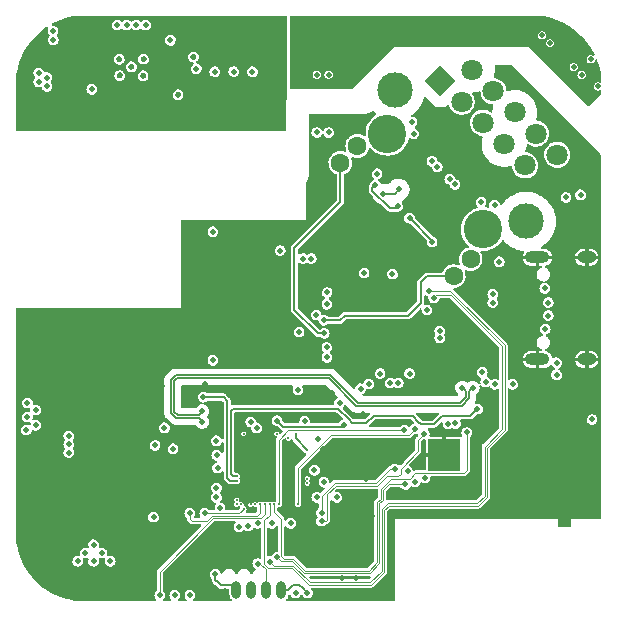
<source format=gbr>
%TF.GenerationSoftware,KiCad,Pcbnew,(6.0.9)*%
%TF.CreationDate,2022-11-20T21:59:21+01:00*%
%TF.ProjectId,repeat-hw,72657065-6174-42d6-9877-2e6b69636164,rev?*%
%TF.SameCoordinates,Original*%
%TF.FileFunction,Copper,L6,Bot*%
%TF.FilePolarity,Positive*%
%FSLAX46Y46*%
G04 Gerber Fmt 4.6, Leading zero omitted, Abs format (unit mm)*
G04 Created by KiCad (PCBNEW (6.0.9)) date 2022-11-20 21:59:21*
%MOMM*%
%LPD*%
G01*
G04 APERTURE LIST*
G04 Aperture macros list*
%AMRotRect*
0 Rectangle, with rotation*
0 The origin of the aperture is its center*
0 $1 length*
0 $2 width*
0 $3 Rotation angle, in degrees counterclockwise*
0 Add horizontal line*
21,1,$1,$2,0,0,$3*%
G04 Aperture macros list end*
%TA.AperFunction,ComponentPad*%
%ADD10R,0.900000X0.500000*%
%TD*%
%TA.AperFunction,ComponentPad*%
%ADD11O,2.100000X1.000000*%
%TD*%
%TA.AperFunction,ComponentPad*%
%ADD12O,1.600000X1.000000*%
%TD*%
%TA.AperFunction,SMDPad,CuDef*%
%ADD13O,0.800000X1.500000*%
%TD*%
%TA.AperFunction,ComponentPad*%
%ADD14C,0.500000*%
%TD*%
%TA.AperFunction,SMDPad,CuDef*%
%ADD15R,2.700000X2.700000*%
%TD*%
%TA.AperFunction,WasherPad*%
%ADD16C,3.250000*%
%TD*%
%TA.AperFunction,ComponentPad*%
%ADD17RotRect,1.800000X1.800000X135.000000*%
%TD*%
%TA.AperFunction,ComponentPad*%
%ADD18C,1.800000*%
%TD*%
%TA.AperFunction,ComponentPad*%
%ADD19C,1.600000*%
%TD*%
%TA.AperFunction,ComponentPad*%
%ADD20C,3.000000*%
%TD*%
%TA.AperFunction,ViaPad*%
%ADD21C,0.500000*%
%TD*%
%TA.AperFunction,ViaPad*%
%ADD22C,0.300000*%
%TD*%
%TA.AperFunction,Conductor*%
%ADD23C,0.200000*%
%TD*%
%TA.AperFunction,Conductor*%
%ADD24C,0.150000*%
%TD*%
%TA.AperFunction,Conductor*%
%ADD25C,0.100000*%
%TD*%
%TA.AperFunction,Conductor*%
%ADD26C,0.162300*%
%TD*%
G04 APERTURE END LIST*
D10*
%TO.P,AE1,2*%
%TO.N,GND*%
X177450000Y-122775000D03*
%TD*%
D11*
%TO.P,J1,S1,SHIELD*%
%TO.N,GND*%
X175180000Y-108920000D03*
D12*
X179360000Y-100280000D03*
X179360000Y-108920000D03*
D11*
X175180000Y-100280000D03*
%TD*%
D13*
%TO.P,J4,5,Pin_5*%
%TO.N,/SWDIO*%
X149695000Y-128429500D03*
%TO.P,J4,6,Pin_6*%
%TO.N,unconnected-(J4-Pad6)*%
X150965000Y-128429500D03*
%TO.P,J4,7,Pin_7*%
%TO.N,/SWDCLK*%
X152235000Y-128429500D03*
%TO.P,J4,8,Pin_8*%
%TO.N,/~{RESET}*%
X153505000Y-128429500D03*
%TD*%
D14*
%TO.P,U7,17,GND*%
%TO.N,GND*%
X166162500Y-115900000D03*
X168362500Y-117000000D03*
X168362500Y-118100000D03*
D15*
X167262500Y-117000000D03*
D14*
X167262500Y-117000000D03*
X166162500Y-118100000D03*
X168362500Y-115900000D03*
X166162500Y-117000000D03*
X167262500Y-115900000D03*
X167262500Y-118100000D03*
%TD*%
D16*
%TO.P,J2,*%
%TO.N,*%
X162477802Y-89801561D03*
X170560032Y-97883791D03*
D17*
%TO.P,J2,1*%
%TO.N,Net-(FB4-Pad2)*%
X166964394Y-85307897D03*
D18*
%TO.P,J2,2*%
%TO.N,Net-(FB7-Pad2)*%
X169658471Y-84409872D03*
%TO.P,J2,3*%
%TO.N,/W5100 + PoE/CON_RD-*%
X168760445Y-87103948D03*
%TO.P,J2,4*%
%TO.N,+3V3A*%
X171454522Y-86205923D03*
%TO.P,J2,5*%
%TO.N,/W5100 + PoE/CON_RD+*%
X170556497Y-88900000D03*
%TO.P,J2,6*%
%TO.N,Net-(FB5-Pad2)*%
X173250574Y-88001974D03*
%TO.P,J2,7*%
%TO.N,Net-(FB6-Pad2)*%
X172352548Y-90696051D03*
%TO.P,J2,8*%
%TO.N,/W5100 + PoE/CON_TD-*%
X175046625Y-89798025D03*
%TO.P,J2,9*%
%TO.N,+3V3A*%
X174148599Y-92492102D03*
%TO.P,J2,10*%
%TO.N,/W5100 + PoE/CON_TD+*%
X176842676Y-91594076D03*
D19*
%TO.P,J2,11*%
%TO.N,Net-(J2-Pad11)*%
X169520585Y-100436447D03*
%TO.P,J2,12*%
%TO.N,/W5100 + PoE/LINK*%
X168085159Y-101871874D03*
%TO.P,J2,13*%
%TO.N,Net-(J2-Pad13)*%
X159925146Y-90841008D03*
%TO.P,J2,14*%
%TO.N,/W5100 + PoE/ACT*%
X158489719Y-92276434D03*
D20*
%TO.P,J2,15*%
%TO.N,Net-(C61-Pad2)*%
X174226381Y-97236789D03*
X163124804Y-86135212D03*
%TD*%
D16*
%TO.P,J2,*%
%TO.N,*%
X162477802Y-89801561D03*
X170560032Y-97883791D03*
D17*
%TO.P,J2,1*%
%TO.N,Net-(FB4-Pad2)*%
X166964394Y-85307897D03*
D18*
%TO.P,J2,2*%
%TO.N,Net-(FB7-Pad2)*%
X169658471Y-84409872D03*
%TO.P,J2,3*%
%TO.N,/W5100 + PoE/CON_RD-*%
X168760445Y-87103948D03*
%TO.P,J2,4*%
%TO.N,+3V3A*%
X171454522Y-86205923D03*
%TO.P,J2,5*%
%TO.N,/W5100 + PoE/CON_RD+*%
X170556497Y-88900000D03*
%TO.P,J2,6*%
%TO.N,Net-(FB5-Pad2)*%
X173250574Y-88001974D03*
%TO.P,J2,7*%
%TO.N,Net-(FB6-Pad2)*%
X172352548Y-90696051D03*
%TO.P,J2,8*%
%TO.N,/W5100 + PoE/CON_TD-*%
X175046625Y-89798025D03*
%TO.P,J2,9*%
%TO.N,+3V3A*%
X174148599Y-92492102D03*
%TO.P,J2,10*%
%TO.N,/W5100 + PoE/CON_TD+*%
X176842676Y-91594076D03*
D19*
%TO.P,J2,11*%
%TO.N,Net-(J2-Pad11)*%
X169520585Y-100436447D03*
%TO.P,J2,12*%
%TO.N,/W5100 + PoE/LINK*%
X168085159Y-101871874D03*
%TO.P,J2,13*%
%TO.N,Net-(J2-Pad13)*%
X159925146Y-90841008D03*
%TO.P,J2,14*%
%TO.N,/W5100 + PoE/ACT*%
X158489719Y-92276434D03*
D20*
%TO.P,J2,15*%
%TO.N,Net-(C61-Pad2)*%
X174226381Y-97236789D03*
X163124804Y-86135212D03*
%TD*%
D21*
%TO.N,/PLOSS*%
X153400000Y-99700000D03*
D22*
X154100000Y-115600000D03*
D21*
%TO.N,/~{RESET}*%
X155700000Y-128700000D03*
X157100000Y-119300000D03*
%TO.N,+1V2*%
X156025000Y-100375000D03*
X157364309Y-103249967D03*
X155325000Y-100375000D03*
X161855224Y-110110449D03*
X165820700Y-104739649D03*
X157350000Y-107900000D03*
%TO.N,Net-(C44-Pad2)*%
X175567660Y-81467660D03*
X144100000Y-81900000D03*
%TO.N,Net-(C48-Pad2)*%
X178919346Y-84819346D03*
X142000000Y-80600000D03*
%TO.N,Net-(C50-Pad2)*%
X178254665Y-84154665D03*
X140400000Y-80600000D03*
%TO.N,Net-(C54-Pad2)*%
X139600000Y-80600000D03*
X176232341Y-82132341D03*
%TO.N,/USENSE_USB*%
X170100000Y-113100000D03*
D22*
X149700000Y-118800000D03*
D21*
%TO.N,+1V2A*%
X166900000Y-106500000D03*
X162900000Y-101700000D03*
X166900000Y-107100000D03*
%TO.N,/W5100 + PoE/5V*%
X157500000Y-89700000D03*
X132700000Y-114500000D03*
X143600000Y-114700000D03*
X156500000Y-89700000D03*
X147700000Y-98100000D03*
X132700000Y-113200000D03*
X132000000Y-112600000D03*
X131900000Y-114900000D03*
X132000000Y-113800000D03*
%TO.N,VBUS*%
X142800000Y-116200000D03*
X176100000Y-104100000D03*
X176800000Y-109200000D03*
X176800000Y-110200000D03*
X175800000Y-102900000D03*
X176100000Y-105200000D03*
X171400000Y-103400000D03*
X171400000Y-104100000D03*
X175845000Y-106345000D03*
%TO.N,/W5100 + PoE/ACT*%
X157120366Y-106713606D03*
D22*
%TO.N,Net-(C1-Pad1)*%
X150300000Y-115200000D03*
D21*
X144322199Y-116477096D03*
%TO.N,Net-(C28-Pad2)*%
X180300000Y-85800000D03*
X134180000Y-81870000D03*
X141200000Y-80600000D03*
X133650000Y-85050000D03*
X133650000Y-85800000D03*
X157500000Y-84800000D03*
X147860243Y-84547730D03*
X132950000Y-85400000D03*
X179700000Y-83500000D03*
X156500000Y-84800000D03*
X134160000Y-81100000D03*
X146300000Y-84300000D03*
X149460000Y-84540000D03*
X137450000Y-86050000D03*
X132950000Y-84650000D03*
X151051223Y-84548894D03*
%TO.N,/SPIM_CLK*%
X164200000Y-118400000D03*
X160900000Y-111000000D03*
D22*
X149700000Y-120800000D03*
D21*
%TO.N,/SPIM_MOSI*%
X162700000Y-110900000D03*
X148300000Y-121500000D03*
X165637500Y-118962500D03*
D22*
%TO.N,/SPIM_MISO*%
X149700000Y-121200000D03*
D21*
X163400000Y-110900000D03*
X164800000Y-119300000D03*
X158420514Y-112600500D03*
D22*
%TO.N,Net-(C11-Pad1)*%
X154700000Y-115200000D03*
X155700000Y-116600000D03*
D21*
%TO.N,GND*%
X179500000Y-104250000D03*
X178528442Y-115027261D03*
X167586666Y-120200000D03*
X158600000Y-127400000D03*
X174300000Y-122000000D03*
X158900000Y-120600000D03*
X156700000Y-125300000D03*
X171000000Y-122000000D03*
X132250000Y-125250000D03*
X171200000Y-94200000D03*
X159200000Y-89800000D03*
X143400000Y-111200000D03*
X162800000Y-123600000D03*
X179300000Y-122000000D03*
X176619407Y-100269972D03*
X159883583Y-110238957D03*
X154000000Y-106500000D03*
X151500000Y-112200000D03*
X148300000Y-125300000D03*
X145000000Y-107000000D03*
X165073333Y-122200000D03*
X143000000Y-117000000D03*
X177500000Y-105500000D03*
X171350000Y-104950000D03*
X158400000Y-118300000D03*
X179378944Y-101213348D03*
X170100000Y-122200000D03*
X173000000Y-109750000D03*
X157800000Y-100800000D03*
X173700000Y-108900000D03*
X134542594Y-104997290D03*
X131700000Y-122800000D03*
X152600000Y-100200000D03*
X178250000Y-120500000D03*
X170100000Y-120200000D03*
X167586666Y-122200000D03*
X159750000Y-94000000D03*
X175200000Y-109900000D03*
X147000000Y-111000000D03*
X163600000Y-117600000D03*
X165500000Y-91400000D03*
X169262222Y-122200000D03*
X132000000Y-116750000D03*
X171400000Y-114900000D03*
X165900000Y-113800000D03*
X152700000Y-125200000D03*
X165000000Y-90900000D03*
X158200000Y-123230000D03*
X135800000Y-108700000D03*
X160200000Y-124120000D03*
X132189452Y-105576195D03*
X176200000Y-115600000D03*
X179500000Y-107000000D03*
X163600000Y-115800000D03*
X158300000Y-121300000D03*
X137500000Y-116250000D03*
X143700000Y-120900000D03*
X134500000Y-107800000D03*
X155700000Y-126300000D03*
X158400000Y-116500000D03*
X155100000Y-108400000D03*
X152535194Y-116529244D03*
X133000000Y-123400000D03*
X164235555Y-120200000D03*
X163397777Y-120200000D03*
X149000000Y-105000000D03*
X147000000Y-129000000D03*
X143800000Y-122300000D03*
X151500000Y-125200000D03*
X152000000Y-98000000D03*
X160200000Y-125010000D03*
X179400000Y-109800000D03*
X158200000Y-125900000D03*
X161400000Y-120200000D03*
X176394797Y-120441295D03*
X168900000Y-94900000D03*
X164235555Y-122200000D03*
X151600000Y-108900000D03*
X161200000Y-122200000D03*
X179800000Y-92900000D03*
X173091666Y-114900000D03*
X173600000Y-122100000D03*
X162700000Y-117600000D03*
X172262500Y-116900000D03*
X154048338Y-116562869D03*
X172000000Y-122100000D03*
X173789278Y-100289224D03*
X151000000Y-100000000D03*
X135250000Y-124250000D03*
X172800000Y-122100000D03*
X157500000Y-124200000D03*
X154000000Y-100000000D03*
X168000000Y-99250000D03*
X173920833Y-114900000D03*
X174300000Y-121300000D03*
X161650000Y-114275000D03*
X150663379Y-119488281D03*
X141200000Y-121300000D03*
X180300000Y-94000000D03*
X157000000Y-118300000D03*
X155800000Y-102600000D03*
X152445527Y-119488281D03*
X172100000Y-120800000D03*
X146400000Y-115100000D03*
X171700000Y-121500000D03*
X145400000Y-108550000D03*
X133900000Y-122400000D03*
X159000000Y-98000000D03*
X137142306Y-107731008D03*
X153969879Y-119477072D03*
X151600000Y-107100000D03*
X161200000Y-118300000D03*
X148700000Y-128500000D03*
X155800000Y-104900000D03*
X160000000Y-93000000D03*
X153992296Y-118064805D03*
X173091666Y-116900000D03*
X158800000Y-110200000D03*
X169400000Y-95300000D03*
X160425000Y-113550000D03*
X170700000Y-114900000D03*
X158200000Y-122300000D03*
X153100000Y-112200000D03*
X146000000Y-101000000D03*
X170200000Y-118400000D03*
X160000000Y-116500000D03*
X162800000Y-126000000D03*
X159915855Y-107793773D03*
X160000000Y-118300000D03*
X140250000Y-125000000D03*
X161984172Y-115955394D03*
X158200000Y-125010000D03*
X164400000Y-115800000D03*
X133347262Y-107018098D03*
X166000000Y-109400000D03*
X179346856Y-99371518D03*
X175600000Y-115100000D03*
X155200000Y-107700000D03*
X156000000Y-96000000D03*
X176400000Y-121200000D03*
X165300000Y-88200000D03*
X172200000Y-95200000D03*
X157800000Y-98800000D03*
X180100000Y-122000000D03*
X145700000Y-120800000D03*
X166748888Y-120200000D03*
X177000000Y-122000000D03*
X162800000Y-122800000D03*
X180200000Y-95600000D03*
X162800000Y-115800000D03*
X170200000Y-119300000D03*
X161694794Y-105999432D03*
X162800000Y-129100000D03*
X176400000Y-119700000D03*
X159908154Y-105937824D03*
X145700000Y-117000000D03*
X173700000Y-107800000D03*
X161651979Y-107284598D03*
X165911111Y-120200000D03*
X150500000Y-106900000D03*
X178100000Y-108900000D03*
X177700000Y-122000000D03*
X178000000Y-117250000D03*
X152434318Y-118019971D03*
X171250000Y-113750000D03*
X157700000Y-116500000D03*
X155200000Y-104200000D03*
X141200000Y-122800000D03*
X147700000Y-128200000D03*
X154400000Y-109400000D03*
X163350000Y-104250000D03*
X157000000Y-94000000D03*
X161200000Y-101700000D03*
X159200000Y-116500000D03*
X171400000Y-105600000D03*
X161360349Y-116260631D03*
X131750000Y-119500000D03*
X150640962Y-116506827D03*
X159200000Y-118300000D03*
X179700000Y-98600000D03*
X157342180Y-104961906D03*
X162800000Y-124400000D03*
X141200000Y-120000000D03*
X174300000Y-117900000D03*
X141750000Y-124750000D03*
X168424444Y-122200000D03*
X172200000Y-117600000D03*
X157059599Y-116507942D03*
X159000000Y-96000000D03*
X178500000Y-122000000D03*
X160700000Y-128900000D03*
X146000000Y-104000000D03*
X180000000Y-118500000D03*
X163327413Y-105999432D03*
X174300000Y-119700000D03*
X174300000Y-120500000D03*
X163300000Y-107300000D03*
X166900000Y-110300000D03*
X142550000Y-114650000D03*
X177500000Y-102250000D03*
X162800000Y-128400000D03*
X150000000Y-102000000D03*
X160200000Y-123230000D03*
X173700000Y-101400000D03*
X150200000Y-112200000D03*
X166750000Y-101000000D03*
X166100000Y-88300000D03*
X146750000Y-107250000D03*
X144300000Y-117800000D03*
X161617783Y-104228195D03*
X165911111Y-122200000D03*
X160200000Y-125900000D03*
X168424444Y-120200000D03*
X150900000Y-106400000D03*
X169262222Y-120200000D03*
X164500000Y-101800000D03*
X159800000Y-127400000D03*
X178600000Y-97200000D03*
X177855938Y-113867535D03*
X159700000Y-120200000D03*
X179353274Y-107990257D03*
X162000000Y-118100000D03*
X167370213Y-104054446D03*
X162800000Y-127600000D03*
X149600000Y-107000000D03*
X154300000Y-125200000D03*
X157700000Y-128900000D03*
X157000000Y-92000000D03*
X160700000Y-116500000D03*
X172200000Y-119200000D03*
X176400000Y-117800000D03*
X160700000Y-119000000D03*
X157200000Y-97900000D03*
X173750000Y-113750000D03*
X136500000Y-108700000D03*
X178300000Y-93900000D03*
X133750000Y-127250000D03*
X158400000Y-89800000D03*
X153300000Y-101000000D03*
X155800000Y-111400000D03*
X174750000Y-114900000D03*
X145700000Y-119800000D03*
X171500000Y-116800000D03*
X173250000Y-120500000D03*
X141500000Y-127750000D03*
X133600000Y-107800000D03*
X163397777Y-122200000D03*
X165073333Y-120200000D03*
X142000000Y-117000000D03*
X150300000Y-125400000D03*
X170100000Y-113900000D03*
X176250000Y-114000000D03*
X162800000Y-126800000D03*
X172200000Y-118400000D03*
X170000000Y-114900000D03*
X134547954Y-106423112D03*
X136976139Y-105592276D03*
X139900000Y-122900000D03*
X150663379Y-118008762D03*
X176500000Y-116300000D03*
X170500000Y-112250000D03*
X135100000Y-108700000D03*
X178159614Y-100308477D03*
X159850000Y-104250000D03*
X155000000Y-98000000D03*
X166748888Y-122200000D03*
X157750000Y-111750000D03*
X162800000Y-125200000D03*
%TO.N,+3V3A*%
X170400000Y-95600000D03*
X166700000Y-92600000D03*
X178831300Y-94968700D03*
X161600000Y-93200000D03*
X164700000Y-89800000D03*
X166250000Y-92150000D03*
X168200000Y-94100000D03*
X167750000Y-93650000D03*
X160512132Y-101612132D03*
X171550000Y-95850000D03*
X177600000Y-95200000D03*
X164560589Y-88839411D03*
X156450000Y-105150000D03*
X171950000Y-100650000D03*
X157350000Y-104250000D03*
%TO.N,/W5100 + PoE/RD+*%
X163477639Y-94522361D03*
X162100000Y-94900000D03*
%TO.N,+3V3*%
X156616807Y-115632286D03*
X137600000Y-124600000D03*
X157350000Y-108750000D03*
X158200000Y-120600000D03*
D22*
X153100000Y-115200000D03*
D21*
X149900000Y-123100000D03*
X152700000Y-122800000D03*
X148000000Y-120600000D03*
X142674083Y-122265469D03*
X150700000Y-123000000D03*
X179800000Y-114000000D03*
X136250000Y-126000000D03*
X148000000Y-119800000D03*
X155000000Y-106600000D03*
X137600000Y-126000000D03*
X148100000Y-118100000D03*
X148000000Y-115800000D03*
X150900000Y-114200000D03*
X167594786Y-114376539D03*
X155467596Y-114147040D03*
X168237500Y-114337500D03*
X164354338Y-110109843D03*
X151500000Y-122800000D03*
X147700000Y-109000000D03*
X156300000Y-118300000D03*
X138300000Y-125300000D03*
X154300000Y-122800000D03*
X156500000Y-120600000D03*
X154700000Y-128700000D03*
X148033177Y-117027798D03*
X139000000Y-126000000D03*
X136900000Y-125300000D03*
%TO.N,/W5100 + PoE/LINK*%
X157100000Y-105600000D03*
%TO.N,Net-(L1-Pad2)*%
X153125000Y-114100000D03*
X158775000Y-114500000D03*
%TO.N,/SWDIO*%
X147900000Y-127100000D03*
D22*
X155700000Y-119400000D03*
%TO.N,/~{ETH_CS}*%
X150100000Y-121200000D03*
D21*
X160200000Y-111400000D03*
%TO.N,/QSPI1*%
X144472912Y-128894403D03*
D22*
X150900000Y-121200000D03*
D21*
%TO.N,/QSPI2*%
X145750412Y-128893682D03*
D22*
X151300000Y-121200000D03*
D21*
%TO.N,/QSPI_CLK*%
X145735000Y-121950000D03*
D22*
X151700000Y-121200000D03*
%TO.N,/~{QSPI_CS}*%
X152100000Y-121200000D03*
D21*
X143195000Y-128895000D03*
%TO.N,/~{ETH_RST}*%
X166000000Y-103100000D03*
D22*
X152500000Y-121200000D03*
%TO.N,/FEM_MODE*%
X152900000Y-121200000D03*
D21*
X169200000Y-115100000D03*
D22*
%TO.N,/FEM_RXEN*%
X153300000Y-121200000D03*
D21*
X163900000Y-114900000D03*
%TO.N,Net-(L3-Pad2)*%
X151400000Y-114700000D03*
X154900000Y-111500000D03*
D22*
%TO.N,/FEM_ANTSEL*%
X154900000Y-121200000D03*
D21*
X164800000Y-114800000D03*
D22*
%TO.N,/SWDCLK*%
X155700000Y-119000000D03*
D21*
X151500000Y-126200000D03*
%TO.N,/QSPI0*%
X147005000Y-121950000D03*
D22*
X150300000Y-121600000D03*
D21*
%TO.N,Earth*%
X179600000Y-86300000D03*
X160000000Y-84000000D03*
X139806290Y-84875883D03*
X161000000Y-83000000D03*
X140806554Y-84133678D03*
X144750000Y-86500000D03*
X139772919Y-83499315D03*
X176500000Y-83900000D03*
X158300000Y-84800000D03*
X155000000Y-85000000D03*
X141791885Y-84900912D03*
X146050000Y-83300000D03*
X159350000Y-84600000D03*
X160400000Y-84800000D03*
X141835863Y-83493294D03*
%TO.N,/~{ETH_INT}*%
X166400000Y-103700000D03*
X152500000Y-126043410D03*
%TO.N,/~{FEM_CS}*%
X164000000Y-119500000D03*
X153102920Y-125643910D03*
%TO.N,/FEM_TXEN*%
X156900000Y-122600000D03*
X165600000Y-115200000D03*
%TO.N,/~{FEM_PDN}*%
X156900000Y-121900000D03*
X163100000Y-118200000D03*
%TO.N,/USENSE_POE*%
X146900000Y-112100000D03*
D22*
X149700000Y-119200000D03*
D21*
%TO.N,+5V*%
X171580000Y-111020000D03*
X170500000Y-110000000D03*
X135500000Y-116800000D03*
X173080000Y-111020000D03*
X170800000Y-110800000D03*
X135500000Y-115400000D03*
X135500000Y-116100000D03*
%TO.N,Net-(C73-Pad1)*%
X161432782Y-94132782D03*
X163350000Y-95950000D03*
%TO.N,Net-(C74-Pad1)*%
X166260660Y-98960660D03*
X164346340Y-96953660D03*
%TO.N,/ESD_D+*%
X146802041Y-114200000D03*
X168800000Y-111300000D03*
%TO.N,/ESD_D-*%
X146802041Y-113300000D03*
X169700000Y-111300000D03*
%TO.N,Net-(C31-Pad2)*%
X148200000Y-88600000D03*
X137550000Y-85250000D03*
X151900000Y-88600000D03*
X131640000Y-84390000D03*
X148700000Y-83000000D03*
X137405903Y-81301618D03*
X136578572Y-80404763D03*
X150300000Y-83000000D03*
X150100000Y-85900000D03*
X137250000Y-83000000D03*
X136592477Y-82205425D03*
X153000000Y-84000000D03*
X144050000Y-84300000D03*
X152200000Y-85900000D03*
X138250000Y-80250000D03*
X151200000Y-86900000D03*
X131590000Y-86840000D03*
X133000000Y-82030000D03*
%TD*%
D23*
%TO.N,/~{RESET}*%
X155300000Y-128300000D02*
X155700000Y-128700000D01*
X153505000Y-128429500D02*
X154070500Y-128429500D01*
X154070500Y-128429500D02*
X154500000Y-128000000D01*
X155000000Y-128000000D02*
X155300000Y-128300000D01*
X154500000Y-128000000D02*
X155000000Y-128000000D01*
%TO.N,/USENSE_USB*%
X169500000Y-113700000D02*
X170100000Y-113100000D01*
X168800000Y-113700000D02*
X169500000Y-113700000D01*
X157000000Y-113100000D02*
X158300000Y-113100000D01*
X149700000Y-118800000D02*
X149400000Y-118800000D01*
X165100000Y-114200000D02*
X165300000Y-114400000D01*
X164600000Y-113700000D02*
X165100000Y-114200000D01*
X165300000Y-114400000D02*
X166400000Y-114400000D01*
X149200000Y-113300000D02*
X149400000Y-113100000D01*
X149200000Y-118600000D02*
X149200000Y-117100000D01*
X149200000Y-117100000D02*
X149200000Y-113300000D01*
X166400000Y-114400000D02*
X167000000Y-113800000D01*
X149400000Y-118800000D02*
X149200000Y-118600000D01*
X158300000Y-113100000D02*
X159200000Y-114000000D01*
X159200000Y-114000000D02*
X159500000Y-114300000D01*
X149400000Y-113100000D02*
X157000000Y-113100000D01*
X167100000Y-113700000D02*
X168800000Y-113700000D01*
X167000000Y-113800000D02*
X167100000Y-113700000D01*
X160600000Y-114300000D02*
X160700000Y-114300000D01*
X159500000Y-114300000D02*
X160600000Y-114300000D01*
X160700000Y-114300000D02*
X161300000Y-113700000D01*
X161300000Y-113700000D02*
X164600000Y-113700000D01*
%TO.N,/W5100 + PoE/ACT*%
X157120366Y-106713606D02*
X156613606Y-106713606D01*
X158489719Y-95610281D02*
X158489719Y-92276434D01*
X154600000Y-99500000D02*
X158489719Y-95610281D01*
X156613606Y-106713606D02*
X154600000Y-104700000D01*
X154600000Y-104700000D02*
X154600000Y-99500000D01*
%TO.N,Net-(C11-Pad1)*%
X154700000Y-115600000D02*
X155700000Y-116600000D01*
X154700000Y-115200000D02*
X154700000Y-115600000D01*
D24*
%TO.N,/W5100 + PoE/RD+*%
X163100000Y-94900000D02*
X162100000Y-94900000D01*
X163477639Y-94522361D02*
X163327639Y-94522361D01*
X163477639Y-94522361D02*
X163100000Y-94900000D01*
D23*
%TO.N,/W5100 + PoE/LINK*%
X165300000Y-102400000D02*
X165300000Y-104100000D01*
X165828126Y-101871874D02*
X165300000Y-102400000D01*
X158500000Y-105600000D02*
X158900000Y-105200000D01*
X158900000Y-105200000D02*
X164200000Y-105200000D01*
X165300000Y-104100000D02*
X164200000Y-105200000D01*
X157100000Y-105600000D02*
X158500000Y-105600000D01*
X168085159Y-101871874D02*
X165828126Y-101871874D01*
%TO.N,Net-(L1-Pad2)*%
X158650000Y-114625000D02*
X153650000Y-114625000D01*
X158775000Y-114500000D02*
X158650000Y-114625000D01*
X153650000Y-114625000D02*
X153125000Y-114100000D01*
%TO.N,/SWDIO*%
X149695000Y-128429500D02*
X149315500Y-128050000D01*
X149315500Y-128050000D02*
X148513603Y-128050000D01*
X148513603Y-128050000D02*
X148350000Y-128050000D01*
X148100000Y-127800000D02*
X147900000Y-127600000D01*
X148350000Y-128050000D02*
X148100000Y-127800000D01*
X147900000Y-127600000D02*
X147900000Y-127100000D01*
D25*
%TO.N,/QSPI_CLK*%
X147200000Y-122600000D02*
X145900000Y-122600000D01*
X151450000Y-122150000D02*
X147650000Y-122150000D01*
X147650000Y-122150000D02*
X147200000Y-122600000D01*
X151700000Y-121900000D02*
X151450000Y-122150000D01*
X145900000Y-122600000D02*
X145735000Y-122435000D01*
X145735000Y-122435000D02*
X145735000Y-121950000D01*
X151700000Y-121200000D02*
X151700000Y-121900000D01*
%TO.N,/~{QSPI_CS}*%
X151750000Y-122350000D02*
X147732842Y-122350000D01*
X152100000Y-122000000D02*
X151750000Y-122350000D01*
X147732842Y-122350000D02*
X143195000Y-126887842D01*
X143195000Y-126887842D02*
X143195000Y-128895000D01*
X152100000Y-121200000D02*
X152100000Y-122000000D01*
%TO.N,/~{ETH_RST}*%
X167800000Y-103100000D02*
X172400000Y-107700000D01*
X170900000Y-116382842D02*
X170900000Y-120582842D01*
X154417158Y-126600000D02*
X152400000Y-126600000D01*
X166000000Y-103100000D02*
X167800000Y-103100000D01*
X172400000Y-107700000D02*
X172400000Y-114882843D01*
X162600000Y-121300000D02*
X162200000Y-121700000D01*
X172400000Y-114882843D02*
X170900000Y-116382842D01*
X152050000Y-122550000D02*
X152500000Y-122100000D01*
X152400000Y-126600000D02*
X152050000Y-126250000D01*
X162200000Y-126882843D02*
X161082842Y-128000000D01*
X170182843Y-121300000D02*
X162600000Y-121300000D01*
X155817158Y-128000000D02*
X154417158Y-126600000D01*
X161082842Y-128000000D02*
X155817158Y-128000000D01*
X170900000Y-120582842D02*
X170182843Y-121300000D01*
X162200000Y-121700000D02*
X162200000Y-126882843D01*
X152050000Y-126250000D02*
X152050000Y-122550000D01*
X152500000Y-122100000D02*
X152500000Y-121200000D01*
%TO.N,/FEM_MODE*%
X168937500Y-118562500D02*
X169200000Y-118300000D01*
X153700000Y-125800000D02*
X154482843Y-125800000D01*
X164837500Y-118562500D02*
X168937500Y-118562500D01*
X160900000Y-126800000D02*
X161600000Y-126100000D01*
X152900000Y-121200000D02*
X152900000Y-121800000D01*
X161600000Y-126100000D02*
X161600000Y-121000000D01*
X155482842Y-126800000D02*
X160900000Y-126800000D01*
X169200000Y-118300000D02*
X169200000Y-115100000D01*
X161900000Y-119917158D02*
X162817158Y-119000000D01*
X152900000Y-121800000D02*
X153500000Y-122400000D01*
X161900000Y-120700000D02*
X161900000Y-119917158D01*
X161600000Y-121000000D02*
X161900000Y-120700000D01*
X164400000Y-119000000D02*
X164837500Y-118562500D01*
X162817158Y-119000000D02*
X164400000Y-119000000D01*
X154482843Y-125800000D02*
X155482842Y-126800000D01*
X153500000Y-122400000D02*
X153500000Y-125600000D01*
X153500000Y-125600000D02*
X153700000Y-125800000D01*
%TO.N,/FEM_RXEN*%
X153300000Y-115700000D02*
X153300000Y-121200000D01*
X154100000Y-114900000D02*
X153300000Y-115700000D01*
X163900000Y-114900000D02*
X154100000Y-114900000D01*
%TO.N,/FEM_ANTSEL*%
X157700000Y-115300000D02*
X154900000Y-118100000D01*
X164300000Y-115300000D02*
X157700000Y-115300000D01*
X154900000Y-118100000D02*
X154900000Y-121200000D01*
X164800000Y-114800000D02*
X164300000Y-115300000D01*
%TO.N,/SWDCLK*%
X152235000Y-128429500D02*
X152235000Y-126717843D01*
X152235000Y-126717843D02*
X152158579Y-126641421D01*
X152158579Y-126641421D02*
X151717158Y-126200000D01*
X151717158Y-126200000D02*
X151500000Y-126200000D01*
%TO.N,/QSPI0*%
X149950000Y-121950000D02*
X147005000Y-121950000D01*
X150300000Y-121600000D02*
X149950000Y-121950000D01*
%TO.N,/~{ETH_INT}*%
X170100000Y-121100000D02*
X170700000Y-120500000D01*
X166600000Y-103500000D02*
X166400000Y-103700000D01*
X155900000Y-127800000D02*
X161000000Y-127800000D01*
X170700000Y-120500000D02*
X170700000Y-116300000D01*
X170700000Y-116300000D02*
X172200000Y-114800000D01*
X172200000Y-107800000D02*
X169100000Y-104700000D01*
X172200000Y-114800000D02*
X172200000Y-107800000D01*
X152500000Y-126043410D02*
X152856590Y-126400000D01*
X167900000Y-103500000D02*
X166600000Y-103500000D01*
X161000000Y-127800000D02*
X162000000Y-126800000D01*
X154500000Y-126400000D02*
X155900000Y-127800000D01*
X152856590Y-126400000D02*
X154500000Y-126400000D01*
X162000000Y-121617158D02*
X162517158Y-121100000D01*
X162000000Y-126800000D02*
X162000000Y-121617158D01*
X162517158Y-121100000D02*
X170100000Y-121100000D01*
X169100000Y-104700000D02*
X169000000Y-104600000D01*
X169100000Y-104700000D02*
X167900000Y-103500000D01*
%TO.N,/~{FEM_CS}*%
X160982843Y-127000000D02*
X161800000Y-126182843D01*
X162600000Y-119500000D02*
X164000000Y-119500000D01*
X161800000Y-121082843D02*
X162100000Y-120782843D01*
X154400000Y-126000000D02*
X155400000Y-127000000D01*
X161800000Y-126182843D02*
X161800000Y-121082843D01*
X153102920Y-125643910D02*
X153459010Y-126000000D01*
X162100000Y-120782843D02*
X162100000Y-120000000D01*
X155400000Y-127000000D02*
X160982843Y-127000000D01*
X162100000Y-120000000D02*
X162600000Y-119500000D01*
X153459010Y-126000000D02*
X154400000Y-126000000D01*
%TO.N,/FEM_TXEN*%
X165100000Y-115700000D02*
X165100000Y-116665686D01*
X157400000Y-120282842D02*
X157400000Y-122500000D01*
X163600000Y-118600000D02*
X163400000Y-118800000D01*
X163600000Y-118165686D02*
X163600000Y-118600000D01*
X157400000Y-122500000D02*
X157300000Y-122600000D01*
X157300000Y-122600000D02*
X156900000Y-122600000D01*
X162400000Y-118800000D02*
X161600000Y-119600000D01*
X158082842Y-119600000D02*
X157400000Y-120282842D01*
X165100000Y-116665686D02*
X163600000Y-118165686D01*
X165600000Y-115200000D02*
X165100000Y-115700000D01*
X163400000Y-118800000D02*
X162400000Y-118800000D01*
X161600000Y-119600000D02*
X158082842Y-119600000D01*
%TO.N,/~{FEM_PDN}*%
X156900000Y-120500000D02*
X156900000Y-121900000D01*
X161500000Y-119400000D02*
X158000000Y-119400000D01*
X162700000Y-118200000D02*
X161500000Y-119400000D01*
X163100000Y-118200000D02*
X162700000Y-118200000D01*
X158000000Y-119400000D02*
X156900000Y-120500000D01*
D23*
%TO.N,/USENSE_POE*%
X148900000Y-118925000D02*
X148900000Y-112400000D01*
X148600000Y-112100000D02*
X146900000Y-112100000D01*
X148900000Y-112400000D02*
X148600000Y-112100000D01*
X149700000Y-119200000D02*
X149175000Y-119200000D01*
X149175000Y-119200000D02*
X148900000Y-118925000D01*
%TO.N,Net-(C73-Pad1)*%
X163200000Y-96100000D02*
X162663603Y-96100000D01*
X161200000Y-94636397D02*
X161200000Y-94365564D01*
X161200000Y-94365564D02*
X161432782Y-94132782D01*
X163350000Y-95950000D02*
X163200000Y-96100000D01*
X162663603Y-96100000D02*
X161200000Y-94636397D01*
%TO.N,Net-(C74-Pad1)*%
X166260660Y-98867980D02*
X166260660Y-98960660D01*
X164346340Y-96953660D02*
X166260660Y-98867980D01*
D26*
%TO.N,/ESD_D+*%
X144595675Y-113881151D02*
X146483192Y-113881151D01*
X169118849Y-111618849D02*
X169118849Y-112095675D01*
X168645674Y-112568850D02*
X159954326Y-112568850D01*
X157654326Y-110268850D02*
X144543279Y-110268850D01*
X144168850Y-113454326D02*
X144595675Y-113881151D01*
X144543279Y-110268850D02*
X144168850Y-110643279D01*
X146483192Y-113881151D02*
X146802041Y-114200000D01*
X144168850Y-110643279D02*
X144168850Y-113454326D01*
X159954326Y-112568850D02*
X157654326Y-110268850D01*
X168800000Y-111300000D02*
X169118849Y-111618849D01*
X169118849Y-112095675D02*
X168645674Y-112568850D01*
%TO.N,/ESD_D-*%
X159845674Y-112831150D02*
X157545674Y-110531150D01*
X169381151Y-112204325D02*
X168754326Y-112831150D01*
X144431150Y-110751931D02*
X144431150Y-113345674D01*
X157545674Y-110531150D02*
X144651931Y-110531150D01*
X169381151Y-111618849D02*
X169381151Y-112204325D01*
X168754326Y-112831150D02*
X159845674Y-112831150D01*
X144651931Y-110531150D02*
X144431150Y-110751931D01*
X144704325Y-113618849D02*
X146483192Y-113618849D01*
X169700000Y-111300000D02*
X169381151Y-111618849D01*
X144431150Y-113345674D02*
X144704325Y-113618849D01*
X146483192Y-113618849D02*
X146802041Y-113300000D01*
%TD*%
%TA.AperFunction,Conductor*%
%TO.N,Earth*%
G36*
X174788169Y-79803018D02*
G01*
X174799641Y-79805656D01*
X174810515Y-79803196D01*
X174816428Y-79803206D01*
X174832131Y-79801763D01*
X175044333Y-79810100D01*
X175251148Y-79818226D01*
X175258880Y-79818834D01*
X175410360Y-79836763D01*
X175703378Y-79871444D01*
X175711056Y-79872660D01*
X176150054Y-79959983D01*
X176157613Y-79961798D01*
X176588399Y-80083292D01*
X176595792Y-80085694D01*
X177015730Y-80240617D01*
X177022911Y-80243592D01*
X177429386Y-80430980D01*
X177436312Y-80434509D01*
X177826830Y-80653209D01*
X177833458Y-80657270D01*
X178205633Y-80905949D01*
X178211920Y-80910518D01*
X178549988Y-81177029D01*
X178563416Y-81187615D01*
X178569323Y-81192660D01*
X178898023Y-81496506D01*
X178903494Y-81501977D01*
X179183753Y-81805160D01*
X179207337Y-81830673D01*
X179212382Y-81836580D01*
X179365158Y-82030375D01*
X179489481Y-82188078D01*
X179494051Y-82194367D01*
X179742730Y-82566542D01*
X179746791Y-82573170D01*
X179965491Y-82963688D01*
X179969018Y-82970609D01*
X180014040Y-83068270D01*
X180021232Y-83129030D01*
X179991336Y-83182414D01*
X179935771Y-83208030D01*
X179879189Y-83197926D01*
X179816601Y-83166036D01*
X179809661Y-83162500D01*
X179801967Y-83161281D01*
X179801966Y-83161281D01*
X179707696Y-83146350D01*
X179700000Y-83145131D01*
X179692304Y-83146350D01*
X179598034Y-83161281D01*
X179598033Y-83161281D01*
X179590339Y-83162500D01*
X179583399Y-83166036D01*
X179498352Y-83209369D01*
X179498350Y-83209370D01*
X179491413Y-83212905D01*
X179412905Y-83291413D01*
X179409370Y-83298350D01*
X179409369Y-83298352D01*
X179369681Y-83376246D01*
X179362500Y-83390339D01*
X179361281Y-83398033D01*
X179361281Y-83398034D01*
X179354885Y-83438419D01*
X179345131Y-83500000D01*
X179346350Y-83507696D01*
X179356003Y-83568639D01*
X179362500Y-83609661D01*
X179366036Y-83616601D01*
X179409281Y-83701474D01*
X179412905Y-83708587D01*
X179491413Y-83787095D01*
X179498350Y-83790630D01*
X179498352Y-83790631D01*
X179550429Y-83817165D01*
X179590339Y-83837500D01*
X179598033Y-83838719D01*
X179598034Y-83838719D01*
X179692304Y-83853650D01*
X179700000Y-83854869D01*
X179707696Y-83853650D01*
X179801966Y-83838719D01*
X179801967Y-83838719D01*
X179809661Y-83837500D01*
X179849571Y-83817165D01*
X179901648Y-83790631D01*
X179901650Y-83790630D01*
X179908587Y-83787095D01*
X179987095Y-83708587D01*
X179990720Y-83701474D01*
X180033964Y-83616601D01*
X180037500Y-83609661D01*
X180039736Y-83595543D01*
X180067514Y-83541027D01*
X180122031Y-83513250D01*
X180182463Y-83522822D01*
X180225727Y-83566086D01*
X180230398Y-83576765D01*
X180314306Y-83804208D01*
X180316708Y-83811601D01*
X180438202Y-84242387D01*
X180440017Y-84249946D01*
X180527340Y-84688944D01*
X180528556Y-84696622D01*
X180549415Y-84872858D01*
X180580882Y-85138719D01*
X180581165Y-85141112D01*
X180581774Y-85148852D01*
X180584614Y-85221116D01*
X180591234Y-85389614D01*
X180574625Y-85448503D01*
X180526576Y-85486382D01*
X180465437Y-85488784D01*
X180447365Y-85481711D01*
X180416601Y-85466036D01*
X180409661Y-85462500D01*
X180401967Y-85461281D01*
X180401966Y-85461281D01*
X180307696Y-85446350D01*
X180300000Y-85445131D01*
X180292304Y-85446350D01*
X180198034Y-85461281D01*
X180198033Y-85461281D01*
X180190339Y-85462500D01*
X180183399Y-85466036D01*
X180098352Y-85509369D01*
X180098350Y-85509370D01*
X180091413Y-85512905D01*
X180012905Y-85591413D01*
X180009370Y-85598350D01*
X180009369Y-85598352D01*
X179966036Y-85683399D01*
X179962500Y-85690339D01*
X179945131Y-85800000D01*
X179962500Y-85909661D01*
X179966036Y-85916601D01*
X180008530Y-86000000D01*
X180012905Y-86008587D01*
X180091413Y-86087095D01*
X180098350Y-86090630D01*
X180098352Y-86090631D01*
X180183399Y-86133964D01*
X180190339Y-86137500D01*
X180198033Y-86138719D01*
X180198034Y-86138719D01*
X180292304Y-86153650D01*
X180300000Y-86154869D01*
X180307696Y-86153650D01*
X180401966Y-86138719D01*
X180401967Y-86138719D01*
X180409661Y-86137500D01*
X180419822Y-86132323D01*
X180455555Y-86114116D01*
X180515987Y-86104545D01*
X180570504Y-86132323D01*
X180598281Y-86186839D01*
X180599500Y-86202326D01*
X180599500Y-86359492D01*
X180580593Y-86417683D01*
X180570504Y-86429496D01*
X179570004Y-87429996D01*
X179515487Y-87457773D01*
X179455055Y-87448202D01*
X179429996Y-87429996D01*
X176819346Y-84819346D01*
X178564477Y-84819346D01*
X178565696Y-84827042D01*
X178574316Y-84881463D01*
X178581846Y-84929007D01*
X178585382Y-84935947D01*
X178626958Y-85017544D01*
X178632251Y-85027933D01*
X178710759Y-85106441D01*
X178717696Y-85109976D01*
X178717698Y-85109977D01*
X178789480Y-85146551D01*
X178809685Y-85156846D01*
X178817379Y-85158065D01*
X178817380Y-85158065D01*
X178911650Y-85172996D01*
X178919346Y-85174215D01*
X178927042Y-85172996D01*
X179021312Y-85158065D01*
X179021313Y-85158065D01*
X179029007Y-85156846D01*
X179049212Y-85146551D01*
X179120994Y-85109977D01*
X179120996Y-85109976D01*
X179127933Y-85106441D01*
X179206441Y-85027933D01*
X179211735Y-85017544D01*
X179253310Y-84935947D01*
X179256846Y-84929007D01*
X179264377Y-84881463D01*
X179272996Y-84827042D01*
X179274215Y-84819346D01*
X179261645Y-84739981D01*
X179258065Y-84717380D01*
X179258065Y-84717379D01*
X179256846Y-84709685D01*
X179237164Y-84671057D01*
X179209977Y-84617698D01*
X179209976Y-84617696D01*
X179206441Y-84610759D01*
X179127933Y-84532251D01*
X179120996Y-84528716D01*
X179120994Y-84528715D01*
X179035947Y-84485382D01*
X179029007Y-84481846D01*
X179021313Y-84480627D01*
X179021312Y-84480627D01*
X178927042Y-84465696D01*
X178919346Y-84464477D01*
X178911650Y-84465696D01*
X178817380Y-84480627D01*
X178817379Y-84480627D01*
X178809685Y-84481846D01*
X178802745Y-84485382D01*
X178717698Y-84528715D01*
X178717696Y-84528716D01*
X178710759Y-84532251D01*
X178632251Y-84610759D01*
X178628716Y-84617696D01*
X178628715Y-84617698D01*
X178601528Y-84671057D01*
X178581846Y-84709685D01*
X178580627Y-84717379D01*
X178580627Y-84717380D01*
X178577047Y-84739981D01*
X178564477Y-84819346D01*
X176819346Y-84819346D01*
X176154665Y-84154665D01*
X177899796Y-84154665D01*
X177901015Y-84162361D01*
X177915135Y-84251507D01*
X177917165Y-84264326D01*
X177920701Y-84271266D01*
X177962569Y-84353436D01*
X177967570Y-84363252D01*
X178046078Y-84441760D01*
X178053015Y-84445295D01*
X178053017Y-84445296D01*
X178138064Y-84488629D01*
X178145004Y-84492165D01*
X178152698Y-84493384D01*
X178152699Y-84493384D01*
X178246969Y-84508315D01*
X178254665Y-84509534D01*
X178262361Y-84508315D01*
X178356631Y-84493384D01*
X178356632Y-84493384D01*
X178364326Y-84492165D01*
X178371266Y-84488629D01*
X178456313Y-84445296D01*
X178456315Y-84445295D01*
X178463252Y-84441760D01*
X178541760Y-84363252D01*
X178546762Y-84353436D01*
X178588629Y-84271266D01*
X178592165Y-84264326D01*
X178594196Y-84251507D01*
X178608315Y-84162361D01*
X178609534Y-84154665D01*
X178592165Y-84045004D01*
X178569395Y-84000315D01*
X178545296Y-83953017D01*
X178545295Y-83953015D01*
X178541760Y-83946078D01*
X178463252Y-83867570D01*
X178456315Y-83864035D01*
X178456313Y-83864034D01*
X178371266Y-83820701D01*
X178364326Y-83817165D01*
X178356632Y-83815946D01*
X178356631Y-83815946D01*
X178262361Y-83801015D01*
X178254665Y-83799796D01*
X178246969Y-83801015D01*
X178152699Y-83815946D01*
X178152698Y-83815946D01*
X178145004Y-83817165D01*
X178138064Y-83820701D01*
X178053017Y-83864034D01*
X178053015Y-83864035D01*
X178046078Y-83867570D01*
X177967570Y-83946078D01*
X177964035Y-83953015D01*
X177964034Y-83953017D01*
X177939935Y-84000315D01*
X177917165Y-84045004D01*
X177899796Y-84154665D01*
X176154665Y-84154665D01*
X174500000Y-82500000D01*
X163000000Y-82500000D01*
X159528996Y-85971004D01*
X159474479Y-85998781D01*
X159458992Y-86000000D01*
X154304500Y-86000000D01*
X154246309Y-85981093D01*
X154210345Y-85931593D01*
X154205500Y-85901000D01*
X154205500Y-84800000D01*
X156145131Y-84800000D01*
X156146350Y-84807696D01*
X156158898Y-84886917D01*
X156162500Y-84909661D01*
X156166036Y-84916601D01*
X156208524Y-84999988D01*
X156212905Y-85008587D01*
X156291413Y-85087095D01*
X156298350Y-85090630D01*
X156298352Y-85090631D01*
X156357308Y-85120670D01*
X156390339Y-85137500D01*
X156398033Y-85138719D01*
X156398034Y-85138719D01*
X156492304Y-85153650D01*
X156500000Y-85154869D01*
X156507696Y-85153650D01*
X156601966Y-85138719D01*
X156601967Y-85138719D01*
X156609661Y-85137500D01*
X156642692Y-85120670D01*
X156701648Y-85090631D01*
X156701650Y-85090630D01*
X156708587Y-85087095D01*
X156787095Y-85008587D01*
X156791477Y-84999988D01*
X156833964Y-84916601D01*
X156837500Y-84909661D01*
X156841103Y-84886917D01*
X156853650Y-84807696D01*
X156854869Y-84800000D01*
X157145131Y-84800000D01*
X157146350Y-84807696D01*
X157158898Y-84886917D01*
X157162500Y-84909661D01*
X157166036Y-84916601D01*
X157208524Y-84999988D01*
X157212905Y-85008587D01*
X157291413Y-85087095D01*
X157298350Y-85090630D01*
X157298352Y-85090631D01*
X157357308Y-85120670D01*
X157390339Y-85137500D01*
X157398033Y-85138719D01*
X157398034Y-85138719D01*
X157492304Y-85153650D01*
X157500000Y-85154869D01*
X157507696Y-85153650D01*
X157601966Y-85138719D01*
X157601967Y-85138719D01*
X157609661Y-85137500D01*
X157642692Y-85120670D01*
X157701648Y-85090631D01*
X157701650Y-85090630D01*
X157708587Y-85087095D01*
X157787095Y-85008587D01*
X157791477Y-84999988D01*
X157833964Y-84916601D01*
X157837500Y-84909661D01*
X157841103Y-84886917D01*
X157853650Y-84807696D01*
X157854869Y-84800000D01*
X157839465Y-84702745D01*
X157838719Y-84698034D01*
X157838719Y-84698033D01*
X157837500Y-84690339D01*
X157832135Y-84679810D01*
X157790631Y-84598352D01*
X157790630Y-84598350D01*
X157787095Y-84591413D01*
X157708587Y-84512905D01*
X157701650Y-84509370D01*
X157701648Y-84509369D01*
X157616601Y-84466036D01*
X157609661Y-84462500D01*
X157601967Y-84461281D01*
X157601966Y-84461281D01*
X157507696Y-84446350D01*
X157500000Y-84445131D01*
X157492304Y-84446350D01*
X157398034Y-84461281D01*
X157398033Y-84461281D01*
X157390339Y-84462500D01*
X157383399Y-84466036D01*
X157298352Y-84509369D01*
X157298350Y-84509370D01*
X157291413Y-84512905D01*
X157212905Y-84591413D01*
X157209370Y-84598350D01*
X157209369Y-84598352D01*
X157167865Y-84679810D01*
X157162500Y-84690339D01*
X157161281Y-84698033D01*
X157161281Y-84698034D01*
X157160535Y-84702745D01*
X157145131Y-84800000D01*
X156854869Y-84800000D01*
X156839465Y-84702745D01*
X156838719Y-84698034D01*
X156838719Y-84698033D01*
X156837500Y-84690339D01*
X156832135Y-84679810D01*
X156790631Y-84598352D01*
X156790630Y-84598350D01*
X156787095Y-84591413D01*
X156708587Y-84512905D01*
X156701650Y-84509370D01*
X156701648Y-84509369D01*
X156616601Y-84466036D01*
X156609661Y-84462500D01*
X156601967Y-84461281D01*
X156601966Y-84461281D01*
X156507696Y-84446350D01*
X156500000Y-84445131D01*
X156492304Y-84446350D01*
X156398034Y-84461281D01*
X156398033Y-84461281D01*
X156390339Y-84462500D01*
X156383399Y-84466036D01*
X156298352Y-84509369D01*
X156298350Y-84509370D01*
X156291413Y-84512905D01*
X156212905Y-84591413D01*
X156209370Y-84598350D01*
X156209369Y-84598352D01*
X156167865Y-84679810D01*
X156162500Y-84690339D01*
X156161281Y-84698033D01*
X156161281Y-84698034D01*
X156160535Y-84702745D01*
X156145131Y-84800000D01*
X154205500Y-84800000D01*
X154205500Y-82132341D01*
X175877472Y-82132341D01*
X175894841Y-82242002D01*
X175945246Y-82340928D01*
X176023754Y-82419436D01*
X176030691Y-82422971D01*
X176030693Y-82422972D01*
X176115740Y-82466305D01*
X176122680Y-82469841D01*
X176130374Y-82471060D01*
X176130375Y-82471060D01*
X176224645Y-82485991D01*
X176232341Y-82487210D01*
X176240037Y-82485991D01*
X176334307Y-82471060D01*
X176334308Y-82471060D01*
X176342002Y-82469841D01*
X176348942Y-82466305D01*
X176433989Y-82422972D01*
X176433991Y-82422971D01*
X176440928Y-82419436D01*
X176519436Y-82340928D01*
X176569841Y-82242002D01*
X176587210Y-82132341D01*
X176569841Y-82022680D01*
X176519436Y-81923754D01*
X176440928Y-81845246D01*
X176433991Y-81841711D01*
X176433989Y-81841710D01*
X176348942Y-81798377D01*
X176342002Y-81794841D01*
X176334308Y-81793622D01*
X176334307Y-81793622D01*
X176240037Y-81778691D01*
X176232341Y-81777472D01*
X176224645Y-81778691D01*
X176130375Y-81793622D01*
X176130374Y-81793622D01*
X176122680Y-81794841D01*
X176115740Y-81798377D01*
X176030693Y-81841710D01*
X176030691Y-81841711D01*
X176023754Y-81845246D01*
X175945246Y-81923754D01*
X175894841Y-82022680D01*
X175877472Y-82132341D01*
X154205500Y-82132341D01*
X154205500Y-81467660D01*
X175212791Y-81467660D01*
X175214010Y-81475356D01*
X175222563Y-81529354D01*
X175230160Y-81577321D01*
X175280565Y-81676247D01*
X175359073Y-81754755D01*
X175366010Y-81758290D01*
X175366012Y-81758291D01*
X175451059Y-81801624D01*
X175457999Y-81805160D01*
X175465693Y-81806379D01*
X175465694Y-81806379D01*
X175559964Y-81821310D01*
X175567660Y-81822529D01*
X175575356Y-81821310D01*
X175669626Y-81806379D01*
X175669627Y-81806379D01*
X175677321Y-81805160D01*
X175684261Y-81801624D01*
X175769308Y-81758291D01*
X175769310Y-81758290D01*
X175776247Y-81754755D01*
X175854755Y-81676247D01*
X175905160Y-81577321D01*
X175912758Y-81529354D01*
X175921310Y-81475356D01*
X175922529Y-81467660D01*
X175918238Y-81440566D01*
X175906379Y-81365694D01*
X175906379Y-81365693D01*
X175905160Y-81357999D01*
X175854755Y-81259073D01*
X175776247Y-81180565D01*
X175769310Y-81177030D01*
X175769308Y-81177029D01*
X175684261Y-81133696D01*
X175677321Y-81130160D01*
X175669627Y-81128941D01*
X175669626Y-81128941D01*
X175575356Y-81114010D01*
X175567660Y-81112791D01*
X175559964Y-81114010D01*
X175465694Y-81128941D01*
X175465693Y-81128941D01*
X175457999Y-81130160D01*
X175451059Y-81133696D01*
X175366012Y-81177029D01*
X175366010Y-81177030D01*
X175359073Y-81180565D01*
X175280565Y-81259073D01*
X175230160Y-81357999D01*
X175228941Y-81365693D01*
X175228941Y-81365694D01*
X175217082Y-81440566D01*
X175212791Y-81467660D01*
X154205500Y-81467660D01*
X154205500Y-79899500D01*
X154224407Y-79841309D01*
X154273907Y-79805345D01*
X154304500Y-79800500D01*
X174765983Y-79800500D01*
X174788169Y-79803018D01*
G37*
%TD.AperFunction*%
%TA.AperFunction,Conductor*%
G36*
X144752037Y-86254971D02*
G01*
X144772409Y-86255096D01*
X144800169Y-86259245D01*
X144840247Y-86271231D01*
X144865724Y-86283002D01*
X144900828Y-86305755D01*
X144921980Y-86324207D01*
X144949284Y-86355896D01*
X144964406Y-86379541D01*
X144981718Y-86417616D01*
X144989596Y-86444558D01*
X144995785Y-86487772D01*
X144995413Y-86518232D01*
X144988171Y-86561277D01*
X144979636Y-86588019D01*
X144961398Y-86625661D01*
X144945703Y-86648929D01*
X144917633Y-86679941D01*
X144896035Y-86697873D01*
X144860391Y-86719758D01*
X144834633Y-86730904D01*
X144794270Y-86741909D01*
X144766413Y-86745379D01*
X144731801Y-86744744D01*
X144724602Y-86744612D01*
X144696898Y-86740125D01*
X144656965Y-86727650D01*
X144631629Y-86715566D01*
X144596811Y-86692389D01*
X144575886Y-86673680D01*
X144565573Y-86661411D01*
X144548971Y-86641660D01*
X144534140Y-86617833D01*
X144517291Y-86579541D01*
X144509744Y-86552509D01*
X144507580Y-86535964D01*
X144504320Y-86511031D01*
X144504663Y-86482966D01*
X144511097Y-86441641D01*
X144519304Y-86414796D01*
X144537082Y-86376931D01*
X144552492Y-86353471D01*
X144580182Y-86322118D01*
X144601557Y-86303927D01*
X144636929Y-86281608D01*
X144662551Y-86270146D01*
X144702780Y-86258649D01*
X144730585Y-86254840D01*
X144752037Y-86254971D01*
G37*
%TD.AperFunction*%
%TA.AperFunction,Conductor*%
G36*
X141793922Y-84655883D02*
G01*
X141814294Y-84656008D01*
X141842054Y-84660157D01*
X141882132Y-84672143D01*
X141907609Y-84683914D01*
X141942713Y-84706667D01*
X141963865Y-84725119D01*
X141991169Y-84756808D01*
X142006291Y-84780453D01*
X142023603Y-84818528D01*
X142031481Y-84845470D01*
X142036636Y-84881461D01*
X142037670Y-84888684D01*
X142037298Y-84919142D01*
X142034471Y-84935947D01*
X142030056Y-84962189D01*
X142021521Y-84988931D01*
X142003283Y-85026573D01*
X141987588Y-85049841D01*
X141959518Y-85080853D01*
X141937920Y-85098785D01*
X141902276Y-85120670D01*
X141876518Y-85131816D01*
X141836155Y-85142821D01*
X141808298Y-85146291D01*
X141773686Y-85145656D01*
X141766487Y-85145524D01*
X141738783Y-85141037D01*
X141698850Y-85128562D01*
X141673514Y-85116478D01*
X141638696Y-85093301D01*
X141617771Y-85074592D01*
X141617068Y-85073756D01*
X141590856Y-85042572D01*
X141576025Y-85018745D01*
X141559176Y-84980453D01*
X141551629Y-84953421D01*
X141547430Y-84921312D01*
X141546205Y-84911943D01*
X141546548Y-84883878D01*
X141552982Y-84842553D01*
X141561189Y-84815708D01*
X141578967Y-84777843D01*
X141594377Y-84754383D01*
X141622067Y-84723030D01*
X141643442Y-84704839D01*
X141678814Y-84682520D01*
X141704436Y-84671058D01*
X141744665Y-84659561D01*
X141772470Y-84655752D01*
X141793922Y-84655883D01*
G37*
%TD.AperFunction*%
%TA.AperFunction,Conductor*%
G36*
X139808327Y-84630854D02*
G01*
X139828699Y-84630979D01*
X139856459Y-84635128D01*
X139896537Y-84647114D01*
X139922014Y-84658885D01*
X139957118Y-84681638D01*
X139978269Y-84700089D01*
X139982362Y-84704839D01*
X140005574Y-84731779D01*
X140020696Y-84755424D01*
X140038008Y-84793499D01*
X140045886Y-84820440D01*
X140052075Y-84863657D01*
X140051856Y-84881461D01*
X140052440Y-84881461D01*
X140052440Y-84881463D01*
X140051756Y-84889653D01*
X140051701Y-84894124D01*
X140051069Y-84897880D01*
X140051068Y-84897888D01*
X140044461Y-84937160D01*
X140035926Y-84963902D01*
X140017688Y-85001544D01*
X140001993Y-85024812D01*
X139973923Y-85055824D01*
X139952325Y-85073756D01*
X139916681Y-85095641D01*
X139890923Y-85106787D01*
X139850560Y-85117792D01*
X139822703Y-85121262D01*
X139788091Y-85120627D01*
X139780892Y-85120495D01*
X139753188Y-85116008D01*
X139713255Y-85103533D01*
X139687919Y-85091449D01*
X139653101Y-85068272D01*
X139632176Y-85049563D01*
X139605261Y-85017543D01*
X139590430Y-84993716D01*
X139573581Y-84955424D01*
X139566034Y-84928392D01*
X139563883Y-84911946D01*
X139560610Y-84886914D01*
X139560953Y-84858849D01*
X139564452Y-84836376D01*
X139567387Y-84817522D01*
X139575594Y-84790679D01*
X139593372Y-84752814D01*
X139608782Y-84729354D01*
X139636472Y-84698001D01*
X139657847Y-84679810D01*
X139693219Y-84657491D01*
X139718841Y-84646029D01*
X139759070Y-84634532D01*
X139786875Y-84630723D01*
X139808327Y-84630854D01*
G37*
%TD.AperFunction*%
%TA.AperFunction,Conductor*%
G36*
X140808591Y-83888649D02*
G01*
X140828963Y-83888774D01*
X140856723Y-83892923D01*
X140896801Y-83904909D01*
X140922278Y-83916680D01*
X140957382Y-83939433D01*
X140978534Y-83957885D01*
X141005838Y-83989574D01*
X141020960Y-84013219D01*
X141038272Y-84051294D01*
X141046150Y-84078236D01*
X141052339Y-84121450D01*
X141051967Y-84151910D01*
X141044725Y-84194955D01*
X141036191Y-84221695D01*
X141017954Y-84259337D01*
X141002256Y-84282610D01*
X140989253Y-84296975D01*
X140974186Y-84313621D01*
X140952588Y-84331552D01*
X140916945Y-84353436D01*
X140891187Y-84364582D01*
X140850824Y-84375587D01*
X140822967Y-84379057D01*
X140788355Y-84378422D01*
X140781156Y-84378290D01*
X140753452Y-84373803D01*
X140713519Y-84361328D01*
X140688183Y-84349244D01*
X140653365Y-84326067D01*
X140632440Y-84307358D01*
X140605525Y-84275339D01*
X140590694Y-84251511D01*
X140573845Y-84213219D01*
X140566298Y-84186187D01*
X140562176Y-84154665D01*
X140560874Y-84144709D01*
X140561217Y-84116644D01*
X140567651Y-84075319D01*
X140575858Y-84048474D01*
X140593636Y-84010609D01*
X140609046Y-83987149D01*
X140636736Y-83955796D01*
X140658111Y-83937605D01*
X140693483Y-83915286D01*
X140719105Y-83903824D01*
X140759334Y-83892327D01*
X140787139Y-83888518D01*
X140808591Y-83888649D01*
G37*
%TD.AperFunction*%
%TA.AperFunction,Conductor*%
G36*
X139774956Y-83254286D02*
G01*
X139795328Y-83254411D01*
X139823088Y-83258560D01*
X139863166Y-83270546D01*
X139888643Y-83282317D01*
X139923747Y-83305070D01*
X139944899Y-83323522D01*
X139972204Y-83355212D01*
X139987326Y-83378858D01*
X140004637Y-83416931D01*
X140012515Y-83443873D01*
X140016784Y-83473680D01*
X140018704Y-83487090D01*
X140018332Y-83517546D01*
X140013157Y-83548307D01*
X140011090Y-83560593D01*
X140002555Y-83587334D01*
X139984317Y-83624976D01*
X139968622Y-83648244D01*
X139940552Y-83679256D01*
X139918954Y-83697188D01*
X139883310Y-83719073D01*
X139857552Y-83730219D01*
X139817189Y-83741224D01*
X139789332Y-83744694D01*
X139754720Y-83744059D01*
X139747521Y-83743927D01*
X139719817Y-83739440D01*
X139679884Y-83726965D01*
X139654548Y-83714881D01*
X139619730Y-83691704D01*
X139598805Y-83672995D01*
X139593744Y-83666974D01*
X139571890Y-83640975D01*
X139557059Y-83617148D01*
X139540210Y-83578856D01*
X139532663Y-83551824D01*
X139527921Y-83515565D01*
X139527239Y-83510346D01*
X139527582Y-83482281D01*
X139528290Y-83477736D01*
X139534016Y-83440954D01*
X139542223Y-83414111D01*
X139560001Y-83376246D01*
X139575411Y-83352786D01*
X139603101Y-83321433D01*
X139624476Y-83303242D01*
X139659848Y-83280923D01*
X139685470Y-83269461D01*
X139725699Y-83257964D01*
X139753504Y-83254155D01*
X139774956Y-83254286D01*
G37*
%TD.AperFunction*%
%TA.AperFunction,Conductor*%
G36*
X141837900Y-83248265D02*
G01*
X141858272Y-83248390D01*
X141886033Y-83252539D01*
X141926113Y-83264526D01*
X141951591Y-83276298D01*
X141983492Y-83296975D01*
X141985617Y-83298352D01*
X141986686Y-83299045D01*
X142007843Y-83317501D01*
X142035150Y-83349193D01*
X142050269Y-83372835D01*
X142053298Y-83379496D01*
X142053300Y-83379500D01*
X142053300Y-83379502D01*
X142067581Y-83410911D01*
X142075459Y-83437852D01*
X142081595Y-83480693D01*
X142081648Y-83481066D01*
X142081276Y-83511524D01*
X142078563Y-83527650D01*
X142074034Y-83554571D01*
X142065499Y-83581313D01*
X142047261Y-83618955D01*
X142031566Y-83642223D01*
X142003496Y-83673235D01*
X141981898Y-83691167D01*
X141946254Y-83713052D01*
X141920496Y-83724198D01*
X141880133Y-83735203D01*
X141852276Y-83738673D01*
X141817664Y-83738038D01*
X141810465Y-83737906D01*
X141782761Y-83733419D01*
X141742828Y-83720944D01*
X141717492Y-83708860D01*
X141682674Y-83685683D01*
X141661749Y-83666974D01*
X141646005Y-83648244D01*
X141634834Y-83634954D01*
X141620003Y-83611127D01*
X141603154Y-83572835D01*
X141595607Y-83545803D01*
X141591350Y-83513250D01*
X141590183Y-83504325D01*
X141590526Y-83476260D01*
X141594781Y-83448930D01*
X141596960Y-83434933D01*
X141605167Y-83408090D01*
X141622945Y-83370225D01*
X141638355Y-83346765D01*
X141666045Y-83315412D01*
X141687420Y-83297221D01*
X141722792Y-83274902D01*
X141748414Y-83263440D01*
X141788643Y-83251943D01*
X141816448Y-83248134D01*
X141837900Y-83248265D01*
G37*
%TD.AperFunction*%
%TA.AperFunction,Conductor*%
G36*
X146052037Y-83054971D02*
G01*
X146072409Y-83055096D01*
X146100169Y-83059245D01*
X146140247Y-83071231D01*
X146165724Y-83083002D01*
X146200828Y-83105755D01*
X146221979Y-83124206D01*
X146239952Y-83145066D01*
X146249284Y-83155896D01*
X146264406Y-83179541D01*
X146281718Y-83217616D01*
X146289596Y-83244558D01*
X146295785Y-83287772D01*
X146295413Y-83318230D01*
X146291247Y-83342996D01*
X146288171Y-83361277D01*
X146279636Y-83388019D01*
X146261398Y-83425661D01*
X146245703Y-83448930D01*
X146216953Y-83480693D01*
X146201474Y-83494018D01*
X146201559Y-83494124D01*
X146198687Y-83496417D01*
X146198339Y-83496717D01*
X146198177Y-83496825D01*
X146198172Y-83496829D01*
X146194562Y-83499227D01*
X146157864Y-83534196D01*
X146102696Y-83560650D01*
X146062347Y-83556611D01*
X146062127Y-83557459D01*
X146058354Y-83556480D01*
X146058295Y-83556460D01*
X146058293Y-83556465D01*
X146057283Y-83556202D01*
X146057311Y-83556120D01*
X146054686Y-83555214D01*
X146043240Y-83553186D01*
X146033812Y-83551035D01*
X146029335Y-83549780D01*
X146024188Y-83547692D01*
X146023209Y-83547533D01*
X146023126Y-83548040D01*
X146015849Y-83546001D01*
X146013042Y-83545170D01*
X145977913Y-83534195D01*
X145956961Y-83527649D01*
X145931629Y-83515566D01*
X145896811Y-83492389D01*
X145875886Y-83473680D01*
X145855081Y-83448930D01*
X145848971Y-83441660D01*
X145834140Y-83417833D01*
X145817291Y-83379541D01*
X145809744Y-83352509D01*
X145805680Y-83321433D01*
X145804320Y-83311031D01*
X145804663Y-83282966D01*
X145808556Y-83257964D01*
X145811097Y-83241639D01*
X145819304Y-83214796D01*
X145837082Y-83176931D01*
X145852492Y-83153471D01*
X145880182Y-83122118D01*
X145901557Y-83103927D01*
X145936929Y-83081608D01*
X145962551Y-83070146D01*
X146002780Y-83058649D01*
X146030585Y-83054840D01*
X146052037Y-83054971D01*
G37*
%TD.AperFunction*%
%TD*%
%TA.AperFunction,Conductor*%
%TO.N,Net-(C31-Pad2)*%
G36*
X153959191Y-79819407D02*
G01*
X153995155Y-79868907D01*
X154000000Y-79899500D01*
X154000000Y-86751806D01*
X153990725Y-86793645D01*
X153955235Y-86869754D01*
X153953410Y-86873668D01*
X153952292Y-86877839D01*
X153952292Y-86877840D01*
X153929854Y-86961581D01*
X153910364Y-87034317D01*
X153909987Y-87038627D01*
X153897455Y-87181866D01*
X153896848Y-87185712D01*
X153896843Y-87188774D01*
X153894344Y-87199641D01*
X153896804Y-87210513D01*
X153897059Y-87211638D01*
X153899500Y-87233488D01*
X153899500Y-89501000D01*
X153880593Y-89559191D01*
X153831093Y-89595155D01*
X153800500Y-89600000D01*
X131099500Y-89600000D01*
X131041309Y-89581093D01*
X131005345Y-89531593D01*
X131000500Y-89501000D01*
X131000500Y-85634281D01*
X131003057Y-85611926D01*
X131004388Y-85606183D01*
X131005655Y-85600718D01*
X131005656Y-85600000D01*
X131004176Y-85593510D01*
X131001773Y-85567609D01*
X131003296Y-85528847D01*
X131008577Y-85394440D01*
X132494901Y-85394440D01*
X132511633Y-85522394D01*
X132514471Y-85528845D01*
X132514472Y-85528847D01*
X132560125Y-85632601D01*
X132563605Y-85640510D01*
X132605122Y-85689900D01*
X132642100Y-85733892D01*
X132642103Y-85733894D01*
X132646639Y-85739291D01*
X132754060Y-85810796D01*
X132760788Y-85812898D01*
X132760790Y-85812899D01*
X132815090Y-85829863D01*
X132877233Y-85849278D01*
X132941744Y-85850461D01*
X132999202Y-85851514D01*
X132999204Y-85851514D01*
X133006255Y-85851643D01*
X133086142Y-85829863D01*
X133147254Y-85832798D01*
X133194972Y-85871095D01*
X133210344Y-85912536D01*
X133211633Y-85922394D01*
X133214471Y-85928845D01*
X133214472Y-85928847D01*
X133221458Y-85944724D01*
X133263605Y-86040510D01*
X133298986Y-86082601D01*
X133342100Y-86133892D01*
X133342103Y-86133894D01*
X133346639Y-86139291D01*
X133454060Y-86210796D01*
X133460788Y-86212898D01*
X133460790Y-86212899D01*
X133515647Y-86230037D01*
X133577233Y-86249278D01*
X133641744Y-86250461D01*
X133699202Y-86251514D01*
X133699204Y-86251514D01*
X133706255Y-86251643D01*
X133713058Y-86249788D01*
X133713060Y-86249788D01*
X133754828Y-86238400D01*
X133830755Y-86217700D01*
X133940724Y-86150179D01*
X133999884Y-86084820D01*
X134022590Y-86059735D01*
X134022590Y-86059734D01*
X134027322Y-86054507D01*
X134032199Y-86044440D01*
X136994901Y-86044440D01*
X136995816Y-86051437D01*
X136995816Y-86051438D01*
X136996901Y-86059735D01*
X137011633Y-86172394D01*
X137014471Y-86178845D01*
X137014472Y-86178847D01*
X137060764Y-86284054D01*
X137063605Y-86290510D01*
X137090055Y-86321976D01*
X137142100Y-86383892D01*
X137142103Y-86383894D01*
X137146639Y-86389291D01*
X137254060Y-86460796D01*
X137260788Y-86462898D01*
X137260790Y-86462899D01*
X137315646Y-86480037D01*
X137377233Y-86499278D01*
X137441744Y-86500461D01*
X137499202Y-86501514D01*
X137499204Y-86501514D01*
X137506255Y-86501643D01*
X137513058Y-86499788D01*
X137513060Y-86499788D01*
X137532676Y-86494440D01*
X144294901Y-86494440D01*
X144295816Y-86501437D01*
X144295816Y-86501438D01*
X144297082Y-86511120D01*
X144311633Y-86622394D01*
X144314471Y-86628845D01*
X144314472Y-86628847D01*
X144330062Y-86664277D01*
X144363605Y-86740510D01*
X144388717Y-86770384D01*
X144442100Y-86833892D01*
X144442103Y-86833894D01*
X144446639Y-86839291D01*
X144554060Y-86910796D01*
X144560788Y-86912898D01*
X144560790Y-86912899D01*
X144615647Y-86930037D01*
X144677233Y-86949278D01*
X144741744Y-86950460D01*
X144799202Y-86951514D01*
X144799204Y-86951514D01*
X144806255Y-86951643D01*
X144813058Y-86949788D01*
X144813060Y-86949788D01*
X144854828Y-86938400D01*
X144930755Y-86917700D01*
X145040724Y-86850179D01*
X145127322Y-86754507D01*
X145161718Y-86683515D01*
X145180512Y-86644724D01*
X145180512Y-86644723D01*
X145183588Y-86638375D01*
X145204997Y-86511120D01*
X145205133Y-86500000D01*
X145186839Y-86372259D01*
X145149670Y-86290510D01*
X145136349Y-86261212D01*
X145136348Y-86261211D01*
X145133428Y-86254788D01*
X145070209Y-86181418D01*
X145053798Y-86162372D01*
X145053797Y-86162371D01*
X145049193Y-86157028D01*
X145043276Y-86153193D01*
X145043274Y-86153191D01*
X144946824Y-86090677D01*
X144940906Y-86086841D01*
X144934150Y-86084821D01*
X144934149Y-86084820D01*
X144867512Y-86064891D01*
X144817273Y-86049866D01*
X144740644Y-86049398D01*
X144695282Y-86049121D01*
X144688231Y-86049078D01*
X144681454Y-86051015D01*
X144681453Y-86051015D01*
X144570935Y-86082601D01*
X144570933Y-86082602D01*
X144564155Y-86084539D01*
X144455019Y-86153399D01*
X144369596Y-86250122D01*
X144314754Y-86366932D01*
X144294901Y-86494440D01*
X137532676Y-86494440D01*
X137558255Y-86487466D01*
X137630755Y-86467700D01*
X137740724Y-86400179D01*
X137764509Y-86373902D01*
X137822590Y-86309735D01*
X137822590Y-86309734D01*
X137827322Y-86304507D01*
X137872725Y-86210796D01*
X137880512Y-86194724D01*
X137880512Y-86194723D01*
X137883588Y-86188375D01*
X137894596Y-86122941D01*
X137904363Y-86064891D01*
X137904363Y-86064886D01*
X137904997Y-86061120D01*
X137905133Y-86050000D01*
X137886839Y-85922259D01*
X137853715Y-85849407D01*
X137836349Y-85811212D01*
X137836348Y-85811211D01*
X137833428Y-85804788D01*
X137749193Y-85707028D01*
X137743276Y-85703193D01*
X137743274Y-85703191D01*
X137646824Y-85640677D01*
X137640906Y-85636841D01*
X137634150Y-85634821D01*
X137634149Y-85634820D01*
X137591335Y-85622016D01*
X137517273Y-85599866D01*
X137440644Y-85599398D01*
X137395282Y-85599121D01*
X137388231Y-85599078D01*
X137381454Y-85601015D01*
X137381453Y-85601015D01*
X137270935Y-85632601D01*
X137270933Y-85632602D01*
X137264155Y-85634539D01*
X137155019Y-85703399D01*
X137069596Y-85800122D01*
X137014754Y-85916932D01*
X136994901Y-86044440D01*
X134032199Y-86044440D01*
X134083588Y-85938375D01*
X134098556Y-85849407D01*
X134104363Y-85814891D01*
X134104363Y-85814886D01*
X134104997Y-85811120D01*
X134105054Y-85806504D01*
X134105086Y-85803825D01*
X134105133Y-85800000D01*
X134086839Y-85672259D01*
X134053904Y-85599823D01*
X134036349Y-85561212D01*
X134036348Y-85561211D01*
X134033428Y-85554788D01*
X133977041Y-85489347D01*
X133953380Y-85432922D01*
X133967404Y-85373365D01*
X133978642Y-85358288D01*
X134022590Y-85309735D01*
X134022590Y-85309734D01*
X134027322Y-85304507D01*
X134083588Y-85188375D01*
X134104997Y-85061120D01*
X134105133Y-85050000D01*
X134086839Y-84922259D01*
X134063225Y-84870323D01*
X139351191Y-84870323D01*
X139352106Y-84877320D01*
X139352106Y-84877321D01*
X139355191Y-84900912D01*
X139367923Y-84998277D01*
X139370761Y-85004728D01*
X139370762Y-85004730D01*
X139402909Y-85077789D01*
X139419895Y-85116393D01*
X139447187Y-85148861D01*
X139498390Y-85209775D01*
X139498393Y-85209777D01*
X139502929Y-85215174D01*
X139610350Y-85286679D01*
X139617078Y-85288781D01*
X139617080Y-85288782D01*
X139667414Y-85304507D01*
X139733523Y-85325161D01*
X139798034Y-85326344D01*
X139855492Y-85327397D01*
X139855494Y-85327397D01*
X139862545Y-85327526D01*
X139869348Y-85325671D01*
X139869350Y-85325671D01*
X139920564Y-85311708D01*
X139987045Y-85293583D01*
X140097014Y-85226062D01*
X140160957Y-85155419D01*
X140178880Y-85135618D01*
X140178880Y-85135617D01*
X140183612Y-85130390D01*
X140239878Y-85014258D01*
X140257719Y-84908211D01*
X140259883Y-84895352D01*
X141336786Y-84895352D01*
X141337701Y-84902349D01*
X141337701Y-84902350D01*
X141341218Y-84929243D01*
X141353518Y-85023306D01*
X141356356Y-85029757D01*
X141356357Y-85029759D01*
X141397844Y-85124045D01*
X141405490Y-85141422D01*
X141439110Y-85181418D01*
X141483985Y-85234804D01*
X141483988Y-85234806D01*
X141488524Y-85240203D01*
X141595945Y-85311708D01*
X141602673Y-85313810D01*
X141602675Y-85313811D01*
X141646162Y-85327397D01*
X141719118Y-85350190D01*
X141783629Y-85351373D01*
X141841087Y-85352426D01*
X141841089Y-85352426D01*
X141848140Y-85352555D01*
X141854943Y-85350700D01*
X141854945Y-85350700D01*
X141896791Y-85339291D01*
X141972640Y-85318612D01*
X142082609Y-85251091D01*
X142088927Y-85244111D01*
X142164475Y-85160647D01*
X142164475Y-85160646D01*
X142169207Y-85155419D01*
X142225473Y-85039287D01*
X142237703Y-84966594D01*
X142246248Y-84915803D01*
X142246248Y-84915798D01*
X142246882Y-84912032D01*
X142247018Y-84900912D01*
X142228724Y-84773171D01*
X142203503Y-84717700D01*
X142178234Y-84662124D01*
X142178233Y-84662123D01*
X142175313Y-84655700D01*
X142110316Y-84580267D01*
X142095683Y-84563284D01*
X142095682Y-84563283D01*
X142091078Y-84557940D01*
X142085161Y-84554105D01*
X142085159Y-84554103D01*
X141988709Y-84491589D01*
X141982791Y-84487753D01*
X141976035Y-84485733D01*
X141976034Y-84485732D01*
X141911928Y-84466560D01*
X141859158Y-84450778D01*
X141782529Y-84450310D01*
X141737167Y-84450033D01*
X141730116Y-84449990D01*
X141723339Y-84451927D01*
X141723338Y-84451927D01*
X141612820Y-84483513D01*
X141612818Y-84483514D01*
X141606040Y-84485451D01*
X141496904Y-84554311D01*
X141411481Y-84651034D01*
X141356639Y-84767844D01*
X141336786Y-84895352D01*
X140259883Y-84895352D01*
X140260653Y-84890774D01*
X140260653Y-84890769D01*
X140261287Y-84887003D01*
X140261423Y-84875883D01*
X140243129Y-84748142D01*
X140214922Y-84686105D01*
X140192639Y-84637095D01*
X140192638Y-84637094D01*
X140189718Y-84630671D01*
X140120494Y-84550332D01*
X140110088Y-84538255D01*
X140110087Y-84538254D01*
X140105483Y-84532911D01*
X140099566Y-84529076D01*
X140099564Y-84529074D01*
X140013002Y-84472969D01*
X139997196Y-84462724D01*
X139990440Y-84460704D01*
X139990439Y-84460703D01*
X139947625Y-84447899D01*
X139873563Y-84425749D01*
X139796934Y-84425281D01*
X139751572Y-84425004D01*
X139744521Y-84424961D01*
X139737744Y-84426898D01*
X139737743Y-84426898D01*
X139627225Y-84458484D01*
X139627223Y-84458485D01*
X139620445Y-84460422D01*
X139614481Y-84464185D01*
X139577128Y-84487753D01*
X139511309Y-84529282D01*
X139425886Y-84626005D01*
X139371044Y-84742815D01*
X139351191Y-84870323D01*
X134063225Y-84870323D01*
X134033428Y-84804788D01*
X133949193Y-84707028D01*
X133943276Y-84703193D01*
X133943274Y-84703191D01*
X133846824Y-84640677D01*
X133840906Y-84636841D01*
X133834150Y-84634821D01*
X133834149Y-84634820D01*
X133777834Y-84617978D01*
X133717273Y-84599866D01*
X133640644Y-84599398D01*
X133595282Y-84599121D01*
X133588231Y-84599078D01*
X133581454Y-84601015D01*
X133581453Y-84601015D01*
X133578399Y-84601888D01*
X133514442Y-84620167D01*
X133453297Y-84617978D01*
X133405115Y-84580267D01*
X133389238Y-84539011D01*
X133388692Y-84535196D01*
X133386839Y-84522259D01*
X133354861Y-84451927D01*
X133336349Y-84411212D01*
X133336348Y-84411211D01*
X133333428Y-84404788D01*
X133249193Y-84307028D01*
X133243276Y-84303193D01*
X133243274Y-84303191D01*
X133159790Y-84249081D01*
X133140906Y-84236841D01*
X133134150Y-84234821D01*
X133134149Y-84234820D01*
X133055391Y-84211266D01*
X133017273Y-84199866D01*
X132940644Y-84199398D01*
X132895282Y-84199121D01*
X132888231Y-84199078D01*
X132881454Y-84201015D01*
X132881453Y-84201015D01*
X132770935Y-84232601D01*
X132770933Y-84232602D01*
X132764155Y-84234539D01*
X132655019Y-84303399D01*
X132569596Y-84400122D01*
X132514754Y-84516932D01*
X132494901Y-84644440D01*
X132495816Y-84651437D01*
X132495816Y-84651438D01*
X132496373Y-84655700D01*
X132511633Y-84772394D01*
X132514471Y-84778845D01*
X132514472Y-84778847D01*
X132560388Y-84883199D01*
X132563605Y-84890510D01*
X132568142Y-84895907D01*
X132568143Y-84895909D01*
X132590293Y-84922259D01*
X132622547Y-84960629D01*
X132623446Y-84961699D01*
X132646416Y-85018409D01*
X132631666Y-85077789D01*
X132621867Y-85090935D01*
X132574266Y-85144834D01*
X132569596Y-85150122D01*
X132514754Y-85266932D01*
X132494901Y-85394440D01*
X131008577Y-85394440D01*
X131018226Y-85148852D01*
X131018835Y-85141112D01*
X131019486Y-85135618D01*
X131048446Y-84890929D01*
X131071444Y-84696622D01*
X131072660Y-84688944D01*
X131159983Y-84249946D01*
X131161798Y-84242387D01*
X131194025Y-84128118D01*
X140351455Y-84128118D01*
X140352370Y-84135115D01*
X140352370Y-84135116D01*
X140353636Y-84144798D01*
X140368187Y-84256072D01*
X140371025Y-84262523D01*
X140371026Y-84262525D01*
X140417318Y-84367732D01*
X140420159Y-84374188D01*
X140453542Y-84413902D01*
X140498654Y-84467570D01*
X140498657Y-84467572D01*
X140503193Y-84472969D01*
X140610614Y-84544474D01*
X140617342Y-84546576D01*
X140617344Y-84546577D01*
X140659016Y-84559596D01*
X140733787Y-84582956D01*
X140798298Y-84584138D01*
X140855756Y-84585192D01*
X140855758Y-84585192D01*
X140862809Y-84585321D01*
X140869612Y-84583466D01*
X140869614Y-84583466D01*
X140911382Y-84572078D01*
X140987309Y-84551378D01*
X141097278Y-84483857D01*
X141112020Y-84467570D01*
X141179144Y-84393413D01*
X141179144Y-84393412D01*
X141183876Y-84388185D01*
X141227972Y-84297172D01*
X141237066Y-84278402D01*
X141237066Y-84278401D01*
X141240142Y-84272053D01*
X141256931Y-84172259D01*
X141260917Y-84148569D01*
X141260917Y-84148564D01*
X141261551Y-84144798D01*
X141261687Y-84133678D01*
X141243393Y-84005937D01*
X141219411Y-83953191D01*
X141192903Y-83894890D01*
X141192902Y-83894889D01*
X141189982Y-83888466D01*
X141123751Y-83811601D01*
X141110352Y-83796050D01*
X141110351Y-83796049D01*
X141105747Y-83790706D01*
X141099830Y-83786871D01*
X141099828Y-83786869D01*
X141026286Y-83739203D01*
X140997460Y-83720519D01*
X140990704Y-83718499D01*
X140990703Y-83718498D01*
X140947889Y-83705694D01*
X140873827Y-83683544D01*
X140797198Y-83683076D01*
X140751836Y-83682799D01*
X140744785Y-83682756D01*
X140738008Y-83684693D01*
X140738007Y-83684693D01*
X140627489Y-83716279D01*
X140627487Y-83716280D01*
X140620709Y-83718217D01*
X140511573Y-83787077D01*
X140426150Y-83883800D01*
X140371308Y-84000610D01*
X140351455Y-84128118D01*
X131194025Y-84128118D01*
X131283292Y-83811601D01*
X131285694Y-83804208D01*
X131400226Y-83493755D01*
X139317820Y-83493755D01*
X139318735Y-83500752D01*
X139318735Y-83500753D01*
X139319707Y-83508185D01*
X139334552Y-83621709D01*
X139337390Y-83628160D01*
X139337391Y-83628162D01*
X139376789Y-83717700D01*
X139386524Y-83739825D01*
X139411419Y-83769441D01*
X139465019Y-83833207D01*
X139465022Y-83833209D01*
X139469558Y-83838606D01*
X139576979Y-83910111D01*
X139583707Y-83912213D01*
X139583709Y-83912214D01*
X139638565Y-83929352D01*
X139700152Y-83948593D01*
X139764663Y-83949776D01*
X139822121Y-83950829D01*
X139822123Y-83950829D01*
X139829174Y-83950958D01*
X139835977Y-83949103D01*
X139835979Y-83949103D01*
X139877747Y-83937715D01*
X139953674Y-83917015D01*
X140063643Y-83849494D01*
X140078948Y-83832585D01*
X140145509Y-83759050D01*
X140145509Y-83759049D01*
X140150241Y-83753822D01*
X140200456Y-83650179D01*
X140203431Y-83644039D01*
X140203431Y-83644038D01*
X140206507Y-83637690D01*
X140219622Y-83559735D01*
X140227282Y-83514206D01*
X140227282Y-83514201D01*
X140227916Y-83510435D01*
X140228052Y-83499315D01*
X140226393Y-83487734D01*
X141380764Y-83487734D01*
X141381679Y-83494731D01*
X141381679Y-83494732D01*
X141384226Y-83514206D01*
X141397496Y-83615688D01*
X141400334Y-83622139D01*
X141400335Y-83622141D01*
X141442733Y-83718498D01*
X141449468Y-83733804D01*
X141479424Y-83769441D01*
X141527963Y-83827186D01*
X141527966Y-83827188D01*
X141532502Y-83832585D01*
X141639923Y-83904090D01*
X141646651Y-83906192D01*
X141646653Y-83906193D01*
X141701509Y-83923331D01*
X141763096Y-83942572D01*
X141827607Y-83943754D01*
X141885065Y-83944808D01*
X141885067Y-83944808D01*
X141892118Y-83944937D01*
X141898921Y-83943082D01*
X141898923Y-83943082D01*
X141940691Y-83931694D01*
X142016618Y-83910994D01*
X142126587Y-83843473D01*
X142136442Y-83832585D01*
X142208453Y-83753029D01*
X142208453Y-83753028D01*
X142213185Y-83747801D01*
X142269451Y-83631669D01*
X142283879Y-83545909D01*
X142290226Y-83508185D01*
X142290226Y-83508180D01*
X142290860Y-83504414D01*
X142290996Y-83493294D01*
X142272702Y-83365553D01*
X142240369Y-83294440D01*
X145594901Y-83294440D01*
X145595816Y-83301437D01*
X145595816Y-83301438D01*
X145597082Y-83311120D01*
X145611633Y-83422394D01*
X145614471Y-83428845D01*
X145614472Y-83428847D01*
X145652031Y-83514206D01*
X145663605Y-83540510D01*
X145705122Y-83589900D01*
X145742100Y-83633892D01*
X145742103Y-83633894D01*
X145746639Y-83639291D01*
X145854060Y-83710796D01*
X145860788Y-83712898D01*
X145860790Y-83712899D01*
X145915646Y-83730037D01*
X145977233Y-83749278D01*
X145986162Y-83749442D01*
X145987640Y-83749469D01*
X145990265Y-83750375D01*
X145991244Y-83750534D01*
X145991216Y-83750704D01*
X146045474Y-83769441D01*
X146080523Y-83819593D01*
X146079400Y-83880768D01*
X146038650Y-83932179D01*
X146011828Y-83949103D01*
X146005019Y-83953399D01*
X145919596Y-84050122D01*
X145864754Y-84166932D01*
X145844901Y-84294440D01*
X145845816Y-84301437D01*
X145845816Y-84301438D01*
X145847082Y-84311120D01*
X145861633Y-84422394D01*
X145864471Y-84428845D01*
X145864472Y-84428847D01*
X145910261Y-84532911D01*
X145913605Y-84540510D01*
X145932749Y-84563284D01*
X145992100Y-84633892D01*
X145992103Y-84633894D01*
X145996639Y-84639291D01*
X146104060Y-84710796D01*
X146110788Y-84712898D01*
X146110790Y-84712899D01*
X146165646Y-84730037D01*
X146227233Y-84749278D01*
X146291744Y-84750461D01*
X146349202Y-84751514D01*
X146349204Y-84751514D01*
X146356255Y-84751643D01*
X146363058Y-84749788D01*
X146363060Y-84749788D01*
X146404828Y-84738400D01*
X146480755Y-84717700D01*
X146590724Y-84650179D01*
X146636304Y-84599823D01*
X146672590Y-84559735D01*
X146672590Y-84559734D01*
X146677322Y-84554507D01*
X146683299Y-84542170D01*
X147405144Y-84542170D01*
X147406059Y-84549167D01*
X147406059Y-84549168D01*
X147410126Y-84580267D01*
X147421876Y-84670124D01*
X147424714Y-84676575D01*
X147424715Y-84676577D01*
X147471007Y-84781784D01*
X147473848Y-84788240D01*
X147490987Y-84808629D01*
X147552343Y-84881622D01*
X147552346Y-84881624D01*
X147556882Y-84887021D01*
X147664303Y-84958526D01*
X147671031Y-84960628D01*
X147671033Y-84960629D01*
X147696061Y-84968448D01*
X147787476Y-84997008D01*
X147850978Y-84998172D01*
X147909445Y-84999244D01*
X147909447Y-84999244D01*
X147916498Y-84999373D01*
X147923301Y-84997518D01*
X147923303Y-84997518D01*
X147965071Y-84986130D01*
X148040998Y-84965430D01*
X148134189Y-84908211D01*
X148144954Y-84901601D01*
X148150967Y-84897909D01*
X148155702Y-84892678D01*
X148232833Y-84807465D01*
X148232833Y-84807464D01*
X148237565Y-84802237D01*
X148293831Y-84686105D01*
X148304924Y-84620167D01*
X148314606Y-84562621D01*
X148314606Y-84562616D01*
X148315240Y-84558850D01*
X148315289Y-84554891D01*
X148315329Y-84551555D01*
X148315376Y-84547730D01*
X148313473Y-84534440D01*
X149004901Y-84534440D01*
X149005816Y-84541437D01*
X149005816Y-84541438D01*
X149008209Y-84559735D01*
X149021633Y-84662394D01*
X149024471Y-84668845D01*
X149024472Y-84668847D01*
X149070764Y-84774054D01*
X149073605Y-84780510D01*
X149099413Y-84811212D01*
X149152100Y-84873892D01*
X149152103Y-84873894D01*
X149156639Y-84879291D01*
X149264060Y-84950796D01*
X149270788Y-84952898D01*
X149270790Y-84952899D01*
X149299259Y-84961793D01*
X149387233Y-84989278D01*
X149451744Y-84990461D01*
X149509202Y-84991514D01*
X149509204Y-84991514D01*
X149516255Y-84991643D01*
X149523058Y-84989788D01*
X149523060Y-84989788D01*
X149564828Y-84978400D01*
X149640755Y-84957700D01*
X149750724Y-84890179D01*
X149757042Y-84883199D01*
X149832590Y-84799735D01*
X149832590Y-84799734D01*
X149837322Y-84794507D01*
X149886203Y-84693618D01*
X149890512Y-84684724D01*
X149890512Y-84684723D01*
X149893588Y-84678375D01*
X149906803Y-84599823D01*
X149914363Y-84554891D01*
X149914363Y-84554886D01*
X149914997Y-84551120D01*
X149915092Y-84543334D01*
X150596124Y-84543334D01*
X150597039Y-84550331D01*
X150597039Y-84550332D01*
X150598269Y-84559735D01*
X150612856Y-84671288D01*
X150615694Y-84677739D01*
X150615695Y-84677741D01*
X150661475Y-84781784D01*
X150664828Y-84789404D01*
X150683160Y-84811212D01*
X150743323Y-84882786D01*
X150743326Y-84882788D01*
X150747862Y-84888185D01*
X150799051Y-84922259D01*
X150846752Y-84954011D01*
X150855283Y-84959690D01*
X150862011Y-84961792D01*
X150862013Y-84961793D01*
X150916869Y-84978931D01*
X150978456Y-84998172D01*
X151042967Y-84999354D01*
X151100425Y-85000408D01*
X151100427Y-85000408D01*
X151107478Y-85000537D01*
X151114281Y-84998682D01*
X151114283Y-84998682D01*
X151156489Y-84987175D01*
X151231978Y-84966594D01*
X151341947Y-84899073D01*
X151346682Y-84893842D01*
X151423813Y-84808629D01*
X151423813Y-84808628D01*
X151428545Y-84803401D01*
X151470067Y-84717700D01*
X151481735Y-84693618D01*
X151481735Y-84693617D01*
X151484811Y-84687269D01*
X151499322Y-84601015D01*
X151505586Y-84563785D01*
X151505586Y-84563780D01*
X151506220Y-84560014D01*
X151506356Y-84548894D01*
X151488062Y-84421153D01*
X151463773Y-84367732D01*
X151437572Y-84310106D01*
X151437571Y-84310105D01*
X151434651Y-84303682D01*
X151350416Y-84205922D01*
X151344499Y-84202087D01*
X151344497Y-84202085D01*
X151261930Y-84148569D01*
X151242129Y-84135735D01*
X151235373Y-84133715D01*
X151235372Y-84133714D01*
X151192558Y-84120910D01*
X151118496Y-84098760D01*
X151041867Y-84098292D01*
X150996505Y-84098015D01*
X150989454Y-84097972D01*
X150982677Y-84099909D01*
X150982676Y-84099909D01*
X150872158Y-84131495D01*
X150872156Y-84131496D01*
X150865378Y-84133433D01*
X150756242Y-84202293D01*
X150670819Y-84299016D01*
X150615977Y-84415826D01*
X150596124Y-84543334D01*
X149915092Y-84543334D01*
X149915133Y-84540000D01*
X149896839Y-84412259D01*
X149843428Y-84294788D01*
X149770458Y-84210102D01*
X149763798Y-84202372D01*
X149763797Y-84202371D01*
X149759193Y-84197028D01*
X149753276Y-84193193D01*
X149753274Y-84193191D01*
X149678611Y-84144798D01*
X149650906Y-84126841D01*
X149644150Y-84124821D01*
X149644149Y-84124820D01*
X149601335Y-84112016D01*
X149527273Y-84089866D01*
X149450644Y-84089398D01*
X149405282Y-84089121D01*
X149398231Y-84089078D01*
X149391454Y-84091015D01*
X149391453Y-84091015D01*
X149280935Y-84122601D01*
X149280933Y-84122602D01*
X149274155Y-84124539D01*
X149165019Y-84193399D01*
X149079596Y-84290122D01*
X149024754Y-84406932D01*
X149004901Y-84534440D01*
X148313473Y-84534440D01*
X148297082Y-84419989D01*
X148249297Y-84314891D01*
X148246592Y-84308942D01*
X148246591Y-84308941D01*
X148243671Y-84302518D01*
X148159436Y-84204758D01*
X148153519Y-84200923D01*
X148153517Y-84200921D01*
X148083056Y-84155252D01*
X148051149Y-84134571D01*
X148044393Y-84132551D01*
X148044392Y-84132550D01*
X148001578Y-84119746D01*
X147927516Y-84097596D01*
X147850887Y-84097128D01*
X147805525Y-84096851D01*
X147798474Y-84096808D01*
X147791697Y-84098745D01*
X147791696Y-84098745D01*
X147681178Y-84130331D01*
X147681176Y-84130332D01*
X147674398Y-84132269D01*
X147565262Y-84201129D01*
X147479839Y-84297852D01*
X147424997Y-84414662D01*
X147405144Y-84542170D01*
X146683299Y-84542170D01*
X146733588Y-84438375D01*
X146754997Y-84311120D01*
X146755133Y-84300000D01*
X146736839Y-84172259D01*
X146702533Y-84096808D01*
X146686349Y-84061212D01*
X146686348Y-84061211D01*
X146683428Y-84054788D01*
X146599193Y-83957028D01*
X146593276Y-83953193D01*
X146593274Y-83953191D01*
X146496824Y-83890677D01*
X146490906Y-83886841D01*
X146484150Y-83884821D01*
X146484149Y-83884820D01*
X146441335Y-83872016D01*
X146367273Y-83849866D01*
X146360216Y-83849823D01*
X146353245Y-83848781D01*
X146353664Y-83845979D01*
X146307269Y-83830583D01*
X146271615Y-83780859D01*
X146271998Y-83719675D01*
X146308270Y-83670401D01*
X146314141Y-83666501D01*
X146340724Y-83650179D01*
X146351732Y-83638018D01*
X146422590Y-83559735D01*
X146422590Y-83559734D01*
X146427322Y-83554507D01*
X146483588Y-83438375D01*
X146496736Y-83360226D01*
X146504363Y-83314891D01*
X146504363Y-83314886D01*
X146504997Y-83311120D01*
X146505133Y-83300000D01*
X146486839Y-83172259D01*
X146449434Y-83089992D01*
X146436349Y-83061212D01*
X146436348Y-83061211D01*
X146433428Y-83054788D01*
X146380395Y-82993240D01*
X146353798Y-82962372D01*
X146353797Y-82962371D01*
X146349193Y-82957028D01*
X146343276Y-82953193D01*
X146343274Y-82953191D01*
X146246824Y-82890677D01*
X146240906Y-82886841D01*
X146234150Y-82884821D01*
X146234149Y-82884820D01*
X146191335Y-82872016D01*
X146117273Y-82849866D01*
X146040644Y-82849398D01*
X145995282Y-82849121D01*
X145988231Y-82849078D01*
X145981454Y-82851015D01*
X145981453Y-82851015D01*
X145870935Y-82882601D01*
X145870933Y-82882602D01*
X145864155Y-82884539D01*
X145755019Y-82953399D01*
X145669596Y-83050122D01*
X145614754Y-83166932D01*
X145594901Y-83294440D01*
X142240369Y-83294440D01*
X142237198Y-83287466D01*
X142222212Y-83254506D01*
X142222211Y-83254505D01*
X142219291Y-83248082D01*
X142135056Y-83150322D01*
X142129139Y-83146487D01*
X142129137Y-83146485D01*
X142032687Y-83083971D01*
X142026769Y-83080135D01*
X142020013Y-83078115D01*
X142020012Y-83078114D01*
X141927110Y-83050330D01*
X141903136Y-83043160D01*
X141826507Y-83042692D01*
X141781145Y-83042415D01*
X141774094Y-83042372D01*
X141767317Y-83044309D01*
X141767316Y-83044309D01*
X141656798Y-83075895D01*
X141656796Y-83075896D01*
X141650018Y-83077833D01*
X141540882Y-83146693D01*
X141455459Y-83243416D01*
X141400617Y-83360226D01*
X141380764Y-83487734D01*
X140226393Y-83487734D01*
X140209758Y-83371574D01*
X140156347Y-83254103D01*
X140072112Y-83156343D01*
X140066195Y-83152508D01*
X140066193Y-83152506D01*
X139969743Y-83089992D01*
X139963825Y-83086156D01*
X139957069Y-83084136D01*
X139957068Y-83084135D01*
X139914254Y-83071331D01*
X139840192Y-83049181D01*
X139763563Y-83048713D01*
X139718201Y-83048436D01*
X139711150Y-83048393D01*
X139704373Y-83050330D01*
X139704372Y-83050330D01*
X139593854Y-83081916D01*
X139593852Y-83081917D01*
X139587074Y-83083854D01*
X139477938Y-83152714D01*
X139392515Y-83249437D01*
X139337673Y-83366247D01*
X139317820Y-83493755D01*
X131400226Y-83493755D01*
X131440617Y-83384270D01*
X131443592Y-83377089D01*
X131630980Y-82970614D01*
X131634509Y-82963688D01*
X131853209Y-82573170D01*
X131857270Y-82566542D01*
X132020992Y-82321514D01*
X132105950Y-82194365D01*
X132110519Y-82188078D01*
X132141986Y-82148162D01*
X132387618Y-81836580D01*
X132392663Y-81830673D01*
X132696506Y-81501977D01*
X132701977Y-81496506D01*
X133030677Y-81192660D01*
X133036584Y-81187615D01*
X133133618Y-81111120D01*
X133388080Y-80910518D01*
X133394367Y-80905949D01*
X133422396Y-80887221D01*
X133540060Y-80808600D01*
X133621678Y-80754065D01*
X133680566Y-80737457D01*
X133737969Y-80758635D01*
X133771962Y-80809508D01*
X133769560Y-80870647D01*
X133766296Y-80878450D01*
X133724754Y-80966932D01*
X133704901Y-81094440D01*
X133705816Y-81101437D01*
X133705816Y-81101438D01*
X133707082Y-81111120D01*
X133721633Y-81222394D01*
X133724471Y-81228845D01*
X133724472Y-81228847D01*
X133731458Y-81244724D01*
X133773605Y-81340510D01*
X133826545Y-81403490D01*
X133851812Y-81433549D01*
X133874782Y-81490259D01*
X133860031Y-81549640D01*
X133850233Y-81562785D01*
X133804266Y-81614834D01*
X133799596Y-81620122D01*
X133744754Y-81736932D01*
X133724901Y-81864440D01*
X133725816Y-81871437D01*
X133725816Y-81871438D01*
X133727082Y-81881120D01*
X133741633Y-81992394D01*
X133744471Y-81998845D01*
X133744472Y-81998847D01*
X133790764Y-82104054D01*
X133793605Y-82110510D01*
X133813396Y-82134054D01*
X133872100Y-82203892D01*
X133872103Y-82203894D01*
X133876639Y-82209291D01*
X133984060Y-82280796D01*
X133990788Y-82282898D01*
X133990790Y-82282899D01*
X134045646Y-82300037D01*
X134107233Y-82319278D01*
X134171744Y-82320461D01*
X134229202Y-82321514D01*
X134229204Y-82321514D01*
X134236255Y-82321643D01*
X134243058Y-82319788D01*
X134243060Y-82319788D01*
X134290375Y-82306888D01*
X134360755Y-82287700D01*
X134470724Y-82220179D01*
X134497010Y-82191139D01*
X134552590Y-82129735D01*
X134552590Y-82129734D01*
X134557322Y-82124507D01*
X134613588Y-82008375D01*
X134624596Y-81942941D01*
X134632756Y-81894440D01*
X143644901Y-81894440D01*
X143645816Y-81901437D01*
X143645816Y-81901438D01*
X143647082Y-81911120D01*
X143661633Y-82022394D01*
X143664471Y-82028845D01*
X143664472Y-82028847D01*
X143708864Y-82129735D01*
X143713605Y-82140510D01*
X143753590Y-82188078D01*
X143792100Y-82233892D01*
X143792103Y-82233894D01*
X143796639Y-82239291D01*
X143904060Y-82310796D01*
X143910788Y-82312898D01*
X143910790Y-82312899D01*
X143965646Y-82330037D01*
X144027233Y-82349278D01*
X144091744Y-82350461D01*
X144149202Y-82351514D01*
X144149204Y-82351514D01*
X144156255Y-82351643D01*
X144163058Y-82349788D01*
X144163060Y-82349788D01*
X144204828Y-82338400D01*
X144280755Y-82317700D01*
X144390724Y-82250179D01*
X144441243Y-82194367D01*
X144472590Y-82159735D01*
X144472590Y-82159734D01*
X144477322Y-82154507D01*
X144533588Y-82038375D01*
X144554997Y-81911120D01*
X144555133Y-81900000D01*
X144536839Y-81772259D01*
X144483428Y-81654788D01*
X144399193Y-81557028D01*
X144393276Y-81553193D01*
X144393274Y-81553191D01*
X144305797Y-81496493D01*
X144290906Y-81486841D01*
X144284150Y-81484821D01*
X144284149Y-81484820D01*
X144241335Y-81472016D01*
X144167273Y-81449866D01*
X144090644Y-81449398D01*
X144045282Y-81449121D01*
X144038231Y-81449078D01*
X144031454Y-81451015D01*
X144031453Y-81451015D01*
X143920935Y-81482601D01*
X143920933Y-81482602D01*
X143914155Y-81484539D01*
X143805019Y-81553399D01*
X143719596Y-81650122D01*
X143664754Y-81766932D01*
X143644901Y-81894440D01*
X134632756Y-81894440D01*
X134634363Y-81884891D01*
X134634363Y-81884886D01*
X134634997Y-81881120D01*
X134635133Y-81870000D01*
X134616839Y-81742259D01*
X134579989Y-81661212D01*
X134566349Y-81631212D01*
X134566348Y-81631211D01*
X134563428Y-81624788D01*
X134488458Y-81537780D01*
X134464797Y-81481356D01*
X134478821Y-81421799D01*
X134490060Y-81406721D01*
X134532590Y-81359735D01*
X134532590Y-81359734D01*
X134537322Y-81354507D01*
X134593588Y-81238375D01*
X134614997Y-81111120D01*
X134615133Y-81100000D01*
X134596839Y-80972259D01*
X134566690Y-80905949D01*
X134546349Y-80861212D01*
X134546348Y-80861211D01*
X134543428Y-80854788D01*
X134459193Y-80757028D01*
X134453276Y-80753193D01*
X134453274Y-80753191D01*
X134356824Y-80690677D01*
X134350906Y-80686841D01*
X134344150Y-80684821D01*
X134344149Y-80684820D01*
X134244817Y-80655113D01*
X134227273Y-80649866D01*
X134182327Y-80649592D01*
X134158667Y-80649447D01*
X134100593Y-80630185D01*
X134074955Y-80594440D01*
X139144901Y-80594440D01*
X139145816Y-80601437D01*
X139145816Y-80601438D01*
X139147082Y-80611120D01*
X139161633Y-80722394D01*
X139164471Y-80728845D01*
X139164472Y-80728847D01*
X139199564Y-80808600D01*
X139213605Y-80840510D01*
X139252870Y-80887221D01*
X139292100Y-80933892D01*
X139292103Y-80933894D01*
X139296639Y-80939291D01*
X139404060Y-81010796D01*
X139410788Y-81012898D01*
X139410790Y-81012899D01*
X139465646Y-81030037D01*
X139527233Y-81049278D01*
X139591744Y-81050460D01*
X139649202Y-81051514D01*
X139649204Y-81051514D01*
X139656255Y-81051643D01*
X139663058Y-81049788D01*
X139663060Y-81049788D01*
X139704828Y-81038400D01*
X139780755Y-81017700D01*
X139890724Y-80950179D01*
X139926078Y-80911120D01*
X139979145Y-80880667D01*
X140039978Y-80887221D01*
X140075258Y-80913855D01*
X140092100Y-80933892D01*
X140092103Y-80933894D01*
X140096639Y-80939291D01*
X140204060Y-81010796D01*
X140210788Y-81012898D01*
X140210790Y-81012899D01*
X140265646Y-81030037D01*
X140327233Y-81049278D01*
X140391744Y-81050460D01*
X140449202Y-81051514D01*
X140449204Y-81051514D01*
X140456255Y-81051643D01*
X140463058Y-81049788D01*
X140463060Y-81049788D01*
X140504828Y-81038400D01*
X140580755Y-81017700D01*
X140690724Y-80950179D01*
X140726078Y-80911120D01*
X140779145Y-80880667D01*
X140839978Y-80887221D01*
X140875258Y-80913855D01*
X140892100Y-80933892D01*
X140892103Y-80933894D01*
X140896639Y-80939291D01*
X141004060Y-81010796D01*
X141010788Y-81012898D01*
X141010790Y-81012899D01*
X141065646Y-81030037D01*
X141127233Y-81049278D01*
X141191744Y-81050460D01*
X141249202Y-81051514D01*
X141249204Y-81051514D01*
X141256255Y-81051643D01*
X141263058Y-81049788D01*
X141263060Y-81049788D01*
X141304828Y-81038400D01*
X141380755Y-81017700D01*
X141490724Y-80950179D01*
X141526078Y-80911120D01*
X141579145Y-80880667D01*
X141639978Y-80887221D01*
X141675258Y-80913855D01*
X141692100Y-80933892D01*
X141692103Y-80933894D01*
X141696639Y-80939291D01*
X141804060Y-81010796D01*
X141810788Y-81012898D01*
X141810790Y-81012899D01*
X141865646Y-81030037D01*
X141927233Y-81049278D01*
X141991744Y-81050460D01*
X142049202Y-81051514D01*
X142049204Y-81051514D01*
X142056255Y-81051643D01*
X142063058Y-81049788D01*
X142063060Y-81049788D01*
X142104828Y-81038400D01*
X142180755Y-81017700D01*
X142290724Y-80950179D01*
X142326078Y-80911121D01*
X142372590Y-80859735D01*
X142372590Y-80859734D01*
X142377322Y-80854507D01*
X142433588Y-80738375D01*
X142448138Y-80651888D01*
X142454363Y-80614891D01*
X142454363Y-80614886D01*
X142454997Y-80611120D01*
X142455133Y-80600000D01*
X142436839Y-80472259D01*
X142383428Y-80354788D01*
X142299193Y-80257028D01*
X142293276Y-80253193D01*
X142293274Y-80253191D01*
X142196824Y-80190677D01*
X142190906Y-80186841D01*
X142184150Y-80184821D01*
X142184149Y-80184820D01*
X142141335Y-80172016D01*
X142067273Y-80149866D01*
X141990644Y-80149398D01*
X141945282Y-80149121D01*
X141938231Y-80149078D01*
X141931454Y-80151015D01*
X141931453Y-80151015D01*
X141820935Y-80182601D01*
X141820933Y-80182602D01*
X141814155Y-80184539D01*
X141705019Y-80253399D01*
X141700355Y-80258680D01*
X141700348Y-80258686D01*
X141674378Y-80288093D01*
X141621687Y-80319193D01*
X141560778Y-80313383D01*
X141525175Y-80287182D01*
X141499193Y-80257028D01*
X141493276Y-80253193D01*
X141493274Y-80253191D01*
X141396824Y-80190677D01*
X141390906Y-80186841D01*
X141384150Y-80184821D01*
X141384149Y-80184820D01*
X141341335Y-80172016D01*
X141267273Y-80149866D01*
X141190644Y-80149398D01*
X141145282Y-80149121D01*
X141138231Y-80149078D01*
X141131454Y-80151015D01*
X141131453Y-80151015D01*
X141020935Y-80182601D01*
X141020933Y-80182602D01*
X141014155Y-80184539D01*
X140905019Y-80253399D01*
X140900355Y-80258680D01*
X140900348Y-80258686D01*
X140874378Y-80288093D01*
X140821687Y-80319193D01*
X140760778Y-80313383D01*
X140725175Y-80287182D01*
X140699193Y-80257028D01*
X140693276Y-80253193D01*
X140693274Y-80253191D01*
X140596824Y-80190677D01*
X140590906Y-80186841D01*
X140584150Y-80184821D01*
X140584149Y-80184820D01*
X140541335Y-80172016D01*
X140467273Y-80149866D01*
X140390644Y-80149398D01*
X140345282Y-80149121D01*
X140338231Y-80149078D01*
X140331454Y-80151015D01*
X140331453Y-80151015D01*
X140220935Y-80182601D01*
X140220933Y-80182602D01*
X140214155Y-80184539D01*
X140105019Y-80253399D01*
X140100355Y-80258680D01*
X140100348Y-80258686D01*
X140074378Y-80288093D01*
X140021687Y-80319193D01*
X139960778Y-80313383D01*
X139925175Y-80287182D01*
X139899193Y-80257028D01*
X139893276Y-80253193D01*
X139893274Y-80253191D01*
X139796824Y-80190677D01*
X139790906Y-80186841D01*
X139784150Y-80184821D01*
X139784149Y-80184820D01*
X139741335Y-80172016D01*
X139667273Y-80149866D01*
X139590644Y-80149398D01*
X139545282Y-80149121D01*
X139538231Y-80149078D01*
X139531454Y-80151015D01*
X139531453Y-80151015D01*
X139420935Y-80182601D01*
X139420933Y-80182602D01*
X139414155Y-80184539D01*
X139305019Y-80253399D01*
X139219596Y-80350122D01*
X139164754Y-80466932D01*
X139144901Y-80594440D01*
X134074955Y-80594440D01*
X134064932Y-80580466D01*
X134065306Y-80519282D01*
X134101571Y-80470002D01*
X134110899Y-80464072D01*
X134163688Y-80434509D01*
X134170614Y-80430980D01*
X134577089Y-80243592D01*
X134584270Y-80240617D01*
X135004208Y-80085694D01*
X135011601Y-80083292D01*
X135442387Y-79961798D01*
X135449946Y-79959983D01*
X135888944Y-79872660D01*
X135896622Y-79871444D01*
X136118867Y-79845139D01*
X136341120Y-79818834D01*
X136348852Y-79818226D01*
X136569958Y-79809538D01*
X136767342Y-79801783D01*
X136781893Y-79803145D01*
X136788776Y-79803157D01*
X136799641Y-79805656D01*
X136811641Y-79802941D01*
X136833488Y-79800500D01*
X153901000Y-79800500D01*
X153959191Y-79819407D01*
G37*
%TD.AperFunction*%
%TD*%
%TA.AperFunction,Conductor*%
%TO.N,GND*%
G36*
X173017183Y-84018907D02*
G01*
X173028996Y-84028996D01*
X180570504Y-91570504D01*
X180598281Y-91625021D01*
X180599500Y-91640508D01*
X180599500Y-122301000D01*
X180580593Y-122359191D01*
X180531093Y-122395155D01*
X180500500Y-122400000D01*
X178000000Y-122400000D01*
X178000000Y-123001000D01*
X177981093Y-123059191D01*
X177931593Y-123095155D01*
X177901000Y-123100000D01*
X176999000Y-123100000D01*
X176940809Y-123081093D01*
X176904845Y-123031593D01*
X176900000Y-123001000D01*
X176900000Y-122400000D01*
X163100000Y-122400000D01*
X163100000Y-129300500D01*
X163081093Y-129358691D01*
X163031593Y-129394655D01*
X163001000Y-129399500D01*
X153975074Y-129399500D01*
X153916883Y-129380593D01*
X153880919Y-129331093D01*
X153880919Y-129269907D01*
X153914807Y-129221958D01*
X153933282Y-129207782D01*
X154029536Y-129082341D01*
X154090044Y-128936262D01*
X154094895Y-128899414D01*
X154121236Y-128844189D01*
X154175006Y-128814994D01*
X154235668Y-128822980D01*
X154280051Y-128865097D01*
X154283664Y-128872464D01*
X154299870Y-128909294D01*
X154313605Y-128940510D01*
X154355122Y-128989900D01*
X154392100Y-129033892D01*
X154392103Y-129033894D01*
X154396639Y-129039291D01*
X154504060Y-129110796D01*
X154510788Y-129112898D01*
X154510790Y-129112899D01*
X154558281Y-129127736D01*
X154627233Y-129149278D01*
X154691744Y-129150460D01*
X154749202Y-129151514D01*
X154749204Y-129151514D01*
X154756255Y-129151643D01*
X154763058Y-129149788D01*
X154763060Y-129149788D01*
X154817619Y-129134913D01*
X154880755Y-129117700D01*
X154990724Y-129050179D01*
X154997042Y-129043199D01*
X155072590Y-128959735D01*
X155072590Y-128959734D01*
X155077322Y-128954507D01*
X155110957Y-128885085D01*
X155153345Y-128840961D01*
X155213573Y-128830179D01*
X155268636Y-128856857D01*
X155290667Y-128888379D01*
X155313605Y-128940510D01*
X155355122Y-128989900D01*
X155392100Y-129033892D01*
X155392103Y-129033894D01*
X155396639Y-129039291D01*
X155504060Y-129110796D01*
X155510788Y-129112898D01*
X155510790Y-129112899D01*
X155558281Y-129127736D01*
X155627233Y-129149278D01*
X155691744Y-129150460D01*
X155749202Y-129151514D01*
X155749204Y-129151514D01*
X155756255Y-129151643D01*
X155763058Y-129149788D01*
X155763060Y-129149788D01*
X155817619Y-129134913D01*
X155880755Y-129117700D01*
X155990724Y-129050179D01*
X155997042Y-129043199D01*
X156072590Y-128959735D01*
X156072590Y-128959734D01*
X156077322Y-128954507D01*
X156120641Y-128865097D01*
X156130512Y-128844724D01*
X156130512Y-128844723D01*
X156133588Y-128838375D01*
X156146733Y-128760240D01*
X156154363Y-128714891D01*
X156154363Y-128714886D01*
X156154997Y-128711120D01*
X156155133Y-128700000D01*
X156136839Y-128572259D01*
X156094210Y-128478502D01*
X156086349Y-128461212D01*
X156086348Y-128461211D01*
X156083428Y-128454788D01*
X156048389Y-128414123D01*
X156024728Y-128357698D01*
X156038752Y-128298141D01*
X156085104Y-128258202D01*
X156123388Y-128250500D01*
X161048416Y-128250500D01*
X161067730Y-128252402D01*
X161082842Y-128255408D01*
X161180582Y-128235966D01*
X161204383Y-128220063D01*
X161255333Y-128186020D01*
X161263443Y-128180601D01*
X161272003Y-128167790D01*
X161284315Y-128152787D01*
X162352787Y-127084316D01*
X162367790Y-127072004D01*
X162372491Y-127068863D01*
X162372492Y-127068862D01*
X162380601Y-127063444D01*
X162386295Y-127054923D01*
X162411280Y-127017529D01*
X162426616Y-126994577D01*
X162435966Y-126980584D01*
X162438900Y-126965837D01*
X162453506Y-126892405D01*
X162455408Y-126882843D01*
X162452402Y-126867731D01*
X162450500Y-126848417D01*
X162450500Y-121844768D01*
X162469407Y-121786577D01*
X162479496Y-121774764D01*
X162674764Y-121579496D01*
X162729281Y-121551719D01*
X162744768Y-121550500D01*
X170148417Y-121550500D01*
X170167731Y-121552402D01*
X170182843Y-121555408D01*
X170192405Y-121553506D01*
X170271019Y-121537869D01*
X170271021Y-121537868D01*
X170280584Y-121535966D01*
X170288695Y-121530547D01*
X170288696Y-121530546D01*
X170318708Y-121510493D01*
X170318708Y-121510492D01*
X170342732Y-121494440D01*
X170363444Y-121480601D01*
X170372004Y-121467790D01*
X170384316Y-121452787D01*
X171052790Y-120784313D01*
X171067793Y-120772001D01*
X171072491Y-120768862D01*
X171072492Y-120768861D01*
X171080601Y-120763443D01*
X171093109Y-120744724D01*
X171121590Y-120702097D01*
X171135966Y-120680582D01*
X171150500Y-120607516D01*
X171155408Y-120582842D01*
X171152402Y-120567730D01*
X171150500Y-120548416D01*
X171150500Y-116527610D01*
X171169407Y-116469419D01*
X171179496Y-116457606D01*
X171502979Y-116134124D01*
X172552790Y-115084314D01*
X172567793Y-115072002D01*
X172572495Y-115068860D01*
X172580601Y-115063444D01*
X172589828Y-115049636D01*
X172596740Y-115039291D01*
X172623350Y-114999465D01*
X172635966Y-114980583D01*
X172655409Y-114882843D01*
X172653507Y-114873281D01*
X172653507Y-114873275D01*
X172652403Y-114867727D01*
X172650500Y-114848412D01*
X172650500Y-113994440D01*
X179344901Y-113994440D01*
X179345816Y-114001437D01*
X179345816Y-114001438D01*
X179346620Y-114007589D01*
X179361633Y-114122394D01*
X179364471Y-114128845D01*
X179364472Y-114128847D01*
X179410764Y-114234054D01*
X179413605Y-114240510D01*
X179437918Y-114269434D01*
X179492100Y-114333892D01*
X179492103Y-114333894D01*
X179496639Y-114339291D01*
X179604060Y-114410796D01*
X179610788Y-114412898D01*
X179610790Y-114412899D01*
X179665647Y-114430037D01*
X179727233Y-114449278D01*
X179791744Y-114450460D01*
X179849202Y-114451514D01*
X179849204Y-114451514D01*
X179856255Y-114451643D01*
X179863058Y-114449788D01*
X179863060Y-114449788D01*
X179921364Y-114433892D01*
X179980755Y-114417700D01*
X180090724Y-114350179D01*
X180100579Y-114339291D01*
X180172590Y-114259735D01*
X180172590Y-114259734D01*
X180177322Y-114254507D01*
X180224551Y-114157028D01*
X180230512Y-114144724D01*
X180230512Y-114144723D01*
X180233588Y-114138375D01*
X180245792Y-114065837D01*
X180254363Y-114014891D01*
X180254363Y-114014886D01*
X180254997Y-114011120D01*
X180255133Y-114000000D01*
X180236839Y-113872259D01*
X180211109Y-113815669D01*
X180186349Y-113761212D01*
X180186348Y-113761211D01*
X180183428Y-113754788D01*
X180121228Y-113682601D01*
X180103798Y-113662372D01*
X180103797Y-113662371D01*
X180099193Y-113657028D01*
X180093276Y-113653193D01*
X180093274Y-113653191D01*
X180008868Y-113598483D01*
X179990906Y-113586841D01*
X179984150Y-113584821D01*
X179984149Y-113584820D01*
X179889468Y-113556504D01*
X179867273Y-113549866D01*
X179790644Y-113549398D01*
X179745282Y-113549121D01*
X179738231Y-113549078D01*
X179731454Y-113551015D01*
X179731453Y-113551015D01*
X179620935Y-113582601D01*
X179620933Y-113582602D01*
X179614155Y-113584539D01*
X179505019Y-113653399D01*
X179419596Y-113750122D01*
X179364754Y-113866932D01*
X179344901Y-113994440D01*
X172650500Y-113994440D01*
X172650500Y-111460154D01*
X172669407Y-111401963D01*
X172718907Y-111365999D01*
X172780093Y-111365999D01*
X172804357Y-111377742D01*
X172864386Y-111417700D01*
X172884060Y-111430796D01*
X172890788Y-111432898D01*
X172890790Y-111432899D01*
X172945646Y-111450037D01*
X173007233Y-111469278D01*
X173071744Y-111470460D01*
X173129202Y-111471514D01*
X173129204Y-111471514D01*
X173136255Y-111471643D01*
X173143058Y-111469788D01*
X173143060Y-111469788D01*
X173186898Y-111457836D01*
X173260755Y-111437700D01*
X173361353Y-111375933D01*
X173364711Y-111373871D01*
X173370724Y-111370179D01*
X173411569Y-111325054D01*
X173452590Y-111279735D01*
X173452590Y-111279734D01*
X173457322Y-111274507D01*
X173513588Y-111158375D01*
X173532293Y-111047194D01*
X173534363Y-111034891D01*
X173534363Y-111034886D01*
X173534997Y-111031120D01*
X173535133Y-111020000D01*
X173516839Y-110892259D01*
X173475545Y-110801438D01*
X173466349Y-110781212D01*
X173466348Y-110781211D01*
X173463428Y-110774788D01*
X173379193Y-110677028D01*
X173373276Y-110673193D01*
X173373274Y-110673191D01*
X173290520Y-110619554D01*
X173270906Y-110606841D01*
X173264150Y-110604821D01*
X173264149Y-110604820D01*
X173204032Y-110586841D01*
X173147273Y-110569866D01*
X173070644Y-110569398D01*
X173025282Y-110569121D01*
X173018231Y-110569078D01*
X173011454Y-110571015D01*
X173011453Y-110571015D01*
X172900935Y-110602601D01*
X172900933Y-110602602D01*
X172894155Y-110604539D01*
X172810966Y-110657028D01*
X172802328Y-110662478D01*
X172743025Y-110677539D01*
X172686196Y-110654867D01*
X172653546Y-110603121D01*
X172650500Y-110578751D01*
X172650500Y-109083315D01*
X173949283Y-109083315D01*
X173967691Y-109159990D01*
X173971822Y-109171096D01*
X174044053Y-109311042D01*
X174050716Y-109320846D01*
X174154248Y-109439527D01*
X174163048Y-109447451D01*
X174291906Y-109538014D01*
X174302344Y-109543610D01*
X174449078Y-109600820D01*
X174460555Y-109603767D01*
X174580648Y-109619577D01*
X174587102Y-109620000D01*
X175014320Y-109620000D01*
X175027005Y-109615878D01*
X175030000Y-109611757D01*
X175030000Y-109085680D01*
X175025878Y-109072995D01*
X175021757Y-109070000D01*
X173961766Y-109070000D01*
X173949651Y-109073936D01*
X173949283Y-109083315D01*
X172650500Y-109083315D01*
X172650500Y-108754791D01*
X173949717Y-108754791D01*
X173950572Y-108767330D01*
X173959854Y-108770000D01*
X175014320Y-108770000D01*
X175027005Y-108765878D01*
X175030000Y-108761757D01*
X175030000Y-108235680D01*
X175025878Y-108222995D01*
X175021757Y-108220000D01*
X174590505Y-108220000D01*
X174584549Y-108220359D01*
X174467727Y-108234496D01*
X174456217Y-108237323D01*
X174308892Y-108292993D01*
X174298394Y-108298482D01*
X174168599Y-108387686D01*
X174159712Y-108395522D01*
X174054942Y-108513113D01*
X174048183Y-108522837D01*
X173974487Y-108662026D01*
X173970240Y-108673090D01*
X173949717Y-108754791D01*
X172650500Y-108754791D01*
X172650500Y-107734426D01*
X172652402Y-107715112D01*
X172653506Y-107709562D01*
X172655408Y-107700000D01*
X172635966Y-107602259D01*
X172616057Y-107572464D01*
X172616058Y-107572464D01*
X172616055Y-107572461D01*
X172603318Y-107553399D01*
X172580601Y-107519399D01*
X172567790Y-107510839D01*
X172552787Y-107498527D01*
X172544260Y-107490000D01*
X175099534Y-107490000D01*
X175100381Y-107496434D01*
X175102549Y-107512899D01*
X175119313Y-107640236D01*
X175121797Y-107646233D01*
X175174819Y-107774240D01*
X175174821Y-107774244D01*
X175177302Y-107780233D01*
X175181248Y-107785375D01*
X175181250Y-107785379D01*
X175259585Y-107887466D01*
X175269549Y-107900451D01*
X175274698Y-107904402D01*
X175384621Y-107988750D01*
X175384625Y-107988752D01*
X175389767Y-107992698D01*
X175395756Y-107995179D01*
X175395760Y-107995181D01*
X175478701Y-108029536D01*
X175525227Y-108069273D01*
X175539510Y-108128768D01*
X175516095Y-108185296D01*
X175463926Y-108217265D01*
X175440815Y-108220000D01*
X175345680Y-108220000D01*
X175332995Y-108224122D01*
X175330000Y-108228243D01*
X175330000Y-109604320D01*
X175334122Y-109617005D01*
X175338243Y-109620000D01*
X175769495Y-109620000D01*
X175775451Y-109619641D01*
X175892273Y-109605504D01*
X175903783Y-109602677D01*
X176051108Y-109547007D01*
X176061606Y-109541518D01*
X176191401Y-109452314D01*
X176200288Y-109444478D01*
X176241767Y-109397923D01*
X176294594Y-109367054D01*
X176355477Y-109373130D01*
X176401160Y-109413833D01*
X176406299Y-109423907D01*
X176409891Y-109432069D01*
X176413605Y-109440510D01*
X176455122Y-109489900D01*
X176492100Y-109533892D01*
X176492103Y-109533894D01*
X176496639Y-109539291D01*
X176561703Y-109582601D01*
X176598190Y-109606889D01*
X176598192Y-109606890D01*
X176604060Y-109610796D01*
X176607178Y-109611770D01*
X176650301Y-109652695D01*
X176661450Y-109712856D01*
X176635107Y-109768080D01*
X176613446Y-109783415D01*
X176614155Y-109784539D01*
X176505019Y-109853399D01*
X176419596Y-109950122D01*
X176364754Y-110066932D01*
X176344901Y-110194440D01*
X176345816Y-110201437D01*
X176345816Y-110201438D01*
X176346803Y-110208983D01*
X176361633Y-110322394D01*
X176364471Y-110328845D01*
X176364472Y-110328847D01*
X176401457Y-110412902D01*
X176413605Y-110440510D01*
X176448986Y-110482601D01*
X176492100Y-110533892D01*
X176492103Y-110533894D01*
X176496639Y-110539291D01*
X176604060Y-110610796D01*
X176610788Y-110612898D01*
X176610790Y-110612899D01*
X176661044Y-110628599D01*
X176727233Y-110649278D01*
X176791744Y-110650461D01*
X176849202Y-110651514D01*
X176849204Y-110651514D01*
X176856255Y-110651643D01*
X176863058Y-110649788D01*
X176863060Y-110649788D01*
X176940778Y-110628599D01*
X176980755Y-110617700D01*
X177075950Y-110559250D01*
X177084711Y-110553871D01*
X177090724Y-110550179D01*
X177105466Y-110533892D01*
X177172590Y-110459735D01*
X177172590Y-110459734D01*
X177177322Y-110454507D01*
X177218470Y-110369578D01*
X177230512Y-110344724D01*
X177230512Y-110344723D01*
X177233588Y-110338375D01*
X177250359Y-110238690D01*
X177254363Y-110214891D01*
X177254363Y-110214886D01*
X177254997Y-110211120D01*
X177255133Y-110200000D01*
X177236839Y-110072259D01*
X177199298Y-109989692D01*
X177186349Y-109961212D01*
X177186348Y-109961211D01*
X177183428Y-109954788D01*
X177118335Y-109879243D01*
X177103798Y-109862372D01*
X177103797Y-109862371D01*
X177099193Y-109857028D01*
X177093276Y-109853193D01*
X177093274Y-109853191D01*
X177014988Y-109802450D01*
X176990906Y-109786841D01*
X176991171Y-109786432D01*
X176949795Y-109748119D01*
X176937910Y-109688099D01*
X176963574Y-109632556D01*
X176984413Y-109615454D01*
X177084711Y-109553871D01*
X177090724Y-109550179D01*
X177177322Y-109454507D01*
X177233588Y-109338375D01*
X177254997Y-109211120D01*
X177255133Y-109200000D01*
X177238422Y-109083315D01*
X178379283Y-109083315D01*
X178397691Y-109159990D01*
X178401822Y-109171096D01*
X178474053Y-109311042D01*
X178480716Y-109320846D01*
X178584248Y-109439527D01*
X178593048Y-109447451D01*
X178721906Y-109538014D01*
X178732344Y-109543610D01*
X178879078Y-109600820D01*
X178890555Y-109603767D01*
X179010648Y-109619577D01*
X179017102Y-109620000D01*
X179194320Y-109620000D01*
X179207005Y-109615878D01*
X179210000Y-109611757D01*
X179210000Y-109604320D01*
X179510000Y-109604320D01*
X179514122Y-109617005D01*
X179518243Y-109620000D01*
X179699495Y-109620000D01*
X179705451Y-109619641D01*
X179822273Y-109605504D01*
X179833783Y-109602677D01*
X179981108Y-109547007D01*
X179991606Y-109541518D01*
X180121401Y-109452314D01*
X180130288Y-109444478D01*
X180235058Y-109326887D01*
X180241817Y-109317163D01*
X180315513Y-109177974D01*
X180319760Y-109166910D01*
X180340283Y-109085209D01*
X180339428Y-109072670D01*
X180330146Y-109070000D01*
X179525680Y-109070000D01*
X179512995Y-109074122D01*
X179510000Y-109078243D01*
X179510000Y-109604320D01*
X179210000Y-109604320D01*
X179210000Y-109085680D01*
X179205878Y-109072995D01*
X179201757Y-109070000D01*
X178391766Y-109070000D01*
X178379651Y-109073936D01*
X178379283Y-109083315D01*
X177238422Y-109083315D01*
X177236839Y-109072259D01*
X177198286Y-108987466D01*
X177186349Y-108961212D01*
X177186348Y-108961211D01*
X177183428Y-108954788D01*
X177118335Y-108879243D01*
X177103798Y-108862372D01*
X177103797Y-108862371D01*
X177099193Y-108857028D01*
X177093276Y-108853193D01*
X177093274Y-108853191D01*
X176996824Y-108790677D01*
X176990906Y-108786841D01*
X176984150Y-108784821D01*
X176984149Y-108784820D01*
X176925667Y-108767330D01*
X176883741Y-108754791D01*
X178379717Y-108754791D01*
X178380572Y-108767330D01*
X178389854Y-108770000D01*
X179194320Y-108770000D01*
X179207005Y-108765878D01*
X179210000Y-108761757D01*
X179210000Y-108754320D01*
X179510000Y-108754320D01*
X179514122Y-108767005D01*
X179518243Y-108770000D01*
X180328234Y-108770000D01*
X180340349Y-108766064D01*
X180340717Y-108756685D01*
X180322309Y-108680010D01*
X180318178Y-108668904D01*
X180245947Y-108528958D01*
X180239284Y-108519154D01*
X180135752Y-108400473D01*
X180126952Y-108392549D01*
X179998094Y-108301986D01*
X179987656Y-108296390D01*
X179840922Y-108239180D01*
X179829445Y-108236233D01*
X179709352Y-108220423D01*
X179702898Y-108220000D01*
X179525680Y-108220000D01*
X179512995Y-108224122D01*
X179510000Y-108228243D01*
X179510000Y-108754320D01*
X179210000Y-108754320D01*
X179210000Y-108235680D01*
X179205878Y-108222995D01*
X179201757Y-108220000D01*
X179020505Y-108220000D01*
X179014549Y-108220359D01*
X178897727Y-108234496D01*
X178886217Y-108237323D01*
X178738892Y-108292993D01*
X178728394Y-108298482D01*
X178598599Y-108387686D01*
X178589712Y-108395522D01*
X178484942Y-108513113D01*
X178478183Y-108522837D01*
X178404487Y-108662026D01*
X178400240Y-108673090D01*
X178379717Y-108754791D01*
X176883741Y-108754791D01*
X176867273Y-108749866D01*
X176790644Y-108749398D01*
X176745282Y-108749121D01*
X176738231Y-108749078D01*
X176731454Y-108751015D01*
X176731453Y-108751015D01*
X176620935Y-108782601D01*
X176620933Y-108782602D01*
X176614155Y-108784539D01*
X176608191Y-108788302D01*
X176560129Y-108818627D01*
X176500826Y-108833688D01*
X176443997Y-108811015D01*
X176411037Y-108758012D01*
X176392311Y-108680016D01*
X176388178Y-108668904D01*
X176315947Y-108528958D01*
X176309284Y-108519154D01*
X176205752Y-108400473D01*
X176196952Y-108392549D01*
X176068094Y-108301986D01*
X176057656Y-108296390D01*
X175910922Y-108239180D01*
X175899444Y-108236233D01*
X175873329Y-108232795D01*
X175818103Y-108206455D01*
X175788908Y-108152684D01*
X175796894Y-108092022D01*
X175839011Y-108047639D01*
X175848364Y-108043178D01*
X175970233Y-107992698D01*
X175975375Y-107988752D01*
X175975379Y-107988750D01*
X176085302Y-107904402D01*
X176090451Y-107900451D01*
X176100415Y-107887466D01*
X176178750Y-107785379D01*
X176178752Y-107785375D01*
X176182698Y-107780233D01*
X176185179Y-107774244D01*
X176185181Y-107774240D01*
X176238203Y-107646233D01*
X176240687Y-107640236D01*
X176257451Y-107512899D01*
X176259619Y-107496434D01*
X176260466Y-107490000D01*
X176240687Y-107339764D01*
X176201320Y-107244724D01*
X176185181Y-107205760D01*
X176185179Y-107205756D01*
X176182698Y-107199767D01*
X176178752Y-107194625D01*
X176178750Y-107194621D01*
X176094402Y-107084698D01*
X176090451Y-107079549D01*
X176055718Y-107052897D01*
X175975379Y-106991250D01*
X175975375Y-106991248D01*
X175970233Y-106987302D01*
X175932791Y-106971793D01*
X175886266Y-106932056D01*
X175871983Y-106872561D01*
X175895398Y-106816033D01*
X175944637Y-106784816D01*
X176025755Y-106762700D01*
X176135724Y-106695179D01*
X176181394Y-106644724D01*
X176217590Y-106604735D01*
X176217590Y-106604734D01*
X176222322Y-106599507D01*
X176256718Y-106528515D01*
X176275512Y-106489724D01*
X176275512Y-106489723D01*
X176278588Y-106483375D01*
X176296656Y-106375978D01*
X176299363Y-106359891D01*
X176299363Y-106359886D01*
X176299997Y-106356120D01*
X176300133Y-106345000D01*
X176281839Y-106217259D01*
X176256883Y-106162372D01*
X176231349Y-106106212D01*
X176231348Y-106106211D01*
X176228428Y-106099788D01*
X176144193Y-106002028D01*
X176138276Y-105998193D01*
X176138274Y-105998191D01*
X176067813Y-105952522D01*
X176035906Y-105931841D01*
X176029150Y-105929821D01*
X176029149Y-105929820D01*
X175986335Y-105917016D01*
X175912273Y-105894866D01*
X175835644Y-105894398D01*
X175790282Y-105894121D01*
X175783231Y-105894078D01*
X175776454Y-105896015D01*
X175776453Y-105896015D01*
X175665935Y-105927601D01*
X175665933Y-105927602D01*
X175659155Y-105929539D01*
X175550019Y-105998399D01*
X175464596Y-106095122D01*
X175409754Y-106211932D01*
X175389901Y-106339440D01*
X175390816Y-106346437D01*
X175390816Y-106346438D01*
X175391908Y-106354788D01*
X175406633Y-106467394D01*
X175409471Y-106473845D01*
X175409472Y-106473847D01*
X175427532Y-106514891D01*
X175458605Y-106585510D01*
X175483733Y-106615403D01*
X175537100Y-106678892D01*
X175537103Y-106678894D01*
X175541639Y-106684291D01*
X175547509Y-106688199D01*
X175547512Y-106688201D01*
X175627447Y-106741410D01*
X175665410Y-106789393D01*
X175667919Y-106850527D01*
X175634015Y-106901460D01*
X175585512Y-106921974D01*
X175529764Y-106929313D01*
X175523767Y-106931797D01*
X175395760Y-106984819D01*
X175395756Y-106984821D01*
X175389767Y-106987302D01*
X175384625Y-106991248D01*
X175384621Y-106991250D01*
X175304282Y-107052897D01*
X175269549Y-107079549D01*
X175265598Y-107084698D01*
X175181250Y-107194621D01*
X175181248Y-107194625D01*
X175177302Y-107199767D01*
X175174821Y-107205756D01*
X175174819Y-107205760D01*
X175158680Y-107244724D01*
X175119313Y-107339764D01*
X175099534Y-107490000D01*
X172544260Y-107490000D01*
X170248700Y-105194440D01*
X175644901Y-105194440D01*
X175645816Y-105201437D01*
X175645816Y-105201438D01*
X175647082Y-105211120D01*
X175661633Y-105322394D01*
X175664471Y-105328845D01*
X175664472Y-105328847D01*
X175710764Y-105434054D01*
X175713605Y-105440510D01*
X175739430Y-105471232D01*
X175792100Y-105533892D01*
X175792103Y-105533894D01*
X175796639Y-105539291D01*
X175904060Y-105610796D01*
X175910788Y-105612898D01*
X175910790Y-105612899D01*
X175965647Y-105630037D01*
X176027233Y-105649278D01*
X176091744Y-105650461D01*
X176149202Y-105651514D01*
X176149204Y-105651514D01*
X176156255Y-105651643D01*
X176163058Y-105649788D01*
X176163060Y-105649788D01*
X176213709Y-105635979D01*
X176280755Y-105617700D01*
X176390724Y-105550179D01*
X176437750Y-105498226D01*
X176472590Y-105459735D01*
X176472590Y-105459734D01*
X176477322Y-105454507D01*
X176533588Y-105338375D01*
X176554997Y-105211120D01*
X176555133Y-105200000D01*
X176536839Y-105072259D01*
X176507094Y-105006839D01*
X176486349Y-104961212D01*
X176486348Y-104961211D01*
X176483428Y-104954788D01*
X176410425Y-104870063D01*
X176403798Y-104862372D01*
X176403797Y-104862371D01*
X176399193Y-104857028D01*
X176393276Y-104853193D01*
X176393274Y-104853191D01*
X176312857Y-104801069D01*
X176290906Y-104786841D01*
X176284150Y-104784821D01*
X176284149Y-104784820D01*
X176182901Y-104754540D01*
X176167273Y-104749866D01*
X176090644Y-104749398D01*
X176045282Y-104749121D01*
X176038231Y-104749078D01*
X176031454Y-104751015D01*
X176031453Y-104751015D01*
X175920935Y-104782601D01*
X175920933Y-104782602D01*
X175914155Y-104784539D01*
X175908191Y-104788302D01*
X175884264Y-104803399D01*
X175805019Y-104853399D01*
X175719596Y-104950122D01*
X175664754Y-105066932D01*
X175644901Y-105194440D01*
X170248700Y-105194440D01*
X169148700Y-104094440D01*
X170944901Y-104094440D01*
X170945816Y-104101437D01*
X170945816Y-104101438D01*
X170947040Y-104110796D01*
X170961633Y-104222394D01*
X170964471Y-104228845D01*
X170964472Y-104228847D01*
X171006423Y-104324188D01*
X171013605Y-104340510D01*
X171045831Y-104378847D01*
X171092100Y-104433892D01*
X171092103Y-104433894D01*
X171096639Y-104439291D01*
X171204060Y-104510796D01*
X171210788Y-104512898D01*
X171210790Y-104512899D01*
X171265647Y-104530037D01*
X171327233Y-104549278D01*
X171391744Y-104550461D01*
X171449202Y-104551514D01*
X171449204Y-104551514D01*
X171456255Y-104551643D01*
X171463058Y-104549788D01*
X171463060Y-104549788D01*
X171519057Y-104534521D01*
X171580755Y-104517700D01*
X171690724Y-104450179D01*
X171705466Y-104433892D01*
X171772590Y-104359735D01*
X171772590Y-104359734D01*
X171777322Y-104354507D01*
X171824419Y-104257299D01*
X171830512Y-104244724D01*
X171830512Y-104244723D01*
X171833588Y-104238375D01*
X171846878Y-104159378D01*
X171854363Y-104114891D01*
X171854363Y-104114886D01*
X171854997Y-104111120D01*
X171855133Y-104100000D01*
X171854337Y-104094440D01*
X175644901Y-104094440D01*
X175645816Y-104101437D01*
X175645816Y-104101438D01*
X175647040Y-104110796D01*
X175661633Y-104222394D01*
X175664471Y-104228845D01*
X175664472Y-104228847D01*
X175706423Y-104324188D01*
X175713605Y-104340510D01*
X175745831Y-104378847D01*
X175792100Y-104433892D01*
X175792103Y-104433894D01*
X175796639Y-104439291D01*
X175904060Y-104510796D01*
X175910788Y-104512898D01*
X175910790Y-104512899D01*
X175965647Y-104530037D01*
X176027233Y-104549278D01*
X176091744Y-104550461D01*
X176149202Y-104551514D01*
X176149204Y-104551514D01*
X176156255Y-104551643D01*
X176163058Y-104549788D01*
X176163060Y-104549788D01*
X176219057Y-104534521D01*
X176280755Y-104517700D01*
X176390724Y-104450179D01*
X176405466Y-104433892D01*
X176472590Y-104359735D01*
X176472590Y-104359734D01*
X176477322Y-104354507D01*
X176524419Y-104257299D01*
X176530512Y-104244724D01*
X176530512Y-104244723D01*
X176533588Y-104238375D01*
X176546878Y-104159378D01*
X176554363Y-104114891D01*
X176554363Y-104114886D01*
X176554997Y-104111120D01*
X176555133Y-104100000D01*
X176536839Y-103972259D01*
X176483428Y-103854788D01*
X176417973Y-103778823D01*
X176403798Y-103762372D01*
X176403797Y-103762371D01*
X176399193Y-103757028D01*
X176393276Y-103753193D01*
X176393274Y-103753191D01*
X176310043Y-103699245D01*
X176290906Y-103686841D01*
X176284150Y-103684821D01*
X176284149Y-103684820D01*
X176226794Y-103667667D01*
X176167273Y-103649866D01*
X176090644Y-103649398D01*
X176045282Y-103649121D01*
X176038231Y-103649078D01*
X176031454Y-103651015D01*
X176031453Y-103651015D01*
X175920935Y-103682601D01*
X175920933Y-103682602D01*
X175914155Y-103684539D01*
X175908191Y-103688302D01*
X175890638Y-103699377D01*
X175805019Y-103753399D01*
X175719596Y-103850122D01*
X175664754Y-103966932D01*
X175644901Y-104094440D01*
X171854337Y-104094440D01*
X171836839Y-103972259D01*
X171783428Y-103854788D01*
X171749112Y-103814963D01*
X171725451Y-103758539D01*
X171739474Y-103698982D01*
X171750714Y-103683903D01*
X171772590Y-103659735D01*
X171772590Y-103659734D01*
X171777322Y-103654507D01*
X171827902Y-103550111D01*
X171830512Y-103544724D01*
X171830512Y-103544723D01*
X171833588Y-103538375D01*
X171854997Y-103411120D01*
X171855133Y-103400000D01*
X171836839Y-103272259D01*
X171783428Y-103154788D01*
X171699193Y-103057028D01*
X171693276Y-103053193D01*
X171693274Y-103053191D01*
X171596824Y-102990677D01*
X171590906Y-102986841D01*
X171584150Y-102984821D01*
X171584149Y-102984820D01*
X171541335Y-102972016D01*
X171467273Y-102949866D01*
X171390644Y-102949398D01*
X171345282Y-102949121D01*
X171338231Y-102949078D01*
X171331454Y-102951015D01*
X171331453Y-102951015D01*
X171220935Y-102982601D01*
X171220933Y-102982602D01*
X171214155Y-102984539D01*
X171105019Y-103053399D01*
X171019596Y-103150122D01*
X170964754Y-103266932D01*
X170944901Y-103394440D01*
X170945816Y-103401437D01*
X170945816Y-103401438D01*
X170947082Y-103411120D01*
X170961633Y-103522394D01*
X170964471Y-103528845D01*
X170964472Y-103528847D01*
X170997469Y-103603838D01*
X171013605Y-103640510D01*
X171043599Y-103676193D01*
X171051912Y-103686082D01*
X171074882Y-103742792D01*
X171060131Y-103802173D01*
X171050333Y-103815319D01*
X171019596Y-103850122D01*
X170964754Y-103966932D01*
X170944901Y-104094440D01*
X169148700Y-104094440D01*
X168092946Y-103038686D01*
X168065169Y-102984169D01*
X168074740Y-102923737D01*
X168118005Y-102880472D01*
X168155354Y-102869974D01*
X168194394Y-102866970D01*
X168259735Y-102861942D01*
X168448715Y-102809177D01*
X168453028Y-102806998D01*
X168453034Y-102806996D01*
X168619527Y-102722894D01*
X168619529Y-102722892D01*
X168623848Y-102720711D01*
X168627665Y-102717729D01*
X168774646Y-102602896D01*
X168774650Y-102602892D01*
X168778462Y-102599914D01*
X168804074Y-102570243D01*
X168903504Y-102455051D01*
X168903506Y-102455049D01*
X168906668Y-102451385D01*
X168920329Y-102427337D01*
X169001195Y-102284989D01*
X169001196Y-102284986D01*
X169003584Y-102280783D01*
X169007635Y-102268607D01*
X169063990Y-102099197D01*
X169063990Y-102099195D01*
X169065517Y-102094606D01*
X169090108Y-101899945D01*
X169090500Y-101871874D01*
X169088615Y-101852642D01*
X169079222Y-101756856D01*
X169074628Y-101710000D01*
X175099534Y-101710000D01*
X175119313Y-101860236D01*
X175121797Y-101866233D01*
X175174819Y-101994240D01*
X175174821Y-101994244D01*
X175177302Y-102000233D01*
X175181248Y-102005375D01*
X175181250Y-102005379D01*
X175246032Y-102089803D01*
X175269549Y-102120451D01*
X175274698Y-102124402D01*
X175384621Y-102208750D01*
X175384625Y-102208752D01*
X175389767Y-102212698D01*
X175395756Y-102215179D01*
X175395760Y-102215181D01*
X175520023Y-102266652D01*
X175529764Y-102270687D01*
X175626894Y-102283474D01*
X175682118Y-102309815D01*
X175711313Y-102363585D01*
X175703327Y-102424247D01*
X175661210Y-102468630D01*
X175641177Y-102476815D01*
X175620940Y-102482599D01*
X175620935Y-102482601D01*
X175614155Y-102484539D01*
X175505019Y-102553399D01*
X175419596Y-102650122D01*
X175364754Y-102766932D01*
X175344901Y-102894440D01*
X175345816Y-102901437D01*
X175345816Y-102901438D01*
X175346759Y-102908651D01*
X175361633Y-103022394D01*
X175364471Y-103028845D01*
X175364472Y-103028847D01*
X175400407Y-103110516D01*
X175413605Y-103140510D01*
X175431007Y-103161212D01*
X175492100Y-103233892D01*
X175492103Y-103233894D01*
X175496639Y-103239291D01*
X175604060Y-103310796D01*
X175610788Y-103312898D01*
X175610790Y-103312899D01*
X175665647Y-103330037D01*
X175727233Y-103349278D01*
X175791744Y-103350460D01*
X175849202Y-103351514D01*
X175849204Y-103351514D01*
X175856255Y-103351643D01*
X175863058Y-103349788D01*
X175863060Y-103349788D01*
X175904828Y-103338400D01*
X175980755Y-103317700D01*
X176090724Y-103250179D01*
X176177322Y-103154507D01*
X176233588Y-103038375D01*
X176248285Y-102951015D01*
X176254363Y-102914891D01*
X176254363Y-102914886D01*
X176254997Y-102911120D01*
X176255048Y-102906995D01*
X176255086Y-102903825D01*
X176255133Y-102900000D01*
X176236839Y-102772259D01*
X176183428Y-102654788D01*
X176130395Y-102593240D01*
X176103798Y-102562372D01*
X176103797Y-102562371D01*
X176099193Y-102557028D01*
X176093276Y-102553193D01*
X176093274Y-102553191D01*
X175996824Y-102490677D01*
X175990906Y-102486841D01*
X175984150Y-102484821D01*
X175984149Y-102484820D01*
X175874029Y-102451886D01*
X175874026Y-102451885D01*
X175867273Y-102449866D01*
X175867570Y-102448872D01*
X175818681Y-102424494D01*
X175790432Y-102370221D01*
X175799479Y-102309708D01*
X175842366Y-102266070D01*
X175850189Y-102262422D01*
X175861903Y-102257570D01*
X175970233Y-102212698D01*
X175975375Y-102208752D01*
X175975379Y-102208750D01*
X176085302Y-102124402D01*
X176090451Y-102120451D01*
X176113968Y-102089803D01*
X176178750Y-102005379D01*
X176178752Y-102005375D01*
X176182698Y-102000233D01*
X176185179Y-101994244D01*
X176185181Y-101994240D01*
X176238203Y-101866233D01*
X176240687Y-101860236D01*
X176260466Y-101710000D01*
X176259150Y-101700000D01*
X176255723Y-101673976D01*
X176240687Y-101559764D01*
X176216888Y-101502308D01*
X176185181Y-101425760D01*
X176185179Y-101425756D01*
X176182698Y-101419767D01*
X176178752Y-101414625D01*
X176178750Y-101414621D01*
X176094402Y-101304698D01*
X176090451Y-101299549D01*
X176068364Y-101282601D01*
X175975379Y-101211250D01*
X175975375Y-101211248D01*
X175970233Y-101207302D01*
X175964244Y-101204821D01*
X175964240Y-101204819D01*
X175849480Y-101157284D01*
X175802954Y-101117547D01*
X175788671Y-101058052D01*
X175812086Y-101001524D01*
X175864255Y-100969555D01*
X175875474Y-100967537D01*
X175892272Y-100965504D01*
X175903783Y-100962677D01*
X176051108Y-100907007D01*
X176061606Y-100901518D01*
X176191401Y-100812314D01*
X176200288Y-100804478D01*
X176305058Y-100686887D01*
X176311817Y-100677163D01*
X176385513Y-100537974D01*
X176389760Y-100526910D01*
X176410283Y-100445209D01*
X176410154Y-100443315D01*
X178379283Y-100443315D01*
X178397691Y-100519990D01*
X178401822Y-100531096D01*
X178474053Y-100671042D01*
X178480716Y-100680846D01*
X178584248Y-100799527D01*
X178593048Y-100807451D01*
X178721906Y-100898014D01*
X178732344Y-100903610D01*
X178879078Y-100960820D01*
X178890555Y-100963767D01*
X179010648Y-100979577D01*
X179017102Y-100980000D01*
X179194320Y-100980000D01*
X179207005Y-100975878D01*
X179210000Y-100971757D01*
X179210000Y-100964320D01*
X179510000Y-100964320D01*
X179514122Y-100977005D01*
X179518243Y-100980000D01*
X179699495Y-100980000D01*
X179705451Y-100979641D01*
X179822273Y-100965504D01*
X179833783Y-100962677D01*
X179981108Y-100907007D01*
X179991606Y-100901518D01*
X180121401Y-100812314D01*
X180130288Y-100804478D01*
X180235058Y-100686887D01*
X180241817Y-100677163D01*
X180315513Y-100537974D01*
X180319760Y-100526910D01*
X180340283Y-100445209D01*
X180339428Y-100432670D01*
X180330146Y-100430000D01*
X179525680Y-100430000D01*
X179512995Y-100434122D01*
X179510000Y-100438243D01*
X179510000Y-100964320D01*
X179210000Y-100964320D01*
X179210000Y-100445680D01*
X179205878Y-100432995D01*
X179201757Y-100430000D01*
X178391766Y-100430000D01*
X178379651Y-100433936D01*
X178379283Y-100443315D01*
X176410154Y-100443315D01*
X176409428Y-100432670D01*
X176400146Y-100430000D01*
X175345680Y-100430000D01*
X175332995Y-100434122D01*
X175330000Y-100438243D01*
X175330000Y-100964320D01*
X175334122Y-100977005D01*
X175338243Y-100980000D01*
X175440815Y-100980000D01*
X175499006Y-100998907D01*
X175534970Y-101048407D01*
X175534970Y-101109593D01*
X175499006Y-101159093D01*
X175478701Y-101170464D01*
X175395760Y-101204819D01*
X175395756Y-101204821D01*
X175389767Y-101207302D01*
X175384625Y-101211248D01*
X175384621Y-101211250D01*
X175291636Y-101282601D01*
X175269549Y-101299549D01*
X175265598Y-101304698D01*
X175181250Y-101414621D01*
X175181248Y-101414625D01*
X175177302Y-101419767D01*
X175174821Y-101425756D01*
X175174819Y-101425760D01*
X175143112Y-101502308D01*
X175119313Y-101559764D01*
X175104277Y-101673976D01*
X175100851Y-101700000D01*
X175099534Y-101710000D01*
X169074628Y-101710000D01*
X169071353Y-101676602D01*
X169014643Y-101488768D01*
X169016680Y-101488153D01*
X169012639Y-101435499D01*
X169044710Y-101383392D01*
X169101283Y-101360087D01*
X169139452Y-101364643D01*
X169300088Y-101416838D01*
X169300102Y-101416841D01*
X169304703Y-101418336D01*
X169499531Y-101441568D01*
X169504353Y-101441197D01*
X169504356Y-101441197D01*
X169690333Y-101426887D01*
X169690338Y-101426886D01*
X169695161Y-101426515D01*
X169884141Y-101373750D01*
X169888454Y-101371571D01*
X169888460Y-101371569D01*
X170054953Y-101287467D01*
X170054955Y-101287465D01*
X170059274Y-101285284D01*
X170073072Y-101274504D01*
X170210072Y-101167469D01*
X170210076Y-101167465D01*
X170213888Y-101164487D01*
X170220106Y-101157284D01*
X170338930Y-101019624D01*
X170338932Y-101019622D01*
X170342094Y-101015958D01*
X170344487Y-101011746D01*
X170436621Y-100849562D01*
X170436622Y-100849559D01*
X170439010Y-100845356D01*
X170446722Y-100822175D01*
X170499416Y-100663770D01*
X170499416Y-100663768D01*
X170500943Y-100659179D01*
X170501620Y-100653825D01*
X170502805Y-100644440D01*
X171494901Y-100644440D01*
X171495816Y-100651437D01*
X171495816Y-100651438D01*
X171496828Y-100659179D01*
X171511633Y-100772394D01*
X171514471Y-100778845D01*
X171514472Y-100778847D01*
X171553288Y-100867063D01*
X171563605Y-100890510D01*
X171604985Y-100939738D01*
X171642100Y-100983892D01*
X171642103Y-100983894D01*
X171646639Y-100989291D01*
X171754060Y-101060796D01*
X171760788Y-101062898D01*
X171760790Y-101062899D01*
X171815646Y-101080037D01*
X171877233Y-101099278D01*
X171941744Y-101100460D01*
X171999202Y-101101514D01*
X171999204Y-101101514D01*
X172006255Y-101101643D01*
X172013058Y-101099788D01*
X172013060Y-101099788D01*
X172054828Y-101088400D01*
X172130755Y-101067700D01*
X172240724Y-101000179D01*
X172266450Y-100971757D01*
X172322590Y-100909735D01*
X172322590Y-100909734D01*
X172327322Y-100904507D01*
X172365946Y-100824788D01*
X172380512Y-100794724D01*
X172380512Y-100794723D01*
X172383588Y-100788375D01*
X172400662Y-100686887D01*
X172404363Y-100664891D01*
X172404363Y-100664886D01*
X172404997Y-100661120D01*
X172405133Y-100650000D01*
X172386839Y-100522259D01*
X172350946Y-100443315D01*
X173949283Y-100443315D01*
X173967691Y-100519990D01*
X173971822Y-100531096D01*
X174044053Y-100671042D01*
X174050716Y-100680846D01*
X174154248Y-100799527D01*
X174163048Y-100807451D01*
X174291906Y-100898014D01*
X174302344Y-100903610D01*
X174449078Y-100960820D01*
X174460555Y-100963767D01*
X174580648Y-100979577D01*
X174587102Y-100980000D01*
X175014320Y-100980000D01*
X175027005Y-100975878D01*
X175030000Y-100971757D01*
X175030000Y-100445680D01*
X175025878Y-100432995D01*
X175021757Y-100430000D01*
X173961766Y-100430000D01*
X173949651Y-100433936D01*
X173949283Y-100443315D01*
X172350946Y-100443315D01*
X172347823Y-100436447D01*
X172336349Y-100411212D01*
X172336348Y-100411211D01*
X172333428Y-100404788D01*
X172249193Y-100307028D01*
X172243276Y-100303193D01*
X172243274Y-100303191D01*
X172155026Y-100245993D01*
X172140906Y-100236841D01*
X172134150Y-100234821D01*
X172134149Y-100234820D01*
X172081398Y-100219044D01*
X172017273Y-100199866D01*
X171940644Y-100199398D01*
X171895282Y-100199121D01*
X171888231Y-100199078D01*
X171881454Y-100201015D01*
X171881453Y-100201015D01*
X171770935Y-100232601D01*
X171770933Y-100232602D01*
X171764155Y-100234539D01*
X171655019Y-100303399D01*
X171569596Y-100400122D01*
X171514754Y-100516932D01*
X171494901Y-100644440D01*
X170502805Y-100644440D01*
X170514096Y-100555058D01*
X170525534Y-100464518D01*
X170525926Y-100436447D01*
X170525023Y-100427230D01*
X170508060Y-100254243D01*
X170506779Y-100241175D01*
X170450069Y-100053341D01*
X170357955Y-99880100D01*
X170359916Y-99879057D01*
X170345789Y-99828496D01*
X170367106Y-99771144D01*
X170418062Y-99737275D01*
X170449623Y-99733745D01*
X170459361Y-99734230D01*
X170459386Y-99734231D01*
X170460599Y-99734291D01*
X170628255Y-99734291D01*
X170827878Y-99719807D01*
X171090112Y-99661911D01*
X171093461Y-99660642D01*
X171093465Y-99660641D01*
X171234287Y-99607288D01*
X171341243Y-99566766D01*
X171488330Y-99485066D01*
X171572869Y-99438109D01*
X171572873Y-99438106D01*
X171576008Y-99436365D01*
X171609968Y-99410448D01*
X171786639Y-99275617D01*
X171786641Y-99275616D01*
X171789490Y-99273441D01*
X171977217Y-99081405D01*
X172135257Y-98864282D01*
X172140815Y-98853718D01*
X172184642Y-98811024D01*
X172245195Y-98802244D01*
X172299343Y-98830733D01*
X172304710Y-98836709D01*
X172327521Y-98864282D01*
X172399991Y-98951883D01*
X172402257Y-98954011D01*
X172402258Y-98954012D01*
X172410869Y-98962098D01*
X172629351Y-99167267D01*
X172883897Y-99352205D01*
X172902391Y-99362372D01*
X173156893Y-99502287D01*
X173156899Y-99502290D01*
X173159615Y-99503783D01*
X173162503Y-99504926D01*
X173162502Y-99504926D01*
X173449266Y-99618464D01*
X173449269Y-99618465D01*
X173452156Y-99619608D01*
X173455159Y-99620379D01*
X173455165Y-99620381D01*
X173743607Y-99694440D01*
X173756908Y-99697855D01*
X173759989Y-99698244D01*
X173759993Y-99698245D01*
X173891763Y-99714891D01*
X173980683Y-99726124D01*
X174036045Y-99752175D01*
X174065521Y-99805792D01*
X174057853Y-99866495D01*
X174049570Y-99880842D01*
X174048182Y-99882839D01*
X173974487Y-100022026D01*
X173970240Y-100033090D01*
X173949717Y-100114791D01*
X173950572Y-100127330D01*
X173959854Y-100130000D01*
X176398234Y-100130000D01*
X176410349Y-100126064D01*
X176410717Y-100116685D01*
X176410262Y-100114791D01*
X178379717Y-100114791D01*
X178380572Y-100127330D01*
X178389854Y-100130000D01*
X179194320Y-100130000D01*
X179207005Y-100125878D01*
X179210000Y-100121757D01*
X179210000Y-100114320D01*
X179510000Y-100114320D01*
X179514122Y-100127005D01*
X179518243Y-100130000D01*
X180328234Y-100130000D01*
X180340349Y-100126064D01*
X180340717Y-100116685D01*
X180322309Y-100040010D01*
X180318178Y-100028904D01*
X180245947Y-99888958D01*
X180239284Y-99879154D01*
X180135752Y-99760473D01*
X180126952Y-99752549D01*
X179998094Y-99661986D01*
X179987656Y-99656390D01*
X179840922Y-99599180D01*
X179829445Y-99596233D01*
X179709352Y-99580423D01*
X179702898Y-99580000D01*
X179525680Y-99580000D01*
X179512995Y-99584122D01*
X179510000Y-99588243D01*
X179510000Y-100114320D01*
X179210000Y-100114320D01*
X179210000Y-99595680D01*
X179205878Y-99582995D01*
X179201757Y-99580000D01*
X179020505Y-99580000D01*
X179014549Y-99580359D01*
X178897727Y-99594496D01*
X178886217Y-99597323D01*
X178738892Y-99652993D01*
X178728394Y-99658482D01*
X178598599Y-99747686D01*
X178589712Y-99755522D01*
X178484942Y-99873113D01*
X178478183Y-99882837D01*
X178404487Y-100022026D01*
X178400240Y-100033090D01*
X178379717Y-100114791D01*
X176410262Y-100114791D01*
X176392309Y-100040010D01*
X176388178Y-100028904D01*
X176315947Y-99888958D01*
X176309284Y-99879154D01*
X176205752Y-99760473D01*
X176196952Y-99752549D01*
X176068094Y-99661986D01*
X176057656Y-99656390D01*
X175910922Y-99599180D01*
X175899445Y-99596233D01*
X175779352Y-99580423D01*
X175772898Y-99580000D01*
X175540087Y-99580000D01*
X175481896Y-99561093D01*
X175445932Y-99511593D01*
X175445932Y-99450407D01*
X175481896Y-99400907D01*
X175492393Y-99394246D01*
X175521289Y-99378360D01*
X175568865Y-99352205D01*
X175823411Y-99167267D01*
X176041893Y-98962098D01*
X176050504Y-98954012D01*
X176050505Y-98954011D01*
X176052771Y-98951883D01*
X176242764Y-98722222D01*
X176251348Y-98711846D01*
X176251352Y-98711841D01*
X176253328Y-98709452D01*
X176421918Y-98443796D01*
X176423235Y-98440996D01*
X176423240Y-98440988D01*
X176554557Y-98161924D01*
X176555884Y-98159104D01*
X176618325Y-97966932D01*
X176652154Y-97862818D01*
X176652156Y-97862810D01*
X176653112Y-97859868D01*
X176712069Y-97550804D01*
X176720048Y-97423990D01*
X176731630Y-97239888D01*
X176731825Y-97236789D01*
X176729144Y-97194170D01*
X176712265Y-96925883D01*
X176712264Y-96925877D01*
X176712069Y-96922774D01*
X176653112Y-96613710D01*
X176652156Y-96610768D01*
X176652154Y-96610760D01*
X176562445Y-96334668D01*
X176555884Y-96314474D01*
X176542313Y-96285634D01*
X176423240Y-96032590D01*
X176423235Y-96032582D01*
X176421918Y-96029782D01*
X176253328Y-95764126D01*
X176243886Y-95752712D01*
X176076335Y-95550179D01*
X176052771Y-95521695D01*
X176032856Y-95502993D01*
X175981223Y-95454507D01*
X175823411Y-95306311D01*
X175669433Y-95194440D01*
X177144901Y-95194440D01*
X177145816Y-95201437D01*
X177145816Y-95201438D01*
X177146832Y-95209210D01*
X177161633Y-95322394D01*
X177164471Y-95328845D01*
X177164472Y-95328847D01*
X177204731Y-95420343D01*
X177213605Y-95440510D01*
X177251684Y-95485810D01*
X177292100Y-95533892D01*
X177292103Y-95533894D01*
X177296639Y-95539291D01*
X177404060Y-95610796D01*
X177410788Y-95612898D01*
X177410790Y-95612899D01*
X177450212Y-95625215D01*
X177527233Y-95649278D01*
X177591744Y-95650461D01*
X177649202Y-95651514D01*
X177649204Y-95651514D01*
X177656255Y-95651643D01*
X177663058Y-95649788D01*
X177663060Y-95649788D01*
X177719728Y-95634338D01*
X177780755Y-95617700D01*
X177890724Y-95550179D01*
X177914339Y-95524090D01*
X177972590Y-95459735D01*
X177972590Y-95459734D01*
X177977322Y-95454507D01*
X178015558Y-95375588D01*
X178030512Y-95344724D01*
X178030512Y-95344723D01*
X178033588Y-95338375D01*
X178054997Y-95211120D01*
X178055133Y-95200000D01*
X178036839Y-95072259D01*
X177996524Y-94983591D01*
X177987226Y-94963140D01*
X178376201Y-94963140D01*
X178377116Y-94970137D01*
X178377116Y-94970138D01*
X178378382Y-94979820D01*
X178392933Y-95091094D01*
X178395771Y-95097545D01*
X178395772Y-95097547D01*
X178441485Y-95201438D01*
X178444905Y-95209210D01*
X178478887Y-95249636D01*
X178523400Y-95302592D01*
X178523403Y-95302594D01*
X178527939Y-95307991D01*
X178635360Y-95379496D01*
X178642088Y-95381598D01*
X178642090Y-95381599D01*
X178676855Y-95392460D01*
X178758533Y-95417978D01*
X178823044Y-95419161D01*
X178880502Y-95420214D01*
X178880504Y-95420214D01*
X178887555Y-95420343D01*
X178894358Y-95418488D01*
X178894360Y-95418488D01*
X178958448Y-95401015D01*
X179012055Y-95386400D01*
X179122024Y-95318879D01*
X179128342Y-95311899D01*
X179203890Y-95228435D01*
X179203890Y-95228434D01*
X179208622Y-95223207D01*
X179250520Y-95136730D01*
X179261812Y-95113424D01*
X179261812Y-95113423D01*
X179264888Y-95107075D01*
X179282732Y-95001013D01*
X179285663Y-94983591D01*
X179285663Y-94983586D01*
X179286297Y-94979820D01*
X179286433Y-94968700D01*
X179268139Y-94840959D01*
X179230960Y-94759188D01*
X179217649Y-94729912D01*
X179217648Y-94729911D01*
X179214728Y-94723488D01*
X179144411Y-94641881D01*
X179135098Y-94631072D01*
X179135097Y-94631071D01*
X179130493Y-94625728D01*
X179124576Y-94621893D01*
X179124574Y-94621891D01*
X179054113Y-94576222D01*
X179022206Y-94555541D01*
X179015450Y-94553521D01*
X179015449Y-94553520D01*
X178972635Y-94540716D01*
X178898573Y-94518566D01*
X178821944Y-94518098D01*
X178776582Y-94517821D01*
X178769531Y-94517778D01*
X178762754Y-94519715D01*
X178762753Y-94519715D01*
X178652235Y-94551301D01*
X178652233Y-94551302D01*
X178645455Y-94553239D01*
X178536319Y-94622099D01*
X178450896Y-94718822D01*
X178396054Y-94835632D01*
X178376201Y-94963140D01*
X177987226Y-94963140D01*
X177986349Y-94961212D01*
X177986348Y-94961211D01*
X177983428Y-94954788D01*
X177916046Y-94876587D01*
X177903798Y-94862372D01*
X177903797Y-94862371D01*
X177899193Y-94857028D01*
X177893276Y-94853193D01*
X177893274Y-94853191D01*
X177796824Y-94790677D01*
X177790906Y-94786841D01*
X177784150Y-94784821D01*
X177784149Y-94784820D01*
X177715091Y-94764167D01*
X177667273Y-94749866D01*
X177590644Y-94749398D01*
X177545282Y-94749121D01*
X177538231Y-94749078D01*
X177531454Y-94751015D01*
X177531453Y-94751015D01*
X177420935Y-94782601D01*
X177420933Y-94782602D01*
X177414155Y-94784539D01*
X177305019Y-94853399D01*
X177219596Y-94950122D01*
X177164754Y-95066932D01*
X177144901Y-95194440D01*
X175669433Y-95194440D01*
X175568865Y-95121373D01*
X175433300Y-95046845D01*
X175295869Y-94971291D01*
X175295863Y-94971288D01*
X175293147Y-94969795D01*
X175194738Y-94930832D01*
X175003496Y-94855114D01*
X175003493Y-94855113D01*
X175000606Y-94853970D01*
X174997603Y-94853199D01*
X174997597Y-94853197D01*
X174698861Y-94776495D01*
X174698860Y-94776495D01*
X174695854Y-94775723D01*
X174692773Y-94775334D01*
X174692769Y-94775333D01*
X174587660Y-94762055D01*
X174383699Y-94736289D01*
X174069063Y-94736289D01*
X173865102Y-94762055D01*
X173759993Y-94775333D01*
X173759989Y-94775334D01*
X173756908Y-94775723D01*
X173753902Y-94776495D01*
X173753901Y-94776495D01*
X173455165Y-94853197D01*
X173455159Y-94853199D01*
X173452156Y-94853970D01*
X173449269Y-94855113D01*
X173449266Y-94855114D01*
X173258024Y-94930832D01*
X173159615Y-94969795D01*
X173156899Y-94971288D01*
X173156893Y-94971291D01*
X173019462Y-95046845D01*
X172883897Y-95121373D01*
X172629351Y-95306311D01*
X172471539Y-95454507D01*
X172419907Y-95502993D01*
X172399991Y-95521695D01*
X172376427Y-95550179D01*
X172208877Y-95752712D01*
X172199434Y-95764126D01*
X172197773Y-95766743D01*
X172197763Y-95766757D01*
X172174469Y-95803463D01*
X172127325Y-95842464D01*
X172066261Y-95846306D01*
X172014600Y-95813521D01*
X171992881Y-95764450D01*
X171989890Y-95743560D01*
X171986839Y-95722259D01*
X171933428Y-95604788D01*
X171867263Y-95527999D01*
X171853798Y-95512372D01*
X171853797Y-95512371D01*
X171849193Y-95507028D01*
X171843276Y-95503193D01*
X171843274Y-95503191D01*
X171768162Y-95454507D01*
X171740906Y-95436841D01*
X171734150Y-95434821D01*
X171734149Y-95434820D01*
X171670802Y-95415875D01*
X171617273Y-95399866D01*
X171540644Y-95399398D01*
X171495282Y-95399121D01*
X171488231Y-95399078D01*
X171481454Y-95401015D01*
X171481453Y-95401015D01*
X171370935Y-95432601D01*
X171370933Y-95432602D01*
X171364155Y-95434539D01*
X171255019Y-95503399D01*
X171169596Y-95600122D01*
X171114754Y-95716932D01*
X171094901Y-95844440D01*
X171095816Y-95851437D01*
X171095816Y-95851439D01*
X171111437Y-95970897D01*
X171100235Y-96031048D01*
X171055816Y-96073126D01*
X170996338Y-96081274D01*
X170806746Y-96048355D01*
X170752647Y-96019771D01*
X170725682Y-95964848D01*
X170736149Y-95904565D01*
X170750284Y-95884378D01*
X170772590Y-95859735D01*
X170772590Y-95859734D01*
X170777322Y-95854507D01*
X170833588Y-95738375D01*
X170848556Y-95649407D01*
X170854363Y-95614891D01*
X170854363Y-95614886D01*
X170854997Y-95611120D01*
X170855054Y-95606504D01*
X170855086Y-95603825D01*
X170855133Y-95600000D01*
X170836839Y-95472259D01*
X170813234Y-95420343D01*
X170786349Y-95361212D01*
X170786348Y-95361211D01*
X170783428Y-95354788D01*
X170699193Y-95257028D01*
X170693276Y-95253193D01*
X170693274Y-95253191D01*
X170622469Y-95207299D01*
X170590906Y-95186841D01*
X170584150Y-95184821D01*
X170584149Y-95184820D01*
X170541335Y-95172016D01*
X170467273Y-95149866D01*
X170388669Y-95149386D01*
X170345282Y-95149121D01*
X170338231Y-95149078D01*
X170331454Y-95151015D01*
X170331453Y-95151015D01*
X170220935Y-95182601D01*
X170220933Y-95182602D01*
X170214155Y-95184539D01*
X170105019Y-95253399D01*
X170019596Y-95350122D01*
X169964754Y-95466932D01*
X169944901Y-95594440D01*
X169945816Y-95601437D01*
X169945816Y-95601438D01*
X169947005Y-95610527D01*
X169961633Y-95722394D01*
X169964471Y-95728845D01*
X169964472Y-95728847D01*
X170005574Y-95822259D01*
X170013605Y-95840510D01*
X170050480Y-95884378D01*
X170096639Y-95939291D01*
X170094961Y-95940701D01*
X170120581Y-95984714D01*
X170114402Y-96045586D01*
X170073622Y-96091201D01*
X170045162Y-96102313D01*
X170033448Y-96104899D01*
X170033446Y-96104900D01*
X170029952Y-96105671D01*
X170026603Y-96106940D01*
X170026599Y-96106941D01*
X169924945Y-96145454D01*
X169778821Y-96200816D01*
X169658408Y-96267700D01*
X169547195Y-96329473D01*
X169547191Y-96329476D01*
X169544056Y-96331217D01*
X169541206Y-96333392D01*
X169541203Y-96333394D01*
X169451200Y-96402082D01*
X169330574Y-96494141D01*
X169142847Y-96686177D01*
X168984807Y-96903300D01*
X168983143Y-96906463D01*
X168983141Y-96906466D01*
X168959166Y-96952035D01*
X168859767Y-97140963D01*
X168858571Y-97144350D01*
X168782224Y-97360548D01*
X168770344Y-97394188D01*
X168769650Y-97397710D01*
X168769649Y-97397713D01*
X168740088Y-97547695D01*
X168718412Y-97657669D01*
X168705060Y-97925886D01*
X168705400Y-97929448D01*
X168705400Y-97929455D01*
X168727580Y-98161924D01*
X168730566Y-98193222D01*
X168794396Y-98454076D01*
X168895214Y-98702983D01*
X168897025Y-98706076D01*
X168897026Y-98706078D01*
X168967534Y-98826497D01*
X169030907Y-98934729D01*
X169033142Y-98937524D01*
X169033145Y-98937528D01*
X169060537Y-98971780D01*
X169198633Y-99144460D01*
X169223048Y-99167267D01*
X169351760Y-99287504D01*
X169381377Y-99341044D01*
X169373867Y-99401767D01*
X169332099Y-99446478D01*
X169312135Y-99454819D01*
X169240364Y-99475943D01*
X169148625Y-99502943D01*
X169148622Y-99502944D01*
X169143978Y-99504311D01*
X168970097Y-99595214D01*
X168817185Y-99718158D01*
X168814078Y-99721861D01*
X168694174Y-99864757D01*
X168694171Y-99864761D01*
X168691065Y-99868463D01*
X168596541Y-100040401D01*
X168595077Y-100045015D01*
X168595076Y-100045018D01*
X168561253Y-100151643D01*
X168537213Y-100227425D01*
X168536673Y-100232237D01*
X168536673Y-100232238D01*
X168517319Y-100404788D01*
X168515342Y-100422410D01*
X168531760Y-100617930D01*
X168585843Y-100806538D01*
X168588059Y-100810850D01*
X168588392Y-100811691D01*
X168592235Y-100872756D01*
X168559452Y-100924417D01*
X168502564Y-100946942D01*
X168467070Y-100942711D01*
X168322675Y-100898014D01*
X168287311Y-100887067D01*
X168282501Y-100886561D01*
X168282499Y-100886561D01*
X168096994Y-100867063D01*
X168096992Y-100867063D01*
X168092178Y-100866557D01*
X168028050Y-100872393D01*
X167901597Y-100883901D01*
X167901594Y-100883902D01*
X167896777Y-100884340D01*
X167892135Y-100885706D01*
X167892131Y-100885707D01*
X167713199Y-100938370D01*
X167713196Y-100938371D01*
X167708552Y-100939738D01*
X167534671Y-101030641D01*
X167530902Y-101033671D01*
X167530901Y-101033672D01*
X167512574Y-101048407D01*
X167381759Y-101153585D01*
X167375361Y-101161210D01*
X167258748Y-101300184D01*
X167258745Y-101300188D01*
X167255639Y-101303890D01*
X167161115Y-101475828D01*
X167159652Y-101480440D01*
X167159649Y-101480447D01*
X167152715Y-101502308D01*
X167117098Y-101552058D01*
X167058349Y-101571374D01*
X165881634Y-101571374D01*
X165877509Y-101571071D01*
X165872784Y-101569449D01*
X165823365Y-101571304D01*
X165819652Y-101571374D01*
X165800178Y-101571374D01*
X165795748Y-101572199D01*
X165790555Y-101572535D01*
X165774524Y-101573137D01*
X165770051Y-101573305D01*
X165760918Y-101573648D01*
X165752524Y-101577254D01*
X165752521Y-101577255D01*
X165750343Y-101578191D01*
X165729392Y-101584557D01*
X165718073Y-101586665D01*
X165710290Y-101591462D01*
X165710291Y-101591462D01*
X165695398Y-101600642D01*
X165682530Y-101607326D01*
X165664484Y-101615079D01*
X165664483Y-101615080D01*
X165658063Y-101617838D01*
X165653177Y-101621852D01*
X165648813Y-101626216D01*
X165630758Y-101640487D01*
X165622778Y-101645406D01*
X165605108Y-101668643D01*
X165596316Y-101678713D01*
X165125349Y-102149680D01*
X165122220Y-102152380D01*
X165117731Y-102154575D01*
X165111513Y-102161278D01*
X165084107Y-102190822D01*
X165081531Y-102193498D01*
X165067752Y-102207277D01*
X165065207Y-102210987D01*
X165061771Y-102214900D01*
X165041599Y-102236646D01*
X165038212Y-102245134D01*
X165038212Y-102245135D01*
X165037334Y-102247336D01*
X165027020Y-102266652D01*
X165025679Y-102268607D01*
X165025678Y-102268610D01*
X165020508Y-102276146D01*
X165018398Y-102285038D01*
X165014359Y-102302058D01*
X165009986Y-102315884D01*
X165002706Y-102334132D01*
X165000117Y-102340622D01*
X164999500Y-102346915D01*
X164999500Y-102353084D01*
X164996825Y-102375943D01*
X164994660Y-102385066D01*
X164998349Y-102412170D01*
X164998596Y-102413987D01*
X164999500Y-102427337D01*
X164999500Y-103934521D01*
X164980593Y-103992712D01*
X164970504Y-104004525D01*
X164104525Y-104870504D01*
X164050008Y-104898281D01*
X164034521Y-104899500D01*
X158953508Y-104899500D01*
X158949383Y-104899197D01*
X158944658Y-104897575D01*
X158895238Y-104899430D01*
X158891525Y-104899500D01*
X158872052Y-104899500D01*
X158867622Y-104900325D01*
X158862429Y-104900661D01*
X158843298Y-104901379D01*
X158841926Y-104901431D01*
X158832791Y-104901774D01*
X158824394Y-104905382D01*
X158824393Y-104905382D01*
X158822212Y-104906319D01*
X158801263Y-104912683D01*
X158798936Y-104913116D01*
X158798931Y-104913118D01*
X158789947Y-104914791D01*
X158776615Y-104923009D01*
X158767272Y-104928768D01*
X158754404Y-104935452D01*
X158736358Y-104943205D01*
X158736357Y-104943206D01*
X158729937Y-104945964D01*
X158725051Y-104949978D01*
X158720687Y-104954342D01*
X158702632Y-104968613D01*
X158694652Y-104973532D01*
X158676982Y-104996769D01*
X158668190Y-105006839D01*
X158404525Y-105270504D01*
X158350008Y-105298281D01*
X158334521Y-105299500D01*
X157481167Y-105299500D01*
X157422976Y-105280593D01*
X157406168Y-105265123D01*
X157399193Y-105257028D01*
X157393276Y-105253193D01*
X157393274Y-105253191D01*
X157322469Y-105207299D01*
X157290906Y-105186841D01*
X157284150Y-105184821D01*
X157284149Y-105184820D01*
X157241335Y-105172016D01*
X157167273Y-105149866D01*
X157090644Y-105149398D01*
X157045282Y-105149121D01*
X157038231Y-105149078D01*
X157031452Y-105151015D01*
X157031448Y-105151016D01*
X157019354Y-105154472D01*
X156958208Y-105152282D01*
X156910027Y-105114569D01*
X156894151Y-105073317D01*
X156886839Y-105022259D01*
X156864684Y-104973532D01*
X156836349Y-104911212D01*
X156836348Y-104911211D01*
X156833428Y-104904788D01*
X156776668Y-104838914D01*
X156753798Y-104812372D01*
X156753797Y-104812371D01*
X156749193Y-104807028D01*
X156743276Y-104803193D01*
X156743274Y-104803191D01*
X156662774Y-104751015D01*
X156640906Y-104736841D01*
X156634150Y-104734821D01*
X156634149Y-104734820D01*
X156546055Y-104708474D01*
X156517273Y-104699866D01*
X156440644Y-104699398D01*
X156395282Y-104699121D01*
X156388231Y-104699078D01*
X156381454Y-104701015D01*
X156381453Y-104701015D01*
X156270935Y-104732601D01*
X156270933Y-104732602D01*
X156264155Y-104734539D01*
X156155019Y-104803399D01*
X156069596Y-104900122D01*
X156014754Y-105016932D01*
X155994901Y-105144440D01*
X156011633Y-105272394D01*
X156014471Y-105278845D01*
X156014472Y-105278847D01*
X156060764Y-105384054D01*
X156063605Y-105390510D01*
X156093831Y-105426468D01*
X156142100Y-105483892D01*
X156142103Y-105483894D01*
X156146639Y-105489291D01*
X156254060Y-105560796D01*
X156260788Y-105562898D01*
X156260790Y-105562899D01*
X156315647Y-105580037D01*
X156377233Y-105599278D01*
X156441744Y-105600461D01*
X156499202Y-105601514D01*
X156499204Y-105601514D01*
X156506255Y-105601643D01*
X156531549Y-105594747D01*
X156592662Y-105597682D01*
X156640380Y-105635979D01*
X156655752Y-105677423D01*
X156661633Y-105722394D01*
X156664471Y-105728845D01*
X156664472Y-105728847D01*
X156710764Y-105834054D01*
X156713605Y-105840510D01*
X156739430Y-105871232D01*
X156792100Y-105933892D01*
X156792103Y-105933894D01*
X156796639Y-105939291D01*
X156904060Y-106010796D01*
X156910788Y-106012898D01*
X156910790Y-106012899D01*
X156965646Y-106030037D01*
X157027233Y-106049278D01*
X157091744Y-106050461D01*
X157149202Y-106051514D01*
X157149204Y-106051514D01*
X157156255Y-106051643D01*
X157163058Y-106049788D01*
X157163060Y-106049788D01*
X157204828Y-106038400D01*
X157280755Y-106017700D01*
X157390724Y-105950179D01*
X157397042Y-105943199D01*
X157406217Y-105933063D01*
X157459285Y-105902610D01*
X157479614Y-105900500D01*
X158446492Y-105900500D01*
X158450617Y-105900803D01*
X158455342Y-105902425D01*
X158504761Y-105900570D01*
X158508474Y-105900500D01*
X158527948Y-105900500D01*
X158532378Y-105899675D01*
X158537571Y-105899339D01*
X158553602Y-105898737D01*
X158558075Y-105898569D01*
X158567208Y-105898226D01*
X158575602Y-105894620D01*
X158575605Y-105894619D01*
X158577783Y-105893683D01*
X158598734Y-105887317D01*
X158610053Y-105885209D01*
X158632729Y-105871232D01*
X158645596Y-105864548D01*
X158663642Y-105856795D01*
X158663643Y-105856794D01*
X158670063Y-105854036D01*
X158674949Y-105850022D01*
X158679313Y-105845658D01*
X158697368Y-105831387D01*
X158705348Y-105826468D01*
X158723014Y-105803236D01*
X158731815Y-105793156D01*
X158995476Y-105529496D01*
X159049992Y-105501719D01*
X159065479Y-105500500D01*
X164146492Y-105500500D01*
X164150617Y-105500803D01*
X164155342Y-105502425D01*
X164204761Y-105500570D01*
X164208474Y-105500500D01*
X164227948Y-105500500D01*
X164232378Y-105499675D01*
X164237571Y-105499339D01*
X164253602Y-105498737D01*
X164258075Y-105498569D01*
X164267208Y-105498226D01*
X164275602Y-105494620D01*
X164275605Y-105494619D01*
X164277783Y-105493683D01*
X164298734Y-105487317D01*
X164310053Y-105485209D01*
X164332729Y-105471232D01*
X164345596Y-105464548D01*
X164363642Y-105456795D01*
X164363643Y-105456794D01*
X164370063Y-105454036D01*
X164374949Y-105450022D01*
X164379313Y-105445658D01*
X164397368Y-105431387D01*
X164405348Y-105426468D01*
X164423018Y-105403231D01*
X164431810Y-105393161D01*
X165201770Y-104623201D01*
X165256287Y-104595424D01*
X165316719Y-104604995D01*
X165359984Y-104648260D01*
X165369595Y-104708435D01*
X165365601Y-104734089D01*
X165366516Y-104741086D01*
X165366516Y-104741087D01*
X165369932Y-104767208D01*
X165382333Y-104862043D01*
X165385171Y-104868494D01*
X165385172Y-104868496D01*
X165431389Y-104973532D01*
X165434305Y-104980159D01*
X165465216Y-105016932D01*
X165512800Y-105073541D01*
X165512803Y-105073543D01*
X165517339Y-105078940D01*
X165624760Y-105150445D01*
X165631488Y-105152547D01*
X165631490Y-105152548D01*
X165658928Y-105161120D01*
X165747933Y-105188927D01*
X165812444Y-105190109D01*
X165869902Y-105191163D01*
X165869904Y-105191163D01*
X165876955Y-105191292D01*
X165883758Y-105189437D01*
X165883760Y-105189437D01*
X165925528Y-105178049D01*
X166001455Y-105157349D01*
X166111424Y-105089828D01*
X166127327Y-105072259D01*
X166193290Y-104999384D01*
X166193290Y-104999383D01*
X166198022Y-104994156D01*
X166244397Y-104898438D01*
X166251212Y-104884373D01*
X166251212Y-104884372D01*
X166254288Y-104878024D01*
X166269383Y-104788302D01*
X166275063Y-104754540D01*
X166275063Y-104754535D01*
X166275697Y-104750769D01*
X166275833Y-104739649D01*
X166257539Y-104611908D01*
X166204128Y-104494437D01*
X166119893Y-104396677D01*
X166113976Y-104392842D01*
X166113974Y-104392840D01*
X166040820Y-104345425D01*
X166011606Y-104326490D01*
X166004850Y-104324470D01*
X166004849Y-104324469D01*
X165927278Y-104301270D01*
X165887973Y-104289515D01*
X165811344Y-104289047D01*
X165765982Y-104288770D01*
X165758931Y-104288727D01*
X165752154Y-104290664D01*
X165752153Y-104290664D01*
X165715044Y-104301270D01*
X165653898Y-104299081D01*
X165605716Y-104261370D01*
X165588902Y-104202540D01*
X165595886Y-104169399D01*
X165597293Y-104165871D01*
X165597294Y-104165868D01*
X165599883Y-104159378D01*
X165600500Y-104153085D01*
X165600500Y-104146916D01*
X165603175Y-104124057D01*
X165603230Y-104123827D01*
X165603230Y-104123825D01*
X165605340Y-104114934D01*
X165601404Y-104086012D01*
X165600500Y-104072663D01*
X165600500Y-103560123D01*
X165619407Y-103501932D01*
X165668907Y-103465968D01*
X165730093Y-103465968D01*
X165754358Y-103477712D01*
X165804060Y-103510796D01*
X165810790Y-103512898D01*
X165810797Y-103512902D01*
X165884213Y-103535839D01*
X165934118Y-103571239D01*
X165953684Y-103629211D01*
X165952511Y-103645563D01*
X165944901Y-103694440D01*
X165945816Y-103701437D01*
X165945816Y-103701438D01*
X165950766Y-103739291D01*
X165961633Y-103822394D01*
X165964471Y-103828845D01*
X165964472Y-103828847D01*
X165999601Y-103908684D01*
X166013605Y-103940510D01*
X166055122Y-103989901D01*
X166092100Y-104033892D01*
X166092103Y-104033894D01*
X166096639Y-104039291D01*
X166204060Y-104110796D01*
X166210788Y-104112898D01*
X166210790Y-104112899D01*
X166263105Y-104129243D01*
X166327233Y-104149278D01*
X166391744Y-104150461D01*
X166449202Y-104151514D01*
X166449204Y-104151514D01*
X166456255Y-104151643D01*
X166463058Y-104149788D01*
X166463060Y-104149788D01*
X166516093Y-104135329D01*
X166580755Y-104117700D01*
X166690724Y-104050179D01*
X166761254Y-103972259D01*
X166772590Y-103959735D01*
X166772590Y-103959734D01*
X166777322Y-103954507D01*
X166811718Y-103883515D01*
X166830512Y-103844724D01*
X166830512Y-103844723D01*
X166833588Y-103838375D01*
X166834758Y-103831418D01*
X166836902Y-103824701D01*
X166838569Y-103825233D01*
X166862784Y-103778823D01*
X166917566Y-103751574D01*
X166932108Y-103750500D01*
X167755232Y-103750500D01*
X167813423Y-103769407D01*
X167825236Y-103779496D01*
X171920504Y-107874764D01*
X171948281Y-107929281D01*
X171949500Y-107944768D01*
X171949500Y-110540454D01*
X171930593Y-110598645D01*
X171881093Y-110634609D01*
X171819907Y-110634609D01*
X171796653Y-110623529D01*
X171776826Y-110610678D01*
X171776824Y-110610677D01*
X171770906Y-110606841D01*
X171764150Y-110604821D01*
X171764149Y-110604820D01*
X171704032Y-110586841D01*
X171647273Y-110569866D01*
X171570644Y-110569398D01*
X171525282Y-110569121D01*
X171518231Y-110569078D01*
X171511454Y-110571015D01*
X171511453Y-110571015D01*
X171400935Y-110602601D01*
X171400933Y-110602602D01*
X171394155Y-110604539D01*
X171356023Y-110628599D01*
X171343960Y-110636210D01*
X171284658Y-110651271D01*
X171227828Y-110628599D01*
X171201012Y-110593462D01*
X171183428Y-110554788D01*
X171099193Y-110457028D01*
X171093276Y-110453193D01*
X171093274Y-110453191D01*
X170996824Y-110390677D01*
X170990906Y-110386841D01*
X170984153Y-110384821D01*
X170984148Y-110384819D01*
X170947144Y-110373753D01*
X170896810Y-110338965D01*
X170876537Y-110281236D01*
X170886416Y-110235738D01*
X170930512Y-110144724D01*
X170930512Y-110144723D01*
X170933588Y-110138375D01*
X170954997Y-110011120D01*
X170955133Y-110000000D01*
X170936839Y-109872259D01*
X170899297Y-109789690D01*
X170886349Y-109761212D01*
X170886348Y-109761211D01*
X170883428Y-109754788D01*
X170799193Y-109657028D01*
X170793276Y-109653193D01*
X170793274Y-109653191D01*
X170696824Y-109590677D01*
X170690906Y-109586841D01*
X170684150Y-109584821D01*
X170684149Y-109584820D01*
X170580664Y-109553871D01*
X170567273Y-109549866D01*
X170490644Y-109549398D01*
X170445282Y-109549121D01*
X170438231Y-109549078D01*
X170431454Y-109551015D01*
X170431453Y-109551015D01*
X170320935Y-109582601D01*
X170320933Y-109582602D01*
X170314155Y-109584539D01*
X170205019Y-109653399D01*
X170119596Y-109750122D01*
X170064754Y-109866932D01*
X170044901Y-109994440D01*
X170045816Y-110001437D01*
X170045816Y-110001438D01*
X170047082Y-110011120D01*
X170061633Y-110122394D01*
X170064471Y-110128845D01*
X170064472Y-110128847D01*
X170109965Y-110232237D01*
X170113605Y-110240510D01*
X170147839Y-110281236D01*
X170192100Y-110333892D01*
X170192103Y-110333894D01*
X170196639Y-110339291D01*
X170304060Y-110410796D01*
X170310790Y-110412898D01*
X170310797Y-110412902D01*
X170353540Y-110426256D01*
X170403445Y-110461656D01*
X170423011Y-110519628D01*
X170413632Y-110562825D01*
X170364754Y-110666932D01*
X170344901Y-110794440D01*
X170357693Y-110892259D01*
X170358639Y-110899496D01*
X170347437Y-110959647D01*
X170303018Y-111001726D01*
X170242349Y-111009660D01*
X170188604Y-110980418D01*
X170181933Y-110972601D01*
X170118789Y-110890311D01*
X170114838Y-110885162D01*
X169993335Y-110791929D01*
X169851842Y-110733322D01*
X169845411Y-110732475D01*
X169845410Y-110732475D01*
X169706433Y-110714177D01*
X169700000Y-110713330D01*
X169693567Y-110714177D01*
X169554591Y-110732475D01*
X169554590Y-110732475D01*
X169548159Y-110733322D01*
X169542165Y-110735805D01*
X169542164Y-110735805D01*
X169412662Y-110789445D01*
X169412659Y-110789447D01*
X169406666Y-110791929D01*
X169401517Y-110795880D01*
X169318241Y-110859779D01*
X169318237Y-110859783D01*
X169315669Y-110861753D01*
X169314864Y-110862558D01*
X169259054Y-110886533D01*
X169199378Y-110873027D01*
X169185577Y-110863000D01*
X169184331Y-110861754D01*
X169093335Y-110791930D01*
X169087341Y-110789447D01*
X169087337Y-110789445D01*
X168957836Y-110735805D01*
X168957835Y-110735805D01*
X168951841Y-110733322D01*
X168945410Y-110732475D01*
X168945409Y-110732475D01*
X168806433Y-110714177D01*
X168800000Y-110713330D01*
X168648159Y-110733321D01*
X168506665Y-110791930D01*
X168385162Y-110885162D01*
X168291930Y-111006665D01*
X168289446Y-111012662D01*
X168235958Y-111141796D01*
X168233322Y-111148159D01*
X168232475Y-111154590D01*
X168232475Y-111154591D01*
X168215998Y-111279735D01*
X168213330Y-111300000D01*
X168214177Y-111306433D01*
X168230037Y-111426888D01*
X168233322Y-111451841D01*
X168235805Y-111457835D01*
X168235805Y-111457836D01*
X168289445Y-111587337D01*
X168289446Y-111587338D01*
X168291930Y-111593335D01*
X168361754Y-111684331D01*
X168364047Y-111686624D01*
X168464681Y-111787259D01*
X168492458Y-111841775D01*
X168482886Y-111902207D01*
X168464682Y-111927264D01*
X168433745Y-111958202D01*
X168379229Y-111985981D01*
X168363740Y-111987200D01*
X160455139Y-111987200D01*
X160396948Y-111968293D01*
X160360984Y-111918793D01*
X160360984Y-111857607D01*
X160396948Y-111808107D01*
X160403338Y-111803834D01*
X160484711Y-111753871D01*
X160490724Y-111750179D01*
X160549884Y-111684820D01*
X160572590Y-111659735D01*
X160572590Y-111659734D01*
X160577322Y-111654507D01*
X160633588Y-111538375D01*
X160638174Y-111511120D01*
X160638671Y-111508163D01*
X160666971Y-111453915D01*
X160721752Y-111426663D01*
X160765821Y-111430092D01*
X160820500Y-111447175D01*
X160820504Y-111447176D01*
X160827233Y-111449278D01*
X160891744Y-111450460D01*
X160949202Y-111451514D01*
X160949204Y-111451514D01*
X160956255Y-111451643D01*
X160963058Y-111449788D01*
X160963060Y-111449788D01*
X161020920Y-111434013D01*
X161080755Y-111417700D01*
X161190724Y-111350179D01*
X161213466Y-111325054D01*
X161272590Y-111259735D01*
X161272590Y-111259734D01*
X161277322Y-111254507D01*
X161324551Y-111157028D01*
X161330512Y-111144724D01*
X161330512Y-111144723D01*
X161333588Y-111138375D01*
X161351582Y-111031418D01*
X161354363Y-111014891D01*
X161354363Y-111014886D01*
X161354997Y-111011120D01*
X161355052Y-111006665D01*
X161355086Y-111003825D01*
X161355133Y-111000000D01*
X161340016Y-110894440D01*
X162244901Y-110894440D01*
X162245816Y-110901437D01*
X162245816Y-110901438D01*
X162247082Y-110911120D01*
X162261633Y-111022394D01*
X162264471Y-111028845D01*
X162264472Y-111028847D01*
X162310693Y-111133892D01*
X162313605Y-111140510D01*
X162333959Y-111164724D01*
X162392100Y-111233892D01*
X162392103Y-111233894D01*
X162396639Y-111239291D01*
X162478177Y-111293567D01*
X162497506Y-111306433D01*
X162504060Y-111310796D01*
X162510788Y-111312898D01*
X162510790Y-111312899D01*
X162549697Y-111325054D01*
X162627233Y-111349278D01*
X162691744Y-111350461D01*
X162749202Y-111351514D01*
X162749204Y-111351514D01*
X162756255Y-111351643D01*
X162763058Y-111349788D01*
X162763060Y-111349788D01*
X162804828Y-111338400D01*
X162880755Y-111317700D01*
X162975160Y-111259735D01*
X162984711Y-111253871D01*
X162990724Y-111250179D01*
X162990762Y-111250240D01*
X163044387Y-111228899D01*
X163105636Y-111245280D01*
X163198189Y-111306888D01*
X163204060Y-111310796D01*
X163210788Y-111312898D01*
X163210790Y-111312899D01*
X163249697Y-111325054D01*
X163327233Y-111349278D01*
X163391744Y-111350461D01*
X163449202Y-111351514D01*
X163449204Y-111351514D01*
X163456255Y-111351643D01*
X163463058Y-111349788D01*
X163463060Y-111349788D01*
X163504828Y-111338400D01*
X163580755Y-111317700D01*
X163675160Y-111259735D01*
X163684711Y-111253871D01*
X163690724Y-111250179D01*
X163710991Y-111227788D01*
X163772590Y-111159735D01*
X163772590Y-111159734D01*
X163777322Y-111154507D01*
X163783303Y-111142164D01*
X163830512Y-111044724D01*
X163830512Y-111044723D01*
X163833588Y-111038375D01*
X163848285Y-110951015D01*
X163854363Y-110914891D01*
X163854363Y-110914886D01*
X163854997Y-110911120D01*
X163855133Y-110900000D01*
X163836839Y-110772259D01*
X163818464Y-110731846D01*
X163786349Y-110661212D01*
X163786348Y-110661211D01*
X163783428Y-110654788D01*
X163699193Y-110557028D01*
X163693276Y-110553193D01*
X163693274Y-110553191D01*
X163596824Y-110490677D01*
X163590906Y-110486841D01*
X163584150Y-110484821D01*
X163584149Y-110484820D01*
X163541335Y-110472016D01*
X163467273Y-110449866D01*
X163390644Y-110449398D01*
X163345282Y-110449121D01*
X163338231Y-110449078D01*
X163331454Y-110451015D01*
X163331453Y-110451015D01*
X163220935Y-110482601D01*
X163220933Y-110482602D01*
X163214155Y-110484539D01*
X163105019Y-110553399D01*
X163103731Y-110551357D01*
X163057311Y-110570497D01*
X162995857Y-110554866D01*
X162991263Y-110551888D01*
X162890906Y-110486841D01*
X162884150Y-110484821D01*
X162884149Y-110484820D01*
X162841335Y-110472016D01*
X162767273Y-110449866D01*
X162690644Y-110449398D01*
X162645282Y-110449121D01*
X162638231Y-110449078D01*
X162631454Y-110451015D01*
X162631453Y-110451015D01*
X162520935Y-110482601D01*
X162520933Y-110482602D01*
X162514155Y-110484539D01*
X162405019Y-110553399D01*
X162319596Y-110650122D01*
X162264754Y-110766932D01*
X162244901Y-110894440D01*
X161340016Y-110894440D01*
X161336839Y-110872259D01*
X161302112Y-110795881D01*
X161286349Y-110761212D01*
X161286348Y-110761211D01*
X161283428Y-110754788D01*
X161214657Y-110674975D01*
X161203798Y-110662372D01*
X161203797Y-110662371D01*
X161199193Y-110657028D01*
X161193276Y-110653193D01*
X161193274Y-110653191D01*
X161115221Y-110602601D01*
X161090906Y-110586841D01*
X161084150Y-110584821D01*
X161084149Y-110584820D01*
X161031512Y-110569078D01*
X160967273Y-110549866D01*
X160890644Y-110549398D01*
X160845282Y-110549121D01*
X160838231Y-110549078D01*
X160831454Y-110551015D01*
X160831453Y-110551015D01*
X160720935Y-110582601D01*
X160720933Y-110582602D01*
X160714155Y-110584539D01*
X160605019Y-110653399D01*
X160519596Y-110750122D01*
X160464754Y-110866932D01*
X160461089Y-110890474D01*
X160433456Y-110945061D01*
X160379012Y-110972982D01*
X160334902Y-110970091D01*
X160274036Y-110951888D01*
X160274032Y-110951887D01*
X160267273Y-110949866D01*
X160190644Y-110949398D01*
X160145282Y-110949121D01*
X160138231Y-110949078D01*
X160131454Y-110951015D01*
X160131453Y-110951015D01*
X160020935Y-110982601D01*
X160020933Y-110982602D01*
X160014155Y-110984539D01*
X159905019Y-111053399D01*
X159819596Y-111150122D01*
X159764754Y-111266932D01*
X159763669Y-111273901D01*
X159755704Y-111325054D01*
X159728069Y-111379643D01*
X159673625Y-111407562D01*
X159613168Y-111398149D01*
X159587879Y-111379826D01*
X158312942Y-110104889D01*
X161400125Y-110104889D01*
X161401040Y-110111886D01*
X161401040Y-110111887D01*
X161402227Y-110120963D01*
X161416857Y-110232843D01*
X161419695Y-110239294D01*
X161419696Y-110239296D01*
X161465988Y-110344503D01*
X161468829Y-110350959D01*
X161510346Y-110400350D01*
X161547324Y-110444341D01*
X161547327Y-110444343D01*
X161551863Y-110449740D01*
X161659284Y-110521245D01*
X161666012Y-110523347D01*
X161666014Y-110523348D01*
X161720768Y-110540454D01*
X161782457Y-110559727D01*
X161846968Y-110560909D01*
X161904426Y-110561963D01*
X161904428Y-110561963D01*
X161911479Y-110562092D01*
X161918282Y-110560237D01*
X161918284Y-110560237D01*
X161960052Y-110548849D01*
X162035979Y-110528149D01*
X162145948Y-110460628D01*
X162150683Y-110455397D01*
X162227814Y-110370184D01*
X162227814Y-110370183D01*
X162232546Y-110364956D01*
X162288812Y-110248824D01*
X162299820Y-110183390D01*
X162309587Y-110125340D01*
X162309587Y-110125335D01*
X162310221Y-110121569D01*
X162310357Y-110110449D01*
X162309474Y-110104283D01*
X163899239Y-110104283D01*
X163900154Y-110111280D01*
X163900154Y-110111281D01*
X163902451Y-110128847D01*
X163915971Y-110232237D01*
X163918809Y-110238688D01*
X163918810Y-110238690D01*
X163964795Y-110343199D01*
X163967943Y-110350353D01*
X164001839Y-110390677D01*
X164046438Y-110443735D01*
X164046441Y-110443737D01*
X164050977Y-110449134D01*
X164158398Y-110520639D01*
X164165126Y-110522741D01*
X164165128Y-110522742D01*
X164188370Y-110530003D01*
X164281571Y-110559121D01*
X164346082Y-110560304D01*
X164403540Y-110561357D01*
X164403542Y-110561357D01*
X164410593Y-110561486D01*
X164417396Y-110559631D01*
X164417398Y-110559631D01*
X164477668Y-110543199D01*
X164535093Y-110527543D01*
X164645062Y-110460022D01*
X164650054Y-110454507D01*
X164726928Y-110369578D01*
X164726928Y-110369577D01*
X164731660Y-110364350D01*
X164787926Y-110248218D01*
X164809335Y-110120963D01*
X164809471Y-110109843D01*
X164791177Y-109982102D01*
X164748894Y-109889105D01*
X164740687Y-109871055D01*
X164740686Y-109871054D01*
X164737766Y-109864631D01*
X164653531Y-109766871D01*
X164647614Y-109763036D01*
X164647612Y-109763034D01*
X164557540Y-109704654D01*
X164545244Y-109696684D01*
X164538488Y-109694664D01*
X164538487Y-109694663D01*
X164495673Y-109681859D01*
X164421611Y-109659709D01*
X164344982Y-109659241D01*
X164299620Y-109658964D01*
X164292569Y-109658921D01*
X164285792Y-109660858D01*
X164285791Y-109660858D01*
X164175273Y-109692444D01*
X164175271Y-109692445D01*
X164168493Y-109694382D01*
X164059357Y-109763242D01*
X163973934Y-109859965D01*
X163919092Y-109976775D01*
X163899239Y-110104283D01*
X162309474Y-110104283D01*
X162292063Y-109982708D01*
X162247419Y-109884518D01*
X162241573Y-109871661D01*
X162241572Y-109871660D01*
X162238652Y-109865237D01*
X162184552Y-109802450D01*
X162159022Y-109772821D01*
X162159021Y-109772820D01*
X162154417Y-109767477D01*
X162148500Y-109763642D01*
X162148498Y-109763640D01*
X162057491Y-109704654D01*
X162046130Y-109697290D01*
X162039374Y-109695270D01*
X162039373Y-109695269D01*
X161995607Y-109682180D01*
X161922497Y-109660315D01*
X161845868Y-109659847D01*
X161800506Y-109659570D01*
X161793455Y-109659527D01*
X161786678Y-109661464D01*
X161786677Y-109661464D01*
X161676159Y-109693050D01*
X161676157Y-109693051D01*
X161669379Y-109694988D01*
X161560243Y-109763848D01*
X161474820Y-109860571D01*
X161419978Y-109977381D01*
X161400125Y-110104889D01*
X158312942Y-110104889D01*
X158097158Y-109889105D01*
X158088620Y-109879368D01*
X158073118Y-109859165D01*
X158069164Y-109854012D01*
X158038658Y-109830604D01*
X158001967Y-109802450D01*
X157952814Y-109764733D01*
X157952808Y-109764730D01*
X157947661Y-109760780D01*
X157906218Y-109743614D01*
X157806167Y-109702171D01*
X157799739Y-109701325D01*
X157799736Y-109701324D01*
X157727200Y-109691775D01*
X157727198Y-109691775D01*
X157654326Y-109682180D01*
X157647893Y-109683027D01*
X157622630Y-109686353D01*
X157609707Y-109687200D01*
X144587898Y-109687200D01*
X144574976Y-109686353D01*
X144549713Y-109683027D01*
X144549712Y-109683027D01*
X144543279Y-109682180D01*
X144536846Y-109683027D01*
X144397870Y-109701324D01*
X144397869Y-109701324D01*
X144391438Y-109702171D01*
X144249945Y-109760779D01*
X144158948Y-109830603D01*
X144158947Y-109830604D01*
X144128441Y-109854012D01*
X144114899Y-109871661D01*
X144108984Y-109879369D01*
X144100446Y-109889105D01*
X143789109Y-110200443D01*
X143779382Y-110208974D01*
X143754012Y-110228441D01*
X143750058Y-110233594D01*
X143750057Y-110233595D01*
X143723006Y-110268849D01*
X143664733Y-110344791D01*
X143664730Y-110344797D01*
X143660780Y-110349944D01*
X143645497Y-110386841D01*
X143602171Y-110491438D01*
X143601325Y-110497866D01*
X143601324Y-110497869D01*
X143593536Y-110557028D01*
X143593181Y-110559727D01*
X143582180Y-110643279D01*
X143583027Y-110649712D01*
X143586353Y-110674975D01*
X143587200Y-110687898D01*
X143587200Y-113409709D01*
X143586353Y-113422632D01*
X143582180Y-113454326D01*
X143589152Y-113507277D01*
X143602171Y-113606167D01*
X143604655Y-113612164D01*
X143639430Y-113696118D01*
X143658297Y-113741668D01*
X143658299Y-113741672D01*
X143660780Y-113747661D01*
X143664726Y-113752803D01*
X143664728Y-113752807D01*
X143669238Y-113758684D01*
X143678451Y-113770690D01*
X143754012Y-113869164D01*
X143759165Y-113873118D01*
X143779373Y-113888624D01*
X143789110Y-113897163D01*
X144152838Y-114260892D01*
X144161376Y-114270628D01*
X144176885Y-114290840D01*
X144176889Y-114290844D01*
X144180837Y-114295989D01*
X144185981Y-114299936D01*
X144185983Y-114299938D01*
X144193353Y-114305593D01*
X144211342Y-114319396D01*
X144211344Y-114319398D01*
X144302340Y-114389222D01*
X144344820Y-114406817D01*
X144385224Y-114423553D01*
X144385225Y-114423553D01*
X144443834Y-114447830D01*
X144486137Y-114453399D01*
X144522801Y-114458226D01*
X144522803Y-114458226D01*
X144595675Y-114467821D01*
X144602108Y-114466974D01*
X144627371Y-114463648D01*
X144640294Y-114462801D01*
X146201256Y-114462801D01*
X146259447Y-114481708D01*
X146271260Y-114491797D01*
X146417710Y-114638247D01*
X146508707Y-114708071D01*
X146514700Y-114710553D01*
X146514703Y-114710555D01*
X146635403Y-114760549D01*
X146650200Y-114766678D01*
X146656631Y-114767525D01*
X146656632Y-114767525D01*
X146795608Y-114785823D01*
X146802041Y-114786670D01*
X146808474Y-114785823D01*
X146947450Y-114767526D01*
X146947451Y-114767526D01*
X146953882Y-114766679D01*
X146962018Y-114763309D01*
X147089378Y-114710556D01*
X147089382Y-114710554D01*
X147095376Y-114708071D01*
X147216879Y-114614838D01*
X147310112Y-114493335D01*
X147363682Y-114364003D01*
X147366236Y-114357837D01*
X147366236Y-114357836D01*
X147368719Y-114351842D01*
X147372102Y-114326152D01*
X147387864Y-114206433D01*
X147388711Y-114200000D01*
X147373254Y-114082601D01*
X147369566Y-114054591D01*
X147369566Y-114054590D01*
X147368719Y-114048159D01*
X147360989Y-114029496D01*
X147312596Y-113912662D01*
X147312594Y-113912659D01*
X147310112Y-113906666D01*
X147289070Y-113879243D01*
X147242262Y-113818241D01*
X147242258Y-113818237D01*
X147240288Y-113815669D01*
X147239483Y-113814864D01*
X147215508Y-113759054D01*
X147229014Y-113699378D01*
X147239039Y-113685580D01*
X147240288Y-113684331D01*
X147248291Y-113673902D01*
X147306161Y-113598483D01*
X147310112Y-113593334D01*
X147312802Y-113586841D01*
X147366236Y-113457836D01*
X147366236Y-113457835D01*
X147368719Y-113451841D01*
X147372845Y-113420508D01*
X147387864Y-113306433D01*
X147388711Y-113300000D01*
X147383448Y-113260028D01*
X147369567Y-113154591D01*
X147369567Y-113154590D01*
X147368720Y-113148159D01*
X147353378Y-113111120D01*
X147312597Y-113012663D01*
X147312595Y-113012659D01*
X147310112Y-113006665D01*
X147216879Y-112885162D01*
X147095376Y-112791929D01*
X146988873Y-112747815D01*
X146957838Y-112734960D01*
X146911312Y-112695224D01*
X146897028Y-112635729D01*
X146920442Y-112579201D01*
X146969683Y-112547982D01*
X147080755Y-112517700D01*
X147190724Y-112450179D01*
X147195460Y-112444947D01*
X147206217Y-112433063D01*
X147259285Y-112402610D01*
X147279614Y-112400500D01*
X148434521Y-112400500D01*
X148492712Y-112419407D01*
X148504525Y-112429496D01*
X148570504Y-112495475D01*
X148598281Y-112549992D01*
X148599500Y-112565479D01*
X148599500Y-115573085D01*
X148580593Y-115631276D01*
X148531093Y-115667240D01*
X148469907Y-115667240D01*
X148420407Y-115631276D01*
X148410378Y-115614061D01*
X148386349Y-115561212D01*
X148386348Y-115561211D01*
X148383428Y-115554788D01*
X148319505Y-115480601D01*
X148303798Y-115462372D01*
X148303797Y-115462371D01*
X148299193Y-115457028D01*
X148293276Y-115453193D01*
X148293274Y-115453191D01*
X148222469Y-115407299D01*
X148190906Y-115386841D01*
X148184150Y-115384821D01*
X148184149Y-115384820D01*
X148121153Y-115365980D01*
X148067273Y-115349866D01*
X147990644Y-115349398D01*
X147945282Y-115349121D01*
X147938231Y-115349078D01*
X147931454Y-115351015D01*
X147931453Y-115351015D01*
X147820935Y-115382601D01*
X147820933Y-115382602D01*
X147814155Y-115384539D01*
X147705019Y-115453399D01*
X147619596Y-115550122D01*
X147564754Y-115666932D01*
X147544901Y-115794440D01*
X147545816Y-115801437D01*
X147545816Y-115801438D01*
X147547082Y-115811120D01*
X147561633Y-115922394D01*
X147564471Y-115928845D01*
X147564472Y-115928847D01*
X147607803Y-116027324D01*
X147613605Y-116040510D01*
X147648419Y-116081926D01*
X147692100Y-116133892D01*
X147692103Y-116133894D01*
X147696639Y-116139291D01*
X147804060Y-116210796D01*
X147810788Y-116212898D01*
X147810790Y-116212899D01*
X147865647Y-116230037D01*
X147927233Y-116249278D01*
X147991744Y-116250460D01*
X148049202Y-116251514D01*
X148049204Y-116251514D01*
X148056255Y-116251643D01*
X148063058Y-116249788D01*
X148063060Y-116249788D01*
X148128729Y-116231884D01*
X148180755Y-116217700D01*
X148290724Y-116150179D01*
X148297042Y-116143199D01*
X148372590Y-116059735D01*
X148372590Y-116059734D01*
X148377322Y-116054507D01*
X148411406Y-115984158D01*
X148453794Y-115940034D01*
X148514022Y-115929252D01*
X148569085Y-115955930D01*
X148597951Y-116009878D01*
X148599500Y-116027324D01*
X148599500Y-116731873D01*
X148580593Y-116790064D01*
X148531093Y-116826028D01*
X148469907Y-116826028D01*
X148418179Y-116786047D01*
X148416605Y-116782586D01*
X148372908Y-116731873D01*
X148336975Y-116690170D01*
X148336974Y-116690169D01*
X148332370Y-116684826D01*
X148326453Y-116680991D01*
X148326451Y-116680989D01*
X148230001Y-116618475D01*
X148224083Y-116614639D01*
X148217327Y-116612619D01*
X148217326Y-116612618D01*
X148173429Y-116599490D01*
X148100450Y-116577664D01*
X148023821Y-116577196D01*
X147978459Y-116576919D01*
X147971408Y-116576876D01*
X147964631Y-116578813D01*
X147964630Y-116578813D01*
X147854112Y-116610399D01*
X147854110Y-116610400D01*
X147847332Y-116612337D01*
X147738196Y-116681197D01*
X147652773Y-116777920D01*
X147597931Y-116894730D01*
X147578078Y-117022238D01*
X147594810Y-117150192D01*
X147597648Y-117156643D01*
X147597649Y-117156645D01*
X147643941Y-117261852D01*
X147646782Y-117268308D01*
X147678595Y-117306154D01*
X147725277Y-117361690D01*
X147725280Y-117361692D01*
X147729816Y-117367089D01*
X147837237Y-117438594D01*
X147843965Y-117440696D01*
X147843967Y-117440697D01*
X147898823Y-117457835D01*
X147960410Y-117477076D01*
X147961006Y-117477087D01*
X148012792Y-117503698D01*
X148040381Y-117558310D01*
X148030601Y-117618709D01*
X147987188Y-117661824D01*
X147969752Y-117668649D01*
X147914155Y-117684539D01*
X147805019Y-117753399D01*
X147719596Y-117850122D01*
X147664754Y-117966932D01*
X147644901Y-118094440D01*
X147661633Y-118222394D01*
X147664471Y-118228845D01*
X147664472Y-118228847D01*
X147700223Y-118310097D01*
X147713605Y-118340510D01*
X147725371Y-118354507D01*
X147792100Y-118433892D01*
X147792103Y-118433894D01*
X147796639Y-118439291D01*
X147904060Y-118510796D01*
X147910788Y-118512898D01*
X147910790Y-118512899D01*
X147965647Y-118530037D01*
X148027233Y-118549278D01*
X148091744Y-118550460D01*
X148149202Y-118551514D01*
X148149204Y-118551514D01*
X148156255Y-118551643D01*
X148163058Y-118549788D01*
X148163060Y-118549788D01*
X148220770Y-118534054D01*
X148280755Y-118517700D01*
X148390724Y-118450179D01*
X148401409Y-118438375D01*
X148427102Y-118409989D01*
X148480170Y-118379535D01*
X148541003Y-118386090D01*
X148586366Y-118427149D01*
X148599500Y-118476425D01*
X148599500Y-118871492D01*
X148599197Y-118875617D01*
X148597575Y-118880342D01*
X148597918Y-118889476D01*
X148599430Y-118929761D01*
X148599500Y-118933474D01*
X148599500Y-118952948D01*
X148600325Y-118957378D01*
X148600661Y-118962571D01*
X148601774Y-118992208D01*
X148605380Y-119000602D01*
X148605381Y-119000605D01*
X148606317Y-119002783D01*
X148612683Y-119023734D01*
X148614791Y-119035053D01*
X148628768Y-119057728D01*
X148635451Y-119070595D01*
X148645964Y-119095063D01*
X148649978Y-119099949D01*
X148654342Y-119104313D01*
X148668613Y-119122368D01*
X148673532Y-119130348D01*
X148696769Y-119148018D01*
X148706839Y-119156810D01*
X148924680Y-119374651D01*
X148927380Y-119377780D01*
X148929575Y-119382269D01*
X148936278Y-119388487D01*
X148965822Y-119415893D01*
X148968498Y-119418469D01*
X148982277Y-119432248D01*
X148985987Y-119434793D01*
X148989900Y-119438229D01*
X149011646Y-119458401D01*
X149020132Y-119461787D01*
X149020134Y-119461788D01*
X149022337Y-119462667D01*
X149041648Y-119472978D01*
X149043607Y-119474322D01*
X149043610Y-119474323D01*
X149051146Y-119479493D01*
X149060038Y-119481603D01*
X149060040Y-119481604D01*
X149077066Y-119485644D01*
X149090885Y-119490014D01*
X149115622Y-119499883D01*
X149121915Y-119500500D01*
X149128085Y-119500500D01*
X149150941Y-119503175D01*
X149160066Y-119505340D01*
X149188988Y-119501404D01*
X149202337Y-119500500D01*
X149727948Y-119500500D01*
X149732424Y-119499666D01*
X149732428Y-119499666D01*
X149801071Y-119486882D01*
X149801072Y-119486882D01*
X149810053Y-119485209D01*
X149905348Y-119426468D01*
X149913390Y-119415893D01*
X149937018Y-119384820D01*
X149973108Y-119337359D01*
X150004246Y-119229832D01*
X150003343Y-119219399D01*
X149995376Y-119127411D01*
X149995376Y-119127410D01*
X149994587Y-119118304D01*
X149990573Y-119110093D01*
X149990572Y-119110088D01*
X149959143Y-119045793D01*
X149950574Y-118985211D01*
X149964505Y-118953322D01*
X149963468Y-118952800D01*
X149967573Y-118944638D01*
X149973108Y-118937359D01*
X150004246Y-118829832D01*
X150003214Y-118817908D01*
X149995376Y-118727411D01*
X149995376Y-118727410D01*
X149994587Y-118718304D01*
X149945425Y-118617731D01*
X149863354Y-118541599D01*
X149844442Y-118534054D01*
X149765868Y-118502706D01*
X149765866Y-118502706D01*
X149759378Y-118500117D01*
X149753085Y-118499500D01*
X149599500Y-118499500D01*
X149541309Y-118480593D01*
X149505345Y-118431093D01*
X149500500Y-118400500D01*
X149500500Y-115199641D01*
X150094344Y-115199641D01*
X150096804Y-115210512D01*
X150096804Y-115210515D01*
X150104596Y-115244948D01*
X150114533Y-115288861D01*
X150121466Y-115297592D01*
X150121466Y-115297593D01*
X150141889Y-115323314D01*
X150171415Y-115360500D01*
X150253737Y-115400385D01*
X150298554Y-115400503D01*
X150334063Y-115400596D01*
X150334064Y-115400596D01*
X150345213Y-115400625D01*
X150389197Y-115379598D01*
X150417684Y-115365980D01*
X150417685Y-115365979D01*
X150427743Y-115361171D01*
X150435194Y-115351888D01*
X150478022Y-115298524D01*
X150484999Y-115289831D01*
X150491787Y-115260549D01*
X150504388Y-115206184D01*
X150505655Y-115200718D01*
X150505656Y-115200000D01*
X150485312Y-115110815D01*
X150464194Y-115084314D01*
X150435254Y-115047996D01*
X150435253Y-115047995D01*
X150428305Y-115039276D01*
X150345913Y-114999535D01*
X150334767Y-114999525D01*
X150334766Y-114999525D01*
X150300055Y-114999495D01*
X150254437Y-114999455D01*
X150244388Y-115004281D01*
X150244386Y-115004281D01*
X150221225Y-115015403D01*
X150171976Y-115039052D01*
X150165016Y-115047755D01*
X150161689Y-115051915D01*
X150114844Y-115110492D01*
X150094344Y-115199641D01*
X149500500Y-115199641D01*
X149500500Y-114194440D01*
X150444901Y-114194440D01*
X150461633Y-114322394D01*
X150464471Y-114328845D01*
X150464472Y-114328847D01*
X150507785Y-114427283D01*
X150513605Y-114440510D01*
X150548373Y-114481872D01*
X150592100Y-114533892D01*
X150592103Y-114533894D01*
X150596639Y-114539291D01*
X150691484Y-114602425D01*
X150695864Y-114605340D01*
X150704060Y-114610796D01*
X150710788Y-114612898D01*
X150710790Y-114612899D01*
X150765647Y-114630037D01*
X150827233Y-114649278D01*
X150853974Y-114649768D01*
X150911808Y-114669738D01*
X150946859Y-114719888D01*
X150950324Y-114735914D01*
X150957042Y-114787288D01*
X150961633Y-114822394D01*
X150964471Y-114828845D01*
X150964472Y-114828847D01*
X151000673Y-114911120D01*
X151013605Y-114940510D01*
X151047290Y-114980583D01*
X151092100Y-115033892D01*
X151092103Y-115033894D01*
X151096639Y-115039291D01*
X151204060Y-115110796D01*
X151210788Y-115112898D01*
X151210790Y-115112899D01*
X151265647Y-115130037D01*
X151327233Y-115149278D01*
X151391744Y-115150461D01*
X151449202Y-115151514D01*
X151449204Y-115151514D01*
X151456255Y-115151643D01*
X151463058Y-115149788D01*
X151463060Y-115149788D01*
X151520770Y-115134054D01*
X151580755Y-115117700D01*
X151690724Y-115050179D01*
X151700796Y-115039052D01*
X151772590Y-114959735D01*
X151772590Y-114959734D01*
X151777322Y-114954507D01*
X151821546Y-114863229D01*
X151830512Y-114844724D01*
X151830512Y-114844723D01*
X151833588Y-114838375D01*
X151848389Y-114750399D01*
X151854363Y-114714891D01*
X151854363Y-114714886D01*
X151854997Y-114711120D01*
X151855133Y-114700000D01*
X151836839Y-114572259D01*
X151803500Y-114498933D01*
X151786349Y-114461212D01*
X151786348Y-114461211D01*
X151783428Y-114454788D01*
X151707727Y-114366932D01*
X151703798Y-114362372D01*
X151703797Y-114362371D01*
X151699193Y-114357028D01*
X151693276Y-114353193D01*
X151693274Y-114353191D01*
X151619837Y-114305593D01*
X151590906Y-114286841D01*
X151584150Y-114284821D01*
X151584149Y-114284820D01*
X151524968Y-114267121D01*
X151467273Y-114249866D01*
X151453609Y-114249783D01*
X151447484Y-114249745D01*
X151389410Y-114230482D01*
X151353749Y-114180763D01*
X151350089Y-114164781D01*
X151349216Y-114158684D01*
X151336839Y-114072259D01*
X151315375Y-114025051D01*
X151286349Y-113961212D01*
X151286348Y-113961211D01*
X151283428Y-113954788D01*
X151218335Y-113879243D01*
X151203798Y-113862372D01*
X151203797Y-113862371D01*
X151199193Y-113857028D01*
X151193276Y-113853193D01*
X151193274Y-113853191D01*
X151117484Y-113804068D01*
X151090906Y-113786841D01*
X151084150Y-113784821D01*
X151084149Y-113784820D01*
X151009089Y-113762372D01*
X150967273Y-113749866D01*
X150890644Y-113749398D01*
X150845282Y-113749121D01*
X150838231Y-113749078D01*
X150831454Y-113751015D01*
X150831453Y-113751015D01*
X150720935Y-113782601D01*
X150720933Y-113782602D01*
X150714155Y-113784539D01*
X150605019Y-113853399D01*
X150519596Y-113950122D01*
X150464754Y-114066932D01*
X150444901Y-114194440D01*
X149500500Y-114194440D01*
X149500500Y-113499500D01*
X149519407Y-113441309D01*
X149568907Y-113405345D01*
X149599500Y-113400500D01*
X158134521Y-113400500D01*
X158192712Y-113419407D01*
X158204525Y-113429497D01*
X158680500Y-113905473D01*
X158708277Y-113959989D01*
X158698706Y-114020421D01*
X158655441Y-114063686D01*
X158637702Y-114070664D01*
X158589155Y-114084539D01*
X158480019Y-114153399D01*
X158394596Y-114250122D01*
X158391599Y-114256505D01*
X158391598Y-114256507D01*
X158386401Y-114267575D01*
X158344555Y-114312213D01*
X158296787Y-114324500D01*
X156011655Y-114324500D01*
X155953464Y-114305593D01*
X155917500Y-114256093D01*
X155914027Y-114209075D01*
X155914993Y-114203337D01*
X155917663Y-114187466D01*
X155921959Y-114161931D01*
X155921959Y-114161926D01*
X155922593Y-114158160D01*
X155922729Y-114147040D01*
X155904435Y-114019299D01*
X155872673Y-113949442D01*
X155853945Y-113908252D01*
X155853944Y-113908251D01*
X155851024Y-113901828D01*
X155776115Y-113814891D01*
X155771394Y-113809412D01*
X155771393Y-113809411D01*
X155766789Y-113804068D01*
X155760872Y-113800233D01*
X155760870Y-113800231D01*
X155664420Y-113737717D01*
X155658502Y-113733881D01*
X155651746Y-113731861D01*
X155651745Y-113731860D01*
X155608931Y-113719056D01*
X155534869Y-113696906D01*
X155458240Y-113696438D01*
X155412878Y-113696161D01*
X155405827Y-113696118D01*
X155399050Y-113698055D01*
X155399049Y-113698055D01*
X155288531Y-113729641D01*
X155288529Y-113729642D01*
X155281751Y-113731579D01*
X155275787Y-113735342D01*
X155252836Y-113749823D01*
X155172615Y-113800439D01*
X155087192Y-113897162D01*
X155032350Y-114013972D01*
X155012497Y-114141480D01*
X155013412Y-114148477D01*
X155013412Y-114148479D01*
X155021805Y-114212664D01*
X155010602Y-114272815D01*
X154966183Y-114314893D01*
X154923641Y-114324500D01*
X153815479Y-114324500D01*
X153757288Y-114305593D01*
X153745475Y-114295504D01*
X153608282Y-114158311D01*
X153580505Y-114103794D01*
X153580128Y-114100416D01*
X153580133Y-114100000D01*
X153561839Y-113972259D01*
X153529816Y-113901828D01*
X153511349Y-113861212D01*
X153511348Y-113861211D01*
X153508428Y-113854788D01*
X153424193Y-113757028D01*
X153418276Y-113753193D01*
X153418274Y-113753191D01*
X153347813Y-113707522D01*
X153315906Y-113686841D01*
X153309150Y-113684821D01*
X153309149Y-113684820D01*
X153234089Y-113662372D01*
X153192273Y-113649866D01*
X153115644Y-113649398D01*
X153070282Y-113649121D01*
X153063231Y-113649078D01*
X153056454Y-113651015D01*
X153056453Y-113651015D01*
X152945935Y-113682601D01*
X152945933Y-113682602D01*
X152939155Y-113684539D01*
X152830019Y-113753399D01*
X152744596Y-113850122D01*
X152689754Y-113966932D01*
X152669901Y-114094440D01*
X152686633Y-114222394D01*
X152689471Y-114228845D01*
X152689472Y-114228847D01*
X152735613Y-114333710D01*
X152738605Y-114340510D01*
X152775615Y-114384539D01*
X152817100Y-114433892D01*
X152817103Y-114433894D01*
X152821639Y-114439291D01*
X152929060Y-114510796D01*
X152935788Y-114512898D01*
X152935790Y-114512899D01*
X153020267Y-114539291D01*
X153052233Y-114549278D01*
X153086452Y-114549905D01*
X153111178Y-114550359D01*
X153169013Y-114570330D01*
X153179367Y-114579338D01*
X153399680Y-114799651D01*
X153402380Y-114802780D01*
X153404575Y-114807269D01*
X153411278Y-114813487D01*
X153440822Y-114840893D01*
X153443498Y-114843469D01*
X153457277Y-114857248D01*
X153460987Y-114859793D01*
X153464900Y-114863229D01*
X153486646Y-114883401D01*
X153495134Y-114886788D01*
X153495135Y-114886788D01*
X153497336Y-114887666D01*
X153516652Y-114897980D01*
X153518607Y-114899321D01*
X153518610Y-114899322D01*
X153526146Y-114904492D01*
X153535039Y-114906602D01*
X153543395Y-114910305D01*
X153541928Y-114913615D01*
X153579722Y-114936646D01*
X153603277Y-114993115D01*
X153589142Y-115052646D01*
X153574606Y-115071132D01*
X153458357Y-115187382D01*
X153403840Y-115215160D01*
X153343408Y-115205589D01*
X153300144Y-115162324D01*
X153291833Y-115139398D01*
X153287792Y-115121686D01*
X153287791Y-115121683D01*
X153285312Y-115110815D01*
X153264194Y-115084314D01*
X153235254Y-115047996D01*
X153235253Y-115047995D01*
X153228305Y-115039276D01*
X153145913Y-114999535D01*
X153134767Y-114999525D01*
X153134766Y-114999525D01*
X153100055Y-114999495D01*
X153054437Y-114999455D01*
X153044388Y-115004281D01*
X153044386Y-115004281D01*
X153021225Y-115015403D01*
X152971976Y-115039052D01*
X152965016Y-115047755D01*
X152961689Y-115051915D01*
X152914844Y-115110492D01*
X152894344Y-115199641D01*
X152896804Y-115210512D01*
X152896804Y-115210515D01*
X152904596Y-115244948D01*
X152914533Y-115288861D01*
X152921466Y-115297592D01*
X152921466Y-115297593D01*
X152941889Y-115323314D01*
X152971415Y-115360500D01*
X152981448Y-115365361D01*
X153053737Y-115400385D01*
X153052964Y-115401981D01*
X153093738Y-115426482D01*
X153117644Y-115482803D01*
X153101337Y-115546431D01*
X153095383Y-115555342D01*
X153095382Y-115555343D01*
X153069451Y-115594151D01*
X153069450Y-115594153D01*
X153064034Y-115602259D01*
X153044592Y-115700000D01*
X153046494Y-115709562D01*
X153047598Y-115715112D01*
X153049500Y-115734426D01*
X153049500Y-120853697D01*
X153030593Y-120911888D01*
X152981093Y-120947852D01*
X152931187Y-120950795D01*
X152909563Y-120946494D01*
X152909562Y-120946494D01*
X152900000Y-120944592D01*
X152802260Y-120964034D01*
X152794152Y-120969451D01*
X152794153Y-120969451D01*
X152755001Y-120995611D01*
X152696113Y-121012219D01*
X152644999Y-120995611D01*
X152605847Y-120969451D01*
X152605848Y-120969451D01*
X152597740Y-120964034D01*
X152500000Y-120944592D01*
X152402260Y-120964034D01*
X152394152Y-120969451D01*
X152394153Y-120969451D01*
X152355001Y-120995611D01*
X152296113Y-121012219D01*
X152244999Y-120995611D01*
X152205847Y-120969451D01*
X152205848Y-120969451D01*
X152197740Y-120964034D01*
X152100000Y-120944592D01*
X152002260Y-120964034D01*
X151994152Y-120969451D01*
X151994153Y-120969451D01*
X151955001Y-120995611D01*
X151896113Y-121012219D01*
X151844999Y-120995611D01*
X151805847Y-120969451D01*
X151805848Y-120969451D01*
X151797740Y-120964034D01*
X151700000Y-120944592D01*
X151602260Y-120964034D01*
X151519399Y-121019399D01*
X151518670Y-121018308D01*
X151473350Y-121041399D01*
X151414854Y-121032787D01*
X151355956Y-121004378D01*
X151355951Y-121004377D01*
X151345913Y-120999535D01*
X151334767Y-120999525D01*
X151334766Y-120999525D01*
X151300055Y-120999495D01*
X151254437Y-120999455D01*
X151244388Y-121004281D01*
X151244386Y-121004281D01*
X151213207Y-121019253D01*
X151171976Y-121039052D01*
X151165013Y-121047759D01*
X151161607Y-121050468D01*
X151104297Y-121071895D01*
X151045337Y-121055543D01*
X151038215Y-121050360D01*
X151035254Y-121047996D01*
X151028305Y-121039276D01*
X150945913Y-120999535D01*
X150934767Y-120999525D01*
X150934766Y-120999525D01*
X150900055Y-120999495D01*
X150854437Y-120999455D01*
X150844388Y-121004281D01*
X150844386Y-121004281D01*
X150785023Y-121032787D01*
X150771976Y-121039052D01*
X150714844Y-121110492D01*
X150694344Y-121199641D01*
X150696804Y-121210512D01*
X150696804Y-121210515D01*
X150701086Y-121229437D01*
X150714533Y-121288861D01*
X150771415Y-121360500D01*
X150853737Y-121400385D01*
X150898554Y-121400503D01*
X150934063Y-121400596D01*
X150934064Y-121400596D01*
X150945213Y-121400625D01*
X151010425Y-121369450D01*
X151017684Y-121365980D01*
X151017685Y-121365979D01*
X151027743Y-121361171D01*
X151034721Y-121352477D01*
X151038570Y-121349426D01*
X151095918Y-121328099D01*
X151154849Y-121344553D01*
X151161963Y-121349750D01*
X151164482Y-121351768D01*
X151171415Y-121360500D01*
X151253737Y-121400385D01*
X151345213Y-121400625D01*
X151345206Y-121403325D01*
X151389660Y-121407449D01*
X151435626Y-121447832D01*
X151449500Y-121498375D01*
X151449500Y-121755232D01*
X151430593Y-121813423D01*
X151420504Y-121825236D01*
X151375236Y-121870504D01*
X151320719Y-121898281D01*
X151305232Y-121899500D01*
X150586371Y-121899500D01*
X150528180Y-121880593D01*
X150492216Y-121831093D01*
X150492216Y-121769907D01*
X150504055Y-121745499D01*
X150517594Y-121725236D01*
X150535966Y-121697740D01*
X150555409Y-121600000D01*
X150551331Y-121579496D01*
X150537868Y-121511820D01*
X150535966Y-121502259D01*
X150526514Y-121488112D01*
X150486020Y-121427509D01*
X150480601Y-121419399D01*
X150469511Y-121411989D01*
X150405847Y-121369450D01*
X150405846Y-121369450D01*
X150397741Y-121364034D01*
X150388180Y-121362132D01*
X150388175Y-121362130D01*
X150373722Y-121359255D01*
X150320339Y-121329358D01*
X150294724Y-121273792D01*
X150296595Y-121239805D01*
X150305655Y-121200718D01*
X150305656Y-121200000D01*
X150285312Y-121110815D01*
X150241268Y-121055543D01*
X150235254Y-121047996D01*
X150235253Y-121047995D01*
X150228305Y-121039276D01*
X150145913Y-120999535D01*
X150134767Y-120999525D01*
X150134766Y-120999525D01*
X150100055Y-120999495D01*
X150054437Y-120999455D01*
X150016381Y-121017729D01*
X149955742Y-121025874D01*
X149901895Y-120996820D01*
X149875409Y-120941665D01*
X149883418Y-120891801D01*
X149884999Y-120889831D01*
X149905655Y-120800718D01*
X149905656Y-120800000D01*
X149885312Y-120710815D01*
X149867681Y-120688689D01*
X149835254Y-120647996D01*
X149835253Y-120647995D01*
X149828305Y-120639276D01*
X149745913Y-120599535D01*
X149734767Y-120599525D01*
X149734766Y-120599525D01*
X149700055Y-120599495D01*
X149654437Y-120599455D01*
X149644388Y-120604281D01*
X149644386Y-120604281D01*
X149622291Y-120614891D01*
X149571976Y-120639052D01*
X149514844Y-120710492D01*
X149494344Y-120799641D01*
X149496804Y-120810512D01*
X149496804Y-120810515D01*
X149502131Y-120834054D01*
X149514533Y-120888861D01*
X149521466Y-120897592D01*
X149521466Y-120897593D01*
X149553936Y-120938486D01*
X149575313Y-120995815D01*
X149558911Y-121054761D01*
X149553720Y-121061879D01*
X149521807Y-121101784D01*
X149521806Y-121101787D01*
X149514844Y-121110492D01*
X149494344Y-121199641D01*
X149496804Y-121210512D01*
X149496804Y-121210515D01*
X149501086Y-121229437D01*
X149514533Y-121288861D01*
X149571415Y-121360500D01*
X149653737Y-121400385D01*
X149698554Y-121400503D01*
X149734063Y-121400596D01*
X149734064Y-121400596D01*
X149745213Y-121400625D01*
X149810425Y-121369450D01*
X149817684Y-121365980D01*
X149817685Y-121365979D01*
X149827743Y-121361171D01*
X149834721Y-121352477D01*
X149838570Y-121349426D01*
X149895918Y-121328099D01*
X149954849Y-121344553D01*
X149961963Y-121349750D01*
X149964482Y-121351768D01*
X149971415Y-121360500D01*
X149981447Y-121365361D01*
X149981449Y-121365362D01*
X149990201Y-121369602D01*
X150034325Y-121411989D01*
X150045108Y-121472216D01*
X150017040Y-121528699D01*
X149875237Y-121670503D01*
X149820720Y-121698281D01*
X149805233Y-121699500D01*
X148840351Y-121699500D01*
X148782160Y-121680593D01*
X148746196Y-121631093D01*
X148742723Y-121584075D01*
X148743494Y-121579496D01*
X148749078Y-121546303D01*
X148754363Y-121514891D01*
X148754363Y-121514886D01*
X148754997Y-121511120D01*
X148755133Y-121500000D01*
X148736839Y-121372259D01*
X148698610Y-121288178D01*
X148686349Y-121261212D01*
X148686348Y-121261211D01*
X148683428Y-121254788D01*
X148624676Y-121186603D01*
X148603798Y-121162372D01*
X148603797Y-121162371D01*
X148599193Y-121157028D01*
X148593276Y-121153193D01*
X148593274Y-121153191D01*
X148513965Y-121101787D01*
X148490906Y-121086841D01*
X148484153Y-121084821D01*
X148484148Y-121084819D01*
X148406434Y-121061578D01*
X148386347Y-121055571D01*
X148336014Y-121020783D01*
X148315741Y-120963054D01*
X148333273Y-120904434D01*
X148341316Y-120894286D01*
X148372590Y-120859735D01*
X148372590Y-120859734D01*
X148377322Y-120854507D01*
X148433588Y-120738375D01*
X148451110Y-120634227D01*
X148454363Y-120614891D01*
X148454363Y-120614886D01*
X148454997Y-120611120D01*
X148455133Y-120600000D01*
X148436839Y-120472259D01*
X148383428Y-120354788D01*
X148304969Y-120263731D01*
X148281308Y-120207307D01*
X148295332Y-120147751D01*
X148306570Y-120132673D01*
X148372590Y-120059735D01*
X148372590Y-120059734D01*
X148377322Y-120054507D01*
X148428243Y-119949407D01*
X148430512Y-119944724D01*
X148430512Y-119944723D01*
X148433588Y-119938375D01*
X148454997Y-119811120D01*
X148455133Y-119800000D01*
X148436839Y-119672259D01*
X148383428Y-119554788D01*
X148317253Y-119477988D01*
X148303798Y-119462372D01*
X148303797Y-119462371D01*
X148299193Y-119457028D01*
X148293276Y-119453193D01*
X148293274Y-119453191D01*
X148196824Y-119390677D01*
X148190906Y-119386841D01*
X148184150Y-119384821D01*
X148184149Y-119384820D01*
X148132545Y-119369387D01*
X148067273Y-119349866D01*
X147990644Y-119349398D01*
X147945282Y-119349121D01*
X147938231Y-119349078D01*
X147931454Y-119351015D01*
X147931453Y-119351015D01*
X147820935Y-119382601D01*
X147820933Y-119382602D01*
X147814155Y-119384539D01*
X147705019Y-119453399D01*
X147619596Y-119550122D01*
X147564754Y-119666932D01*
X147544901Y-119794440D01*
X147545816Y-119801437D01*
X147545816Y-119801438D01*
X147547082Y-119811120D01*
X147561633Y-119922394D01*
X147564471Y-119928845D01*
X147564472Y-119928847D01*
X147587838Y-119981950D01*
X147613605Y-120040510D01*
X147691076Y-120132673D01*
X147694980Y-120137317D01*
X147717950Y-120194027D01*
X147703200Y-120253408D01*
X147693402Y-120266553D01*
X147619596Y-120350122D01*
X147564754Y-120466932D01*
X147544901Y-120594440D01*
X147545816Y-120601437D01*
X147545816Y-120601438D01*
X147546611Y-120607516D01*
X147561633Y-120722394D01*
X147564471Y-120728845D01*
X147564472Y-120728847D01*
X147601932Y-120813982D01*
X147613605Y-120840510D01*
X147640465Y-120872464D01*
X147692100Y-120933892D01*
X147692103Y-120933894D01*
X147696639Y-120939291D01*
X147804060Y-121010796D01*
X147810787Y-121012898D01*
X147810792Y-121012900D01*
X147914478Y-121045293D01*
X147964383Y-121080693D01*
X147983950Y-121138666D01*
X147965704Y-121197067D01*
X147959160Y-121205323D01*
X147937864Y-121229437D01*
X147919596Y-121250122D01*
X147864754Y-121366932D01*
X147844901Y-121494440D01*
X147845816Y-121501437D01*
X147845816Y-121501439D01*
X147857091Y-121587664D01*
X147845888Y-121647815D01*
X147801469Y-121689893D01*
X147758927Y-121699500D01*
X147429250Y-121699500D01*
X147371059Y-121680593D01*
X147354251Y-121665123D01*
X147308798Y-121612372D01*
X147308797Y-121612371D01*
X147304193Y-121607028D01*
X147298276Y-121603193D01*
X147298274Y-121603191D01*
X147218860Y-121551719D01*
X147195906Y-121536841D01*
X147189150Y-121534821D01*
X147189149Y-121534820D01*
X147112243Y-121511820D01*
X147072273Y-121499866D01*
X146995644Y-121499398D01*
X146950282Y-121499121D01*
X146943231Y-121499078D01*
X146936454Y-121501015D01*
X146936453Y-121501015D01*
X146825935Y-121532601D01*
X146825933Y-121532602D01*
X146819155Y-121534539D01*
X146710019Y-121603399D01*
X146624596Y-121700122D01*
X146569754Y-121816932D01*
X146549901Y-121944440D01*
X146550816Y-121951437D01*
X146550816Y-121951438D01*
X146552082Y-121961120D01*
X146566633Y-122072394D01*
X146569471Y-122078845D01*
X146569472Y-122078847D01*
X146598980Y-122145909D01*
X146618605Y-122190510D01*
X146623141Y-122195906D01*
X146624560Y-122198186D01*
X146639258Y-122257579D01*
X146616237Y-122314269D01*
X146564292Y-122346601D01*
X146540511Y-122349500D01*
X146199509Y-122349500D01*
X146141318Y-122330593D01*
X146105354Y-122281093D01*
X146105354Y-122219907D01*
X146112762Y-122204720D01*
X146112322Y-122204507D01*
X146165512Y-122094724D01*
X146165512Y-122094723D01*
X146168588Y-122088375D01*
X146189997Y-121961120D01*
X146190133Y-121950000D01*
X146171839Y-121822259D01*
X146118428Y-121704788D01*
X146034193Y-121607028D01*
X146028276Y-121603193D01*
X146028274Y-121603191D01*
X145948860Y-121551719D01*
X145925906Y-121536841D01*
X145919150Y-121534821D01*
X145919149Y-121534820D01*
X145842243Y-121511820D01*
X145802273Y-121499866D01*
X145725644Y-121499398D01*
X145680282Y-121499121D01*
X145673231Y-121499078D01*
X145666454Y-121501015D01*
X145666453Y-121501015D01*
X145555935Y-121532601D01*
X145555933Y-121532602D01*
X145549155Y-121534539D01*
X145440019Y-121603399D01*
X145354596Y-121700122D01*
X145299754Y-121816932D01*
X145279901Y-121944440D01*
X145280816Y-121951437D01*
X145280816Y-121951438D01*
X145282082Y-121961120D01*
X145296633Y-122072394D01*
X145299471Y-122078845D01*
X145299472Y-122078847D01*
X145328980Y-122145909D01*
X145348605Y-122190510D01*
X145372889Y-122219399D01*
X145427100Y-122283892D01*
X145427103Y-122283894D01*
X145431639Y-122289291D01*
X145437509Y-122293198D01*
X145437513Y-122293202D01*
X145440356Y-122295094D01*
X145442112Y-122297314D01*
X145442769Y-122297901D01*
X145442667Y-122298015D01*
X145478320Y-122343077D01*
X145484500Y-122377506D01*
X145484500Y-122400574D01*
X145482598Y-122419888D01*
X145479592Y-122435000D01*
X145499034Y-122532741D01*
X145504451Y-122540848D01*
X145510646Y-122550119D01*
X145510648Y-122550122D01*
X145542466Y-122597741D01*
X145554399Y-122615601D01*
X145562508Y-122621019D01*
X145562509Y-122621020D01*
X145567210Y-122624161D01*
X145582213Y-122636473D01*
X145698527Y-122752787D01*
X145710839Y-122767790D01*
X145719399Y-122780601D01*
X145727508Y-122786019D01*
X145727510Y-122786021D01*
X145756524Y-122805407D01*
X145756526Y-122805408D01*
X145802259Y-122835966D01*
X145811822Y-122837868D01*
X145811824Y-122837869D01*
X145890438Y-122853506D01*
X145900000Y-122855408D01*
X145915112Y-122852402D01*
X145934426Y-122850500D01*
X146639073Y-122850500D01*
X146697264Y-122869407D01*
X146733228Y-122918907D01*
X146733228Y-122980093D01*
X146709077Y-123019504D01*
X143042213Y-126686369D01*
X143027210Y-126698681D01*
X143014399Y-126707241D01*
X142989082Y-126745131D01*
X142959034Y-126790101D01*
X142939592Y-126887842D01*
X142941494Y-126897404D01*
X142942598Y-126902954D01*
X142944500Y-126922268D01*
X142944500Y-128466110D01*
X142925593Y-128524301D01*
X142909666Y-128541501D01*
X142905982Y-128544636D01*
X142900019Y-128548399D01*
X142814596Y-128645122D01*
X142759754Y-128761932D01*
X142739901Y-128889440D01*
X142740816Y-128896437D01*
X142740816Y-128896438D01*
X142741910Y-128904802D01*
X142756633Y-129017394D01*
X142759471Y-129023845D01*
X142759472Y-129023847D01*
X142805764Y-129129054D01*
X142808605Y-129135510D01*
X142869356Y-129207782D01*
X142891639Y-129234291D01*
X142889911Y-129235743D01*
X142915424Y-129279578D01*
X142909242Y-129340450D01*
X142868460Y-129386063D01*
X142818660Y-129399500D01*
X136834017Y-129399500D01*
X136811831Y-129396982D01*
X136811813Y-129396978D01*
X136800359Y-129394344D01*
X136789485Y-129396804D01*
X136783572Y-129396794D01*
X136767869Y-129398237D01*
X136555667Y-129389900D01*
X136348852Y-129381774D01*
X136341120Y-129381166D01*
X136118867Y-129354860D01*
X135896622Y-129328556D01*
X135888944Y-129327340D01*
X135449946Y-129240017D01*
X135442387Y-129238202D01*
X135011601Y-129116708D01*
X135004208Y-129114306D01*
X134584270Y-128959383D01*
X134577089Y-128956408D01*
X134572966Y-128954507D01*
X134432805Y-128889892D01*
X134170614Y-128769020D01*
X134163688Y-128765491D01*
X133773170Y-128546791D01*
X133766542Y-128542730D01*
X133482935Y-128353230D01*
X133394365Y-128294050D01*
X133388078Y-128289481D01*
X133323391Y-128238486D01*
X133036580Y-128012382D01*
X133030673Y-128007337D01*
X132701977Y-127703494D01*
X132696506Y-127698023D01*
X132392660Y-127369323D01*
X132387615Y-127363416D01*
X132369558Y-127340510D01*
X132110518Y-127011920D01*
X132105949Y-127005633D01*
X132023904Y-126882843D01*
X131935117Y-126749964D01*
X131857270Y-126633458D01*
X131853209Y-126626830D01*
X131634509Y-126236312D01*
X131630980Y-126229386D01*
X131522668Y-125994440D01*
X135794901Y-125994440D01*
X135795816Y-126001437D01*
X135795816Y-126001438D01*
X135797082Y-126011120D01*
X135811633Y-126122394D01*
X135814471Y-126128845D01*
X135814472Y-126128847D01*
X135846413Y-126201438D01*
X135863605Y-126240510D01*
X135905122Y-126289901D01*
X135942100Y-126333892D01*
X135942103Y-126333894D01*
X135946639Y-126339291D01*
X136054060Y-126410796D01*
X136060788Y-126412898D01*
X136060790Y-126412899D01*
X136115646Y-126430037D01*
X136177233Y-126449278D01*
X136241744Y-126450460D01*
X136299202Y-126451514D01*
X136299204Y-126451514D01*
X136306255Y-126451643D01*
X136313058Y-126449788D01*
X136313060Y-126449788D01*
X136370770Y-126434054D01*
X136430755Y-126417700D01*
X136540724Y-126350179D01*
X136627322Y-126254507D01*
X136683588Y-126138375D01*
X136696681Y-126060549D01*
X136704363Y-126014891D01*
X136704363Y-126014886D01*
X136704997Y-126011120D01*
X136705133Y-126000000D01*
X136686839Y-125872259D01*
X136683921Y-125865840D01*
X136683874Y-125865681D01*
X136685690Y-125804522D01*
X136723107Y-125756111D01*
X136781833Y-125738940D01*
X136808417Y-125743400D01*
X136820500Y-125747175D01*
X136820504Y-125747176D01*
X136827233Y-125749278D01*
X136891744Y-125750460D01*
X136949202Y-125751514D01*
X136949204Y-125751514D01*
X136956255Y-125751643D01*
X137050722Y-125725888D01*
X137111837Y-125728823D01*
X137159554Y-125767121D01*
X137175648Y-125826152D01*
X137168852Y-125853506D01*
X137169814Y-125853800D01*
X137167751Y-125860548D01*
X137164754Y-125866932D01*
X137144901Y-125994440D01*
X137145816Y-126001437D01*
X137145816Y-126001438D01*
X137147082Y-126011120D01*
X137161633Y-126122394D01*
X137164471Y-126128845D01*
X137164472Y-126128847D01*
X137196413Y-126201438D01*
X137213605Y-126240510D01*
X137255122Y-126289901D01*
X137292100Y-126333892D01*
X137292103Y-126333894D01*
X137296639Y-126339291D01*
X137404060Y-126410796D01*
X137410788Y-126412898D01*
X137410790Y-126412899D01*
X137465646Y-126430037D01*
X137527233Y-126449278D01*
X137591744Y-126450460D01*
X137649202Y-126451514D01*
X137649204Y-126451514D01*
X137656255Y-126451643D01*
X137663058Y-126449788D01*
X137663060Y-126449788D01*
X137720770Y-126434054D01*
X137780755Y-126417700D01*
X137890724Y-126350179D01*
X137977322Y-126254507D01*
X138033588Y-126138375D01*
X138046681Y-126060549D01*
X138054363Y-126014891D01*
X138054363Y-126014886D01*
X138054997Y-126011120D01*
X138055133Y-126000000D01*
X138036839Y-125872259D01*
X138033848Y-125865681D01*
X138031745Y-125861054D01*
X138024872Y-125800256D01*
X138055048Y-125747029D01*
X138110747Y-125721706D01*
X138151389Y-125725583D01*
X138220501Y-125747175D01*
X138220503Y-125747175D01*
X138227233Y-125749278D01*
X138291744Y-125750460D01*
X138349202Y-125751514D01*
X138349204Y-125751514D01*
X138356255Y-125751643D01*
X138450722Y-125725888D01*
X138511837Y-125728823D01*
X138559554Y-125767121D01*
X138575648Y-125826152D01*
X138568852Y-125853506D01*
X138569814Y-125853800D01*
X138567751Y-125860548D01*
X138564754Y-125866932D01*
X138544901Y-125994440D01*
X138545816Y-126001437D01*
X138545816Y-126001438D01*
X138547082Y-126011120D01*
X138561633Y-126122394D01*
X138564471Y-126128845D01*
X138564472Y-126128847D01*
X138596413Y-126201438D01*
X138613605Y-126240510D01*
X138655122Y-126289901D01*
X138692100Y-126333892D01*
X138692103Y-126333894D01*
X138696639Y-126339291D01*
X138804060Y-126410796D01*
X138810788Y-126412898D01*
X138810790Y-126412899D01*
X138865646Y-126430037D01*
X138927233Y-126449278D01*
X138991744Y-126450460D01*
X139049202Y-126451514D01*
X139049204Y-126451514D01*
X139056255Y-126451643D01*
X139063058Y-126449788D01*
X139063060Y-126449788D01*
X139120770Y-126434054D01*
X139180755Y-126417700D01*
X139290724Y-126350179D01*
X139377322Y-126254507D01*
X139433588Y-126138375D01*
X139446681Y-126060549D01*
X139454363Y-126014891D01*
X139454363Y-126014886D01*
X139454997Y-126011120D01*
X139455133Y-126000000D01*
X139436839Y-125872259D01*
X139395134Y-125780533D01*
X139386349Y-125761212D01*
X139386348Y-125761211D01*
X139383428Y-125754788D01*
X139330395Y-125693240D01*
X139303798Y-125662372D01*
X139303797Y-125662371D01*
X139299193Y-125657028D01*
X139293276Y-125653193D01*
X139293274Y-125653191D01*
X139200834Y-125593276D01*
X139190906Y-125586841D01*
X139184150Y-125584821D01*
X139184149Y-125584820D01*
X139114646Y-125564034D01*
X139067273Y-125549866D01*
X138990644Y-125549398D01*
X138945282Y-125549121D01*
X138938231Y-125549078D01*
X138931454Y-125551015D01*
X138931453Y-125551015D01*
X138928399Y-125551888D01*
X138850730Y-125574086D01*
X138789585Y-125571897D01*
X138741403Y-125534186D01*
X138724589Y-125475356D01*
X138729212Y-125448799D01*
X138730513Y-125444721D01*
X138733588Y-125438375D01*
X138754997Y-125311120D01*
X138755133Y-125300000D01*
X138736839Y-125172259D01*
X138701554Y-125094654D01*
X138686349Y-125061212D01*
X138686348Y-125061211D01*
X138683428Y-125054788D01*
X138599193Y-124957028D01*
X138593276Y-124953193D01*
X138593274Y-124953191D01*
X138496824Y-124890677D01*
X138490906Y-124886841D01*
X138484150Y-124884821D01*
X138484149Y-124884820D01*
X138440938Y-124871897D01*
X138367273Y-124849866D01*
X138290644Y-124849398D01*
X138245282Y-124849121D01*
X138238231Y-124849078D01*
X138231454Y-124851015D01*
X138231453Y-124851015D01*
X138228399Y-124851888D01*
X138150730Y-124874086D01*
X138089585Y-124871897D01*
X138041403Y-124834186D01*
X138024589Y-124775356D01*
X138029212Y-124748799D01*
X138030513Y-124744721D01*
X138033588Y-124738375D01*
X138054997Y-124611120D01*
X138055133Y-124600000D01*
X138036839Y-124472259D01*
X137983428Y-124354788D01*
X137899193Y-124257028D01*
X137893276Y-124253193D01*
X137893274Y-124253191D01*
X137796824Y-124190677D01*
X137790906Y-124186841D01*
X137784150Y-124184821D01*
X137784149Y-124184820D01*
X137741335Y-124172016D01*
X137667273Y-124149866D01*
X137590644Y-124149398D01*
X137545282Y-124149121D01*
X137538231Y-124149078D01*
X137531454Y-124151015D01*
X137531453Y-124151015D01*
X137420935Y-124182601D01*
X137420933Y-124182602D01*
X137414155Y-124184539D01*
X
... [141496 chars truncated]
</source>
